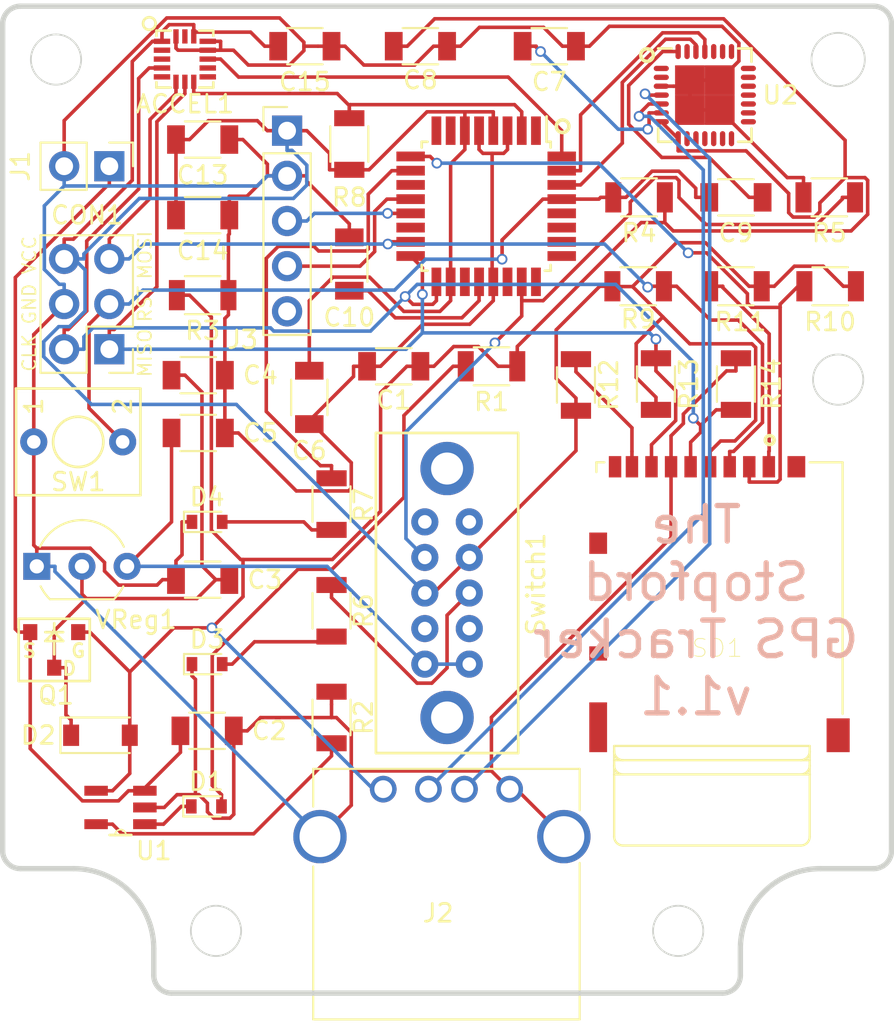
<source format=kicad_pcb>
(kicad_pcb (version 4) (host pcbnew 4.0.7)

  (general
    (links 118)
    (no_connects 0)
    (area 89.609524 60.54 157.85 130.200001)
    (thickness 1.6)
    (drawings 32)
    (tracks 609)
    (zones 0)
    (modules 44)
    (nets 33)
  )

  (page A4)
  (layers
    (0 F.Cu signal)
    (31 B.Cu signal)
    (32 B.Adhes user hide)
    (33 F.Adhes user hide)
    (34 B.Paste user)
    (35 F.Paste user)
    (36 B.SilkS user)
    (37 F.SilkS user)
    (38 B.Mask user)
    (39 F.Mask user)
    (40 Dwgs.User user)
    (41 Cmts.User user hide)
    (42 Eco1.User user hide)
    (43 Eco2.User user hide)
    (44 Edge.Cuts user)
    (45 Margin user hide)
    (46 B.CrtYd user hide)
    (47 F.CrtYd user hide)
    (48 B.Fab user hide)
    (49 F.Fab user hide)
  )

  (setup
    (last_trace_width 0.2)
    (trace_clearance 0.16)
    (zone_clearance 0.508)
    (zone_45_only no)
    (trace_min 0.2)
    (segment_width 0.2)
    (edge_width 0.3)
    (via_size 0.6)
    (via_drill 0.4)
    (via_min_size 0.4)
    (via_min_drill 0.3)
    (uvia_size 0.3)
    (uvia_drill 0.1)
    (uvias_allowed no)
    (uvia_min_size 0.2)
    (uvia_min_drill 0.1)
    (pcb_text_width 0.3)
    (pcb_text_size 1.5 1.5)
    (mod_edge_width 0.15)
    (mod_text_size 1 1)
    (mod_text_width 0.15)
    (pad_size 1.5 1.5)
    (pad_drill 0.6)
    (pad_to_mask_clearance 0)
    (solder_mask_min_width 0.1)
    (pad_to_paste_clearance_ratio -0.05)
    (aux_axis_origin 0 0)
    (grid_origin 119 120.5)
    (visible_elements FFFECF6F)
    (pcbplotparams
      (layerselection 0x010f0_80000001)
      (usegerberextensions true)
      (excludeedgelayer true)
      (linewidth 0.100000)
      (plotframeref false)
      (viasonmask false)
      (mode 1)
      (useauxorigin false)
      (hpglpennumber 1)
      (hpglpenspeed 20)
      (hpglpendiameter 15)
      (hpglpenoverlay 2)
      (psnegative false)
      (psa4output false)
      (plotreference true)
      (plotvalue true)
      (plotinvisibletext false)
      (padsonsilk false)
      (subtractmaskfromsilk false)
      (outputformat 1)
      (mirror false)
      (drillshape 0)
      (scaleselection 1)
      (outputdirectory Gerbers/))
  )

  (net 0 "")
  (net 1 GND)
  (net 2 "Net-(C2-Pad1)")
  (net 3 "Net-(C3-Pad1)")
  (net 4 +5V)
  (net 5 "Net-(D1-Pad1)")
  (net 6 "Net-(D1-Pad2)")
  (net 7 /RXD)
  (net 8 /TXD)
  (net 9 +3V3)
  (net 10 /RESET)
  (net 11 "Net-(J2-Pad3)")
  (net 12 "Net-(J2-Pad2)")
  (net 13 /GPS_TX)
  (net 14 /GPS_RX)
  (net 15 /CS_SD)
  (net 16 /MOSI)
  (net 17 /CLK)
  (net 18 /MISO)
  (net 19 /REC)
  (net 20 "Net-(D3-Pad2)")
  (net 21 "Net-(D4-Pad2)")
  (net 22 "Net-(R6-Pad2)")
  (net 23 VCC)
  (net 24 "Net-(C7-Pad1)")
  (net 25 "Net-(C9-Pad2)")
  (net 26 "Net-(C10-Pad1)")
  (net 27 "Net-(MicroController1-Pad10)")
  (net 28 "Net-(R2-Pad1)")
  (net 29 /INT_ACC)
  (net 30 /CS_ACC)
  (net 31 "Net-(R11-Pad1)")
  (net 32 "Net-(R12-Pad1)")

  (net_class Default "This is the default net class."
    (clearance 0.16)
    (trace_width 0.2)
    (via_dia 0.6)
    (via_drill 0.4)
    (uvia_dia 0.3)
    (uvia_drill 0.1)
    (add_net +3V3)
    (add_net +5V)
    (add_net /CLK)
    (add_net /CS_ACC)
    (add_net /CS_SD)
    (add_net /GPS_RX)
    (add_net /GPS_TX)
    (add_net /INT_ACC)
    (add_net /MISO)
    (add_net /MOSI)
    (add_net /REC)
    (add_net /RESET)
    (add_net /RXD)
    (add_net /TXD)
    (add_net GND)
    (add_net "Net-(C10-Pad1)")
    (add_net "Net-(C2-Pad1)")
    (add_net "Net-(C3-Pad1)")
    (add_net "Net-(C7-Pad1)")
    (add_net "Net-(C9-Pad2)")
    (add_net "Net-(D1-Pad1)")
    (add_net "Net-(D1-Pad2)")
    (add_net "Net-(D3-Pad2)")
    (add_net "Net-(D4-Pad2)")
    (add_net "Net-(J2-Pad2)")
    (add_net "Net-(J2-Pad3)")
    (add_net "Net-(MicroController1-Pad10)")
    (add_net "Net-(R11-Pad1)")
    (add_net "Net-(R12-Pad1)")
    (add_net "Net-(R2-Pad1)")
    (add_net "Net-(R6-Pad2)")
    (add_net VCC)
  )

  (module Diodes_SMD:D_SOD-123 (layer F.Cu) (tedit 5A2D525B) (tstamp 5A0F519B)
    (at 99.5 103.5)
    (descr SOD-123)
    (tags SOD-123)
    (path /5A0D1088)
    (attr smd)
    (fp_text reference D2 (at -3.5 0) (layer F.SilkS)
      (effects (font (size 1 1) (thickness 0.15)))
    )
    (fp_text value B130LAW (at 0 2.1) (layer Cmts.User)
      (effects (font (size 1 1) (thickness 0.15)))
    )
    (fp_text user %R (at 0 -2) (layer Cmts.User)
      (effects (font (size 1 1) (thickness 0.15)))
    )
    (fp_line (start -2.25 -1) (end -2.25 1) (layer F.SilkS) (width 0.12))
    (fp_line (start 0.25 0) (end 0.75 0) (layer F.Fab) (width 0.1))
    (fp_line (start 0.25 0.4) (end -0.35 0) (layer F.Fab) (width 0.1))
    (fp_line (start 0.25 -0.4) (end 0.25 0.4) (layer F.Fab) (width 0.1))
    (fp_line (start -0.35 0) (end 0.25 -0.4) (layer F.Fab) (width 0.1))
    (fp_line (start -0.35 0) (end -0.35 0.55) (layer F.Fab) (width 0.1))
    (fp_line (start -0.35 0) (end -0.35 -0.55) (layer F.Fab) (width 0.1))
    (fp_line (start -0.75 0) (end -0.35 0) (layer F.Fab) (width 0.1))
    (fp_line (start -1.4 0.9) (end -1.4 -0.9) (layer F.Fab) (width 0.1))
    (fp_line (start 1.4 0.9) (end -1.4 0.9) (layer F.Fab) (width 0.1))
    (fp_line (start 1.4 -0.9) (end 1.4 0.9) (layer F.Fab) (width 0.1))
    (fp_line (start -1.4 -0.9) (end 1.4 -0.9) (layer F.Fab) (width 0.1))
    (fp_line (start -2.35 -1.15) (end 2.35 -1.15) (layer F.CrtYd) (width 0.05))
    (fp_line (start 2.35 -1.15) (end 2.35 1.15) (layer F.CrtYd) (width 0.05))
    (fp_line (start 2.35 1.15) (end -2.35 1.15) (layer F.CrtYd) (width 0.05))
    (fp_line (start -2.35 -1.15) (end -2.35 1.15) (layer F.CrtYd) (width 0.05))
    (fp_line (start -2.25 1) (end 1.65 1) (layer F.SilkS) (width 0.12))
    (fp_line (start -2.25 -1) (end 1.65 -1) (layer F.SilkS) (width 0.12))
    (pad 1 smd rect (at -1.65 0) (size 0.9 1.2) (layers F.Cu F.Paste F.Mask)
      (net 3 "Net-(C3-Pad1)"))
    (pad 2 smd rect (at 1.65 0) (size 0.9 1.2) (layers F.Cu F.Paste F.Mask)
      (net 4 +5V))
    (model ${KISYS3DMOD}/Diodes_SMD.3dshapes/D_SOD-123.wrl
      (at (xyz 0 0 0))
      (scale (xyz 1 1 1))
      (rotate (xyz 0 0 0))
    )
  )

  (module Pin_Headers:Pin_Header_Straight_1x02_Pitch2.54mm (layer F.Cu) (tedit 5A2AECC5) (tstamp 5A0F51A1)
    (at 100 71.5 270)
    (descr "Through hole straight pin header, 1x02, 2.54mm pitch, single row")
    (tags "Through hole pin header THT 1x02 2.54mm single row")
    (path /59F7A247)
    (fp_text reference J1 (at 0 5 450) (layer F.SilkS)
      (effects (font (size 1 1) (thickness 0.15)))
    )
    (fp_text value Conn_Batt (at -3 1 360) (layer Cmts.User)
      (effects (font (size 1 1) (thickness 0.15)))
    )
    (fp_line (start -0.635 -1.27) (end 1.27 -1.27) (layer F.Fab) (width 0.1))
    (fp_line (start 1.27 -1.27) (end 1.27 3.81) (layer F.Fab) (width 0.1))
    (fp_line (start 1.27 3.81) (end -1.27 3.81) (layer F.Fab) (width 0.1))
    (fp_line (start -1.27 3.81) (end -1.27 -0.635) (layer F.Fab) (width 0.1))
    (fp_line (start -1.27 -0.635) (end -0.635 -1.27) (layer F.Fab) (width 0.1))
    (fp_line (start -1.33 3.87) (end 1.33 3.87) (layer F.SilkS) (width 0.12))
    (fp_line (start -1.33 1.27) (end -1.33 3.87) (layer F.SilkS) (width 0.12))
    (fp_line (start 1.33 1.27) (end 1.33 3.87) (layer F.SilkS) (width 0.12))
    (fp_line (start -1.33 1.27) (end 1.33 1.27) (layer F.SilkS) (width 0.12))
    (fp_line (start -1.33 0) (end -1.33 -1.33) (layer F.SilkS) (width 0.12))
    (fp_line (start -1.33 -1.33) (end 0 -1.33) (layer F.SilkS) (width 0.12))
    (fp_line (start -1.8 -1.8) (end -1.8 4.35) (layer F.CrtYd) (width 0.05))
    (fp_line (start -1.8 4.35) (end 1.8 4.35) (layer F.CrtYd) (width 0.05))
    (fp_line (start 1.8 4.35) (end 1.8 -1.8) (layer F.CrtYd) (width 0.05))
    (fp_line (start 1.8 -1.8) (end -1.8 -1.8) (layer F.CrtYd) (width 0.05))
    (fp_text user %R (at 0.432 1.27 360) (layer F.Fab)
      (effects (font (size 1 1) (thickness 0.15)))
    )
    (pad 1 thru_hole rect (at 0 0 270) (size 1.7 1.7) (drill 1) (layers *.Cu *.Mask)
      (net 2 "Net-(C2-Pad1)"))
    (pad 2 thru_hole oval (at 0 2.54 270) (size 1.7 1.7) (drill 1) (layers *.Cu *.Mask)
      (net 1 GND))
    (model ${KISYS3DMOD}/Pin_Headers.3dshapes/Pin_Header_Straight_1x02_Pitch2.54mm.wrl
      (at (xyz 0 0 0))
      (scale (xyz 1 1 1))
      (rotate (xyz 0 0 0))
    )
  )

  (module Connectors:USB_A (layer F.Cu) (tedit 5A2AED17) (tstamp 5A0F51AB)
    (at 115.41 106.53)
    (descr "USB A connector")
    (tags "USB USB_A")
    (path /5A0CBD2C)
    (fp_text reference J2 (at 3.09 6.97) (layer F.SilkS)
      (effects (font (size 1 1) (thickness 0.15)))
    )
    (fp_text value USB_A (at 3.84 7.44) (layer Cmts.User)
      (effects (font (size 1 1) (thickness 0.15)))
    )
    (fp_line (start -5.3 13.2) (end -5.3 -1.4) (layer F.CrtYd) (width 0.05))
    (fp_line (start 11.95 -1.4) (end 11.95 13.2) (layer F.CrtYd) (width 0.05))
    (fp_line (start -5.3 13.2) (end 11.95 13.2) (layer F.CrtYd) (width 0.05))
    (fp_line (start -5.3 -1.4) (end 11.95 -1.4) (layer F.CrtYd) (width 0.05))
    (fp_line (start 11.05 -1.14) (end 11.05 1.19) (layer F.SilkS) (width 0.12))
    (fp_line (start -3.94 -1.14) (end -3.94 0.98) (layer F.SilkS) (width 0.12))
    (fp_line (start 11.05 -1.14) (end -3.94 -1.14) (layer F.SilkS) (width 0.12))
    (fp_line (start 11.05 12.95) (end -3.94 12.95) (layer F.SilkS) (width 0.12))
    (fp_line (start 11.05 4.15) (end 11.05 12.95) (layer F.SilkS) (width 0.12))
    (fp_line (start -3.94 4.35) (end -3.94 12.95) (layer F.SilkS) (width 0.12))
    (pad 4 thru_hole circle (at 7.11 0 270) (size 1.5 1.5) (drill 1) (layers *.Cu *.Mask)
      (net 1 GND))
    (pad 3 thru_hole circle (at 4.57 0 270) (size 1.5 1.5) (drill 1) (layers *.Cu *.Mask)
      (net 11 "Net-(J2-Pad3)"))
    (pad 2 thru_hole circle (at 2.54 0 270) (size 1.5 1.5) (drill 1) (layers *.Cu *.Mask)
      (net 12 "Net-(J2-Pad2)"))
    (pad 1 thru_hole circle (at 0 0 270) (size 1.5 1.5) (drill 1) (layers *.Cu *.Mask)
      (net 4 +5V))
    (pad 5 thru_hole circle (at 10.16 2.67 270) (size 3 3) (drill 2.3) (layers *.Cu *.Mask)
      (net 1 GND))
    (pad 5 thru_hole circle (at -3.56 2.67 270) (size 3 3) (drill 2.3) (layers *.Cu *.Mask)
      (net 1 GND))
    (model ${KISYS3DMOD}/Connectors.3dshapes/USB_A.wrl
      (at (xyz 0.14 0 0))
      (scale (xyz 1 1 1))
      (rotate (xyz 0 0 90))
    )
  )

  (module Switches:SlideSwitch_MV9QS1 (layer F.Cu) (tedit 5A2AEC0E) (tstamp 5A0F5227)
    (at 119 102.5)
    (path /59B04F3D)
    (fp_text reference Switch1 (at 5 -7.5 90) (layer F.SilkS)
      (effects (font (size 1 1) (thickness 0.15)))
    )
    (fp_text value SlideSwitch_MV9QS1 (at 5 -7 90) (layer Cmts.User)
      (effects (font (size 1 1) (thickness 0.15)))
    )
    (fp_line (start -4 -16) (end -4 2) (layer F.SilkS) (width 0.15))
    (fp_line (start -4 -16) (end 4 -16) (layer F.SilkS) (width 0.15))
    (fp_line (start 4 -16) (end 4 2) (layer F.SilkS) (width 0.15))
    (fp_line (start -4 2) (end 4 2) (layer F.SilkS) (width 0.15))
    (pad 1 thru_hole circle (at -1.25 -3) (size 1.524 1.524) (drill 0.762) (layers *.Cu *.Mask)
      (net 9 +3V3))
    (pad 2 thru_hole circle (at -1.25 -5) (size 1.524 1.524) (drill 0.762) (layers *.Cu *.Mask))
    (pad 3 thru_hole circle (at -1.25 -7) (size 1.524 1.524) (drill 0.762) (layers *.Cu *.Mask)
      (net 23 VCC))
    (pad 4 thru_hole circle (at -1.25 -9) (size 1.524 1.524) (drill 0.762) (layers *.Cu *.Mask)
      (net 19 /REC))
    (pad 5 thru_hole circle (at -1.25 -11) (size 1.524 1.524) (drill 0.762) (layers *.Cu *.Mask))
    (pad 6 thru_hole circle (at 1.25 -3) (size 1.524 1.524) (drill 0.762) (layers *.Cu *.Mask)
      (net 9 +3V3))
    (pad 7 thru_hole circle (at 1.25 -5) (size 1.524 1.524) (drill 0.762) (layers *.Cu *.Mask))
    (pad 8 thru_hole circle (at 1.25 -7) (size 1.524 1.524) (drill 0.762) (layers *.Cu *.Mask)
      (net 22 "Net-(R6-Pad2)"))
    (pad 9 thru_hole circle (at 1.25 -9) (size 1.524 1.524) (drill 0.762) (layers *.Cu *.Mask)
      (net 23 VCC))
    (pad 10 thru_hole circle (at 1.25 -11) (size 1.524 1.524) (drill 0.762) (layers *.Cu *.Mask))
    (pad "" np_thru_hole circle (at 0 0) (size 3 3) (drill 1.8) (layers *.Cu *.Mask))
    (pad "" np_thru_hole circle (at 0 -14) (size 3 3) (drill 1.8) (layers *.Cu *.Mask))
  )

  (module Housings_DFN_QFN:QFN-28-1EP_5x5mm_Pitch0.5mm (layer F.Cu) (tedit 5A2AEBDE) (tstamp 5A285E94)
    (at 133.5 67.5)
    (descr "28-Lead Plastic Quad Flat, No Lead Package (MQ) - 5x5x0.9 mm Body [QFN or VQFN]; (see Microchip Packaging Specification 00000049BS.pdf)")
    (tags "QFN 0.5")
    (path /5A25B2BD)
    (attr smd)
    (fp_text reference U2 (at 4.25 0) (layer F.SilkS)
      (effects (font (size 1 1) (thickness 0.15)))
    )
    (fp_text value CP2102 (at 0 3.875) (layer Cmts.User)
      (effects (font (size 1 1) (thickness 0.15)))
    )
    (fp_line (start -1.5 -2.5) (end 2.5 -2.5) (layer F.Fab) (width 0.15))
    (fp_line (start 2.5 -2.5) (end 2.5 2.5) (layer F.Fab) (width 0.15))
    (fp_line (start 2.5 2.5) (end -2.5 2.5) (layer F.Fab) (width 0.15))
    (fp_line (start -2.5 2.5) (end -2.5 -1.5) (layer F.Fab) (width 0.15))
    (fp_line (start -2.5 -1.5) (end -1.5 -2.5) (layer F.Fab) (width 0.15))
    (fp_line (start -3.15 -3.15) (end -3.15 3.15) (layer F.CrtYd) (width 0.05))
    (fp_line (start 3.15 -3.15) (end 3.15 3.15) (layer F.CrtYd) (width 0.05))
    (fp_line (start -3.15 -3.15) (end 3.15 -3.15) (layer F.CrtYd) (width 0.05))
    (fp_line (start -3.15 3.15) (end 3.15 3.15) (layer F.CrtYd) (width 0.05))
    (fp_line (start 2.625 -2.625) (end 2.625 -1.875) (layer F.SilkS) (width 0.15))
    (fp_line (start -2.625 2.625) (end -2.625 1.875) (layer F.SilkS) (width 0.15))
    (fp_line (start 2.625 2.625) (end 2.625 1.875) (layer F.SilkS) (width 0.15))
    (fp_line (start -2.625 -2.625) (end -1.875 -2.625) (layer F.SilkS) (width 0.15))
    (fp_line (start -2.625 2.625) (end -1.875 2.625) (layer F.SilkS) (width 0.15))
    (fp_line (start 2.625 2.625) (end 1.875 2.625) (layer F.SilkS) (width 0.15))
    (fp_line (start 2.625 -2.625) (end 1.875 -2.625) (layer F.SilkS) (width 0.15))
    (pad 1 smd oval (at -2.45 -1.5) (size 0.85 0.3) (layers F.Cu F.Paste F.Mask))
    (pad 2 smd oval (at -2.45 -1) (size 0.85 0.3) (layers F.Cu F.Paste F.Mask))
    (pad 3 smd oval (at -2.45 -0.5) (size 0.85 0.3) (layers F.Cu F.Paste F.Mask)
      (net 1 GND))
    (pad 4 smd oval (at -2.45 0) (size 0.85 0.3) (layers F.Cu F.Paste F.Mask)
      (net 11 "Net-(J2-Pad3)"))
    (pad 5 smd oval (at -2.45 0.5) (size 0.85 0.3) (layers F.Cu F.Paste F.Mask)
      (net 12 "Net-(J2-Pad2)"))
    (pad 6 smd oval (at -2.45 1) (size 0.85 0.3) (layers F.Cu F.Paste F.Mask)
      (net 24 "Net-(C7-Pad1)"))
    (pad 7 smd oval (at -2.45 1.5) (size 0.85 0.3) (layers F.Cu F.Paste F.Mask)
      (net 4 +5V))
    (pad 8 smd oval (at -1.5 2.45 90) (size 0.85 0.3) (layers F.Cu F.Paste F.Mask)
      (net 4 +5V))
    (pad 9 smd oval (at -1 2.45 90) (size 0.85 0.3) (layers F.Cu F.Paste F.Mask))
    (pad 10 smd oval (at -0.5 2.45 90) (size 0.85 0.3) (layers F.Cu F.Paste F.Mask))
    (pad 11 smd oval (at 0 2.45 90) (size 0.85 0.3) (layers F.Cu F.Paste F.Mask))
    (pad 12 smd oval (at 0.5 2.45 90) (size 0.85 0.3) (layers F.Cu F.Paste F.Mask))
    (pad 13 smd oval (at 1 2.45 90) (size 0.85 0.3) (layers F.Cu F.Paste F.Mask))
    (pad 14 smd oval (at 1.5 2.45 90) (size 0.85 0.3) (layers F.Cu F.Paste F.Mask))
    (pad 15 smd oval (at 2.45 1.5) (size 0.85 0.3) (layers F.Cu F.Paste F.Mask))
    (pad 16 smd oval (at 2.45 1) (size 0.85 0.3) (layers F.Cu F.Paste F.Mask))
    (pad 17 smd oval (at 2.45 0.5) (size 0.85 0.3) (layers F.Cu F.Paste F.Mask))
    (pad 18 smd oval (at 2.45 0) (size 0.85 0.3) (layers F.Cu F.Paste F.Mask))
    (pad 19 smd oval (at 2.45 -0.5) (size 0.85 0.3) (layers F.Cu F.Paste F.Mask))
    (pad 20 smd oval (at 2.45 -1) (size 0.85 0.3) (layers F.Cu F.Paste F.Mask))
    (pad 21 smd oval (at 2.45 -1.5) (size 0.85 0.3) (layers F.Cu F.Paste F.Mask))
    (pad 22 smd oval (at 1.5 -2.45 90) (size 0.85 0.3) (layers F.Cu F.Paste F.Mask))
    (pad 23 smd oval (at 1 -2.45 90) (size 0.85 0.3) (layers F.Cu F.Paste F.Mask))
    (pad 24 smd oval (at 0.5 -2.45 90) (size 0.85 0.3) (layers F.Cu F.Paste F.Mask))
    (pad 25 smd oval (at 0 -2.45 90) (size 0.85 0.3) (layers F.Cu F.Paste F.Mask)
      (net 8 /TXD))
    (pad 26 smd oval (at -0.5 -2.45 90) (size 0.85 0.3) (layers F.Cu F.Paste F.Mask)
      (net 7 /RXD))
    (pad 27 smd oval (at -1 -2.45 90) (size 0.85 0.3) (layers F.Cu F.Paste F.Mask))
    (pad 28 smd oval (at -1.5 -2.45 90) (size 0.85 0.3) (layers F.Cu F.Paste F.Mask)
      (net 25 "Net-(C9-Pad2)"))
    (pad 29 smd rect (at 0.8375 0.8375) (size 1.675 1.675) (layers F.Cu F.Paste F.Mask)
      (net 1 GND) (solder_paste_margin_ratio -0.2))
    (pad 29 smd rect (at 0.8375 -0.8375) (size 1.675 1.675) (layers F.Cu F.Paste F.Mask)
      (net 1 GND) (solder_paste_margin_ratio -0.2))
    (pad 29 smd rect (at -0.8375 0.8375) (size 1.675 1.675) (layers F.Cu F.Paste F.Mask)
      (net 1 GND) (solder_paste_margin_ratio -0.2))
    (pad 29 smd rect (at -0.8375 -0.8375) (size 1.675 1.675) (layers F.Cu F.Paste F.Mask)
      (net 1 GND) (solder_paste_margin_ratio -0.2))
    (model ${KISYS3DMOD}/Housings_DFN_QFN.3dshapes/QFN-28-1EP_5x5mm_Pitch0.5mm.wrl
      (at (xyz 0 0 0))
      (scale (xyz 1 1 1))
      (rotate (xyz 0 0 0))
    )
  )

  (module Pin_Headers:Pin_Header_Straight_2x03_Pitch2.54mm (layer F.Cu) (tedit 5A2AECFE) (tstamp 5A2AA18E)
    (at 100 81.79 180)
    (descr "Through hole straight pin header, 2x03, 2.54mm pitch, double rows")
    (tags "Through hole pin header THT 2x03 2.54mm double row")
    (path /5A2AA0A8)
    (fp_text reference CON1 (at 1.25 7.54 360) (layer F.SilkS)
      (effects (font (size 1 1) (thickness 0.15)))
    )
    (fp_text value Conn_ICSP (at 1.27 7.41 180) (layer Cmts.User)
      (effects (font (size 1 1) (thickness 0.15)))
    )
    (fp_line (start 0 -1.27) (end 3.81 -1.27) (layer F.Fab) (width 0.1))
    (fp_line (start 3.81 -1.27) (end 3.81 6.35) (layer F.Fab) (width 0.1))
    (fp_line (start 3.81 6.35) (end -1.27 6.35) (layer F.Fab) (width 0.1))
    (fp_line (start -1.27 6.35) (end -1.27 0) (layer F.Fab) (width 0.1))
    (fp_line (start -1.27 0) (end 0 -1.27) (layer F.Fab) (width 0.1))
    (fp_line (start -1.33 6.41) (end 3.87 6.41) (layer F.SilkS) (width 0.12))
    (fp_line (start -1.33 1.27) (end -1.33 6.41) (layer F.SilkS) (width 0.12))
    (fp_line (start 3.87 -1.33) (end 3.87 6.41) (layer F.SilkS) (width 0.12))
    (fp_line (start -1.33 1.27) (end 1.27 1.27) (layer F.SilkS) (width 0.12))
    (fp_line (start 1.27 1.27) (end 1.27 -1.33) (layer F.SilkS) (width 0.12))
    (fp_line (start 1.27 -1.33) (end 3.87 -1.33) (layer F.SilkS) (width 0.12))
    (fp_line (start -1.33 0) (end -1.33 -1.33) (layer F.SilkS) (width 0.12))
    (fp_line (start -1.33 -1.33) (end 0 -1.33) (layer F.SilkS) (width 0.12))
    (fp_line (start -1.8 -1.8) (end -1.8 6.85) (layer F.CrtYd) (width 0.05))
    (fp_line (start -1.8 6.85) (end 4.35 6.85) (layer F.CrtYd) (width 0.05))
    (fp_line (start 4.35 6.85) (end 4.35 -1.8) (layer F.CrtYd) (width 0.05))
    (fp_line (start 4.35 -1.8) (end -1.8 -1.8) (layer F.CrtYd) (width 0.05))
    (fp_text user %R (at 1.27 2.54 270) (layer Cmts.User)
      (effects (font (size 1 1) (thickness 0.15)))
    )
    (pad 1 thru_hole rect (at 0 0 180) (size 1.7 1.7) (drill 1) (layers *.Cu *.Mask)
      (net 18 /MISO))
    (pad 2 thru_hole oval (at 2.54 0 180) (size 1.7 1.7) (drill 1) (layers *.Cu *.Mask)
      (net 17 /CLK))
    (pad 3 thru_hole oval (at 0 2.54 180) (size 1.7 1.7) (drill 1) (layers *.Cu *.Mask)
      (net 10 /RESET))
    (pad 4 thru_hole oval (at 2.54 2.54 180) (size 1.7 1.7) (drill 1) (layers *.Cu *.Mask)
      (net 1 GND))
    (pad 5 thru_hole oval (at 0 5.08 180) (size 1.7 1.7) (drill 1) (layers *.Cu *.Mask)
      (net 16 /MOSI))
    (pad 6 thru_hole oval (at 2.54 5.08 180) (size 1.7 1.7) (drill 1) (layers *.Cu *.Mask)
      (net 23 VCC))
    (model ${KISYS3DMOD}/Pin_Headers.3dshapes/Pin_Header_Straight_2x03_Pitch2.54mm.wrl
      (at (xyz 0 0 0))
      (scale (xyz 1 1 1))
      (rotate (xyz 0 0 0))
    )
  )

  (module Resistors_SMD:R_1206 (layer F.Cu) (tedit 5A2AEF60) (tstamp 5A2AA1A0)
    (at 112.5 96.5 90)
    (descr "Resistor SMD 1206, reflow soldering, Vishay (see dcrcw.pdf)")
    (tags "resistor 1206")
    (path /5A2A74A7)
    (attr smd)
    (fp_text reference R6 (at 0 1.8 90) (layer F.SilkS)
      (effects (font (size 1 1) (thickness 0.15)))
    )
    (fp_text value 220 (at 0 1.95 90) (layer Cmts.User)
      (effects (font (size 1 1) (thickness 0.15)))
    )
    (fp_text user %R (at 0 0 90) (layer Cmts.User)
      (effects (font (size 0.7 0.7) (thickness 0.105)))
    )
    (fp_line (start -1.6 0.8) (end -1.6 -0.8) (layer F.Fab) (width 0.1))
    (fp_line (start 1.6 0.8) (end -1.6 0.8) (layer F.Fab) (width 0.1))
    (fp_line (start 1.6 -0.8) (end 1.6 0.8) (layer F.Fab) (width 0.1))
    (fp_line (start -1.6 -0.8) (end 1.6 -0.8) (layer F.Fab) (width 0.1))
    (fp_line (start 1 1.07) (end -1 1.07) (layer F.SilkS) (width 0.12))
    (fp_line (start -1 -1.07) (end 1 -1.07) (layer F.SilkS) (width 0.12))
    (fp_line (start -2.15 -1.11) (end 2.15 -1.11) (layer F.CrtYd) (width 0.05))
    (fp_line (start -2.15 -1.11) (end -2.15 1.1) (layer F.CrtYd) (width 0.05))
    (fp_line (start 2.15 1.1) (end 2.15 -1.11) (layer F.CrtYd) (width 0.05))
    (fp_line (start 2.15 1.1) (end -2.15 1.1) (layer F.CrtYd) (width 0.05))
    (pad 1 smd rect (at -1.45 0 90) (size 0.9 1.7) (layers F.Cu F.Paste F.Mask)
      (net 20 "Net-(D3-Pad2)"))
    (pad 2 smd rect (at 1.45 0 90) (size 0.9 1.7) (layers F.Cu F.Paste F.Mask)
      (net 22 "Net-(R6-Pad2)"))
    (model ${KISYS3DMOD}/Resistors_SMD.3dshapes/R_1206.wrl
      (at (xyz 0 0 0))
      (scale (xyz 1 1 1))
      (rotate (xyz 0 0 0))
    )
  )

  (module Resistors_SMD:R_1206 (layer F.Cu) (tedit 5A2AEEA2) (tstamp 5A2AA1A6)
    (at 112.5 90.5 90)
    (descr "Resistor SMD 1206, reflow soldering, Vishay (see dcrcw.pdf)")
    (tags "resistor 1206")
    (path /5A2A045A)
    (attr smd)
    (fp_text reference R7 (at -0.05 1.8 90) (layer F.SilkS)
      (effects (font (size 1 1) (thickness 0.15)))
    )
    (fp_text value 220 (at 0 1.95 90) (layer Cmts.User)
      (effects (font (size 1 1) (thickness 0.15)))
    )
    (fp_text user %R (at 0 0 90) (layer Cmts.User)
      (effects (font (size 0.7 0.7) (thickness 0.105)))
    )
    (fp_line (start -1.6 0.8) (end -1.6 -0.8) (layer F.Fab) (width 0.1))
    (fp_line (start 1.6 0.8) (end -1.6 0.8) (layer F.Fab) (width 0.1))
    (fp_line (start 1.6 -0.8) (end 1.6 0.8) (layer F.Fab) (width 0.1))
    (fp_line (start -1.6 -0.8) (end 1.6 -0.8) (layer F.Fab) (width 0.1))
    (fp_line (start 1 1.07) (end -1 1.07) (layer F.SilkS) (width 0.12))
    (fp_line (start -1 -1.07) (end 1 -1.07) (layer F.SilkS) (width 0.12))
    (fp_line (start -2.15 -1.11) (end 2.15 -1.11) (layer F.CrtYd) (width 0.05))
    (fp_line (start -2.15 -1.11) (end -2.15 1.1) (layer F.CrtYd) (width 0.05))
    (fp_line (start 2.15 1.1) (end 2.15 -1.11) (layer F.CrtYd) (width 0.05))
    (fp_line (start 2.15 1.1) (end -2.15 1.1) (layer F.CrtYd) (width 0.05))
    (pad 1 smd rect (at -1.45 0 90) (size 0.9 1.7) (layers F.Cu F.Paste F.Mask)
      (net 21 "Net-(D4-Pad2)"))
    (pad 2 smd rect (at 1.45 0 90) (size 0.9 1.7) (layers F.Cu F.Paste F.Mask)
      (net 27 "Net-(MicroController1-Pad10)"))
    (model ${KISYS3DMOD}/Resistors_SMD.3dshapes/R_1206.wrl
      (at (xyz 0 0 0))
      (scale (xyz 1 1 1))
      (rotate (xyz 0 0 0))
    )
  )

  (module DM3AT-SF-PEJM5:HRS_DM3AT-SF-PEJM5 (layer F.Cu) (tedit 5A2D653A) (tstamp 5A2AA1B8)
    (at 133.9 88.4)
    (descr "Micro SD card holder with push-to-eject feature.")
    (path /5A2858B1)
    (attr smd)
    (fp_text reference SD1 (at 0.3 10.2 180) (layer F.SilkS)
      (effects (font (size 1.00252 1.00252) (thickness 0.05)))
    )
    (fp_text value DM3AT-SF-PEJM5 (at 8.88716 2.3308 90) (layer Cmts.User)
      (effects (font (size 1 1) (thickness 0.15)))
    )
    (fp_poly (pts (xy -6.82466 0.45) (xy -6.05 0.45) (xy -6.05 3.71342) (xy -6.82466 3.71342)) (layer Dwgs.User) (width 0.381))
    (fp_poly (pts (xy -6.81114 4.9) (xy -6.05 4.9) (xy -6.05 8.51392) (xy -6.81114 8.51392)) (layer Dwgs.User) (width 0.381))
    (fp_poly (pts (xy -5.71288 6.3) (xy -5 6.3) (xy -5 13.9315) (xy -5.71288 13.9315)) (layer Dwgs.User) (width 0.381))
    (fp_poly (pts (xy -5.01196 5) (xy 3.7 5) (xy 3.7 6.61578) (xy -5.01196 6.61578)) (layer Dwgs.User) (width 0.381))
    (fp_poly (pts (xy 3.35792 14.7) (xy 5.9 14.7) (xy 5.9 16.0879) (xy 3.35792 16.0879)) (layer Dwgs.User) (width 0.381))
    (fp_line (start -6.5 -0.25) (end 7.35 -0.25) (layer Dwgs.User) (width 0.127))
    (fp_line (start 7.35 -0.25) (end 7.35 15.7) (layer Dwgs.User) (width 0.127))
    (fp_line (start 7.35 15.7) (end -6.5 15.7) (layer Dwgs.User) (width 0.127))
    (fp_line (start -6.5 15.7) (end -6.5 -0.25) (layer Dwgs.User) (width 0.127))
    (fp_line (start 5.5 16) (end 5.5 16.5) (layer F.SilkS) (width 0.127))
    (fp_line (start 5.5 16.5) (end 5 16.5) (layer F.SilkS) (width 0.127))
    (fp_line (start 5 16.5) (end -5 16.5) (layer F.SilkS) (width 0.127))
    (fp_line (start -5 16.5) (end -5.5 16.5) (layer F.SilkS) (width 0.127))
    (fp_line (start -5.5 16.5) (end -5.5 16) (layer F.SilkS) (width 0.127))
    (fp_line (start 5.5 16.8) (end 5.5 17.3) (layer F.SilkS) (width 0.127))
    (fp_line (start 5.5 17.3) (end 5 17.3) (layer F.SilkS) (width 0.127))
    (fp_line (start 5 17.3) (end -5 17.3) (layer F.SilkS) (width 0.127))
    (fp_line (start -5 17.3) (end -5.5 17.3) (layer F.SilkS) (width 0.127))
    (fp_line (start -5.5 17.3) (end -5.5 16.8) (layer F.SilkS) (width 0.127))
    (fp_line (start -5.5 15.7) (end 5.5 15.7) (layer F.SilkS) (width 0.127))
    (fp_line (start 5 21.3) (end -5 21.3) (layer F.SilkS) (width 0.127))
    (fp_line (start 5.5 15.7) (end 5.5 16) (layer F.SilkS) (width 0.127))
    (fp_arc (start 5 16) (end 5 16.5) (angle -90) (layer F.SilkS) (width 0.127))
    (fp_line (start 5.5 16.5) (end 5.5 16.8) (layer F.SilkS) (width 0.127))
    (fp_arc (start 5 16.8) (end 5 17.3) (angle -90) (layer F.SilkS) (width 0.127))
    (fp_line (start 5.5 17.3) (end 5.5 20.8) (layer F.SilkS) (width 0.127))
    (fp_arc (start 5 20.8) (end 5 21.3) (angle -90) (layer F.SilkS) (width 0.127))
    (fp_line (start -5.5 15.7) (end -5.5 16) (layer F.SilkS) (width 0.127))
    (fp_arc (start -5 16) (end -5 16.5) (angle 90) (layer F.SilkS) (width 0.127))
    (fp_line (start -5.5 16.5) (end -5.5 16.8) (layer F.SilkS) (width 0.127))
    (fp_arc (start -5 16.8) (end -5 17.3) (angle 90) (layer F.SilkS) (width 0.127))
    (fp_line (start -5.5 17.3) (end -5.5 20.8) (layer F.SilkS) (width 0.127))
    (fp_arc (start -5 20.8) (end -5 21.3) (angle 90) (layer F.SilkS) (width 0.127))
    (fp_line (start -6.05 -0.25) (end -6.5 -0.25) (layer F.SilkS) (width 0.127))
    (fp_line (start -6.5 -0.25) (end -6.5 0.3) (layer F.SilkS) (width 0.127))
    (fp_line (start 5.5 -0.25) (end 7.35 -0.25) (layer F.SilkS) (width 0.127))
    (fp_line (start 7.35 -0.25) (end 7.35 13.9) (layer F.SilkS) (width 0.127))
    (fp_line (start -7.25 -1) (end 8.125 -1) (layer Dwgs.User) (width 0.05))
    (fp_line (start 8.125 -1) (end 8.125 16.3) (layer Dwgs.User) (width 0.05))
    (fp_line (start 8.125 16.3) (end 5.75 16.3) (layer Dwgs.User) (width 0.05))
    (fp_line (start 5.75 16.3) (end 5.75 21.5) (layer Dwgs.User) (width 0.05))
    (fp_line (start 5.75 21.5) (end -5.75 21.5) (layer Dwgs.User) (width 0.05))
    (fp_line (start -5.75 21.5) (end -5.75 16.3) (layer Dwgs.User) (width 0.05))
    (fp_line (start -5.75 16.3) (end -7.25 16.3) (layer Dwgs.User) (width 0.05))
    (fp_line (start -7.25 16.3) (end -7.25 -1) (layer Dwgs.User) (width 0.05))
    (fp_circle (center 3.25 -1.5) (end 3.5 -1.5) (layer F.SilkS) (width 0.2))
    (pad 1 smd rect (at 3.2 0) (size 0.7 1.2) (layers F.Cu F.Paste F.Mask)
      (net 31 "Net-(R11-Pad1)"))
    (pad 2 smd rect (at 2.1 0) (size 0.7 1.2) (layers F.Cu F.Paste F.Mask)
      (net 15 /CS_SD))
    (pad 3 smd rect (at 1 0) (size 0.7 1.2) (layers F.Cu F.Paste F.Mask)
      (net 16 /MOSI))
    (pad 4 smd rect (at -0.1 0) (size 0.7 1.2) (layers F.Cu F.Paste F.Mask)
      (net 23 VCC))
    (pad 5 smd rect (at -1.2 0) (size 0.7 1.2) (layers F.Cu F.Paste F.Mask)
      (net 17 /CLK))
    (pad 6 smd rect (at -2.3 0) (size 0.7 1.2) (layers F.Cu F.Paste F.Mask)
      (net 1 GND))
    (pad 7 smd rect (at -3.4 0) (size 0.7 1.2) (layers F.Cu F.Paste F.Mask)
      (net 18 /MISO))
    (pad 8 smd rect (at -4.5 0) (size 0.7 1.2) (layers F.Cu F.Paste F.Mask)
      (net 32 "Net-(R12-Pad1)"))
    (pad SWB smd rect (at -5.45 0) (size 0.7 1.2) (layers F.Cu F.Paste F.Mask))
    (pad P4 smd rect (at 4.75 0) (size 1 1.2) (layers F.Cu F.Paste F.Mask))
    (pad P1 smd rect (at -6.4 4.3) (size 1 1.2) (layers F.Cu F.Paste F.Mask))
    (pad SWA smd rect (at -6.4 10.5) (size 1 0.8) (layers F.Cu F.Paste F.Mask))
    (pad P2 smd rect (at -6.4 14.65) (size 1 2.8) (layers F.Cu F.Paste F.Mask))
    (pad P3 smd rect (at 7.1 15.1) (size 1.3 1.9) (layers F.Cu F.Paste F.Mask))
  )

  (module Resistors_SMD:R_1206 (layer F.Cu) (tedit 5A2AEF51) (tstamp 5A2AA259)
    (at 121.5 82.75 180)
    (descr "Resistor SMD 1206, reflow soldering, Vishay (see dcrcw.pdf)")
    (tags "resistor 1206")
    (path /5A0E2A15)
    (attr smd)
    (fp_text reference R1 (at 0 -2 180) (layer F.SilkS)
      (effects (font (size 1 1) (thickness 0.15)))
    )
    (fp_text value 470 (at 0 1.95 180) (layer Cmts.User)
      (effects (font (size 1 1) (thickness 0.15)))
    )
    (fp_text user %R (at 0 0 180) (layer Cmts.User)
      (effects (font (size 0.7 0.7) (thickness 0.105)))
    )
    (fp_line (start -1.6 0.8) (end -1.6 -0.8) (layer F.Fab) (width 0.1))
    (fp_line (start 1.6 0.8) (end -1.6 0.8) (layer F.Fab) (width 0.1))
    (fp_line (start 1.6 -0.8) (end 1.6 0.8) (layer F.Fab) (width 0.1))
    (fp_line (start -1.6 -0.8) (end 1.6 -0.8) (layer F.Fab) (width 0.1))
    (fp_line (start 1 1.07) (end -1 1.07) (layer F.SilkS) (width 0.12))
    (fp_line (start -1 -1.07) (end 1 -1.07) (layer F.SilkS) (width 0.12))
    (fp_line (start -2.15 -1.11) (end 2.15 -1.11) (layer F.CrtYd) (width 0.05))
    (fp_line (start -2.15 -1.11) (end -2.15 1.1) (layer F.CrtYd) (width 0.05))
    (fp_line (start 2.15 1.1) (end 2.15 -1.11) (layer F.CrtYd) (width 0.05))
    (fp_line (start 2.15 1.1) (end -2.15 1.1) (layer F.CrtYd) (width 0.05))
    (pad 1 smd rect (at -1.45 0 180) (size 0.9 1.7) (layers F.Cu F.Paste F.Mask)
      (net 4 +5V))
    (pad 2 smd rect (at 1.45 0 180) (size 0.9 1.7) (layers F.Cu F.Paste F.Mask)
      (net 6 "Net-(D1-Pad2)"))
    (model ${KISYS3DMOD}/Resistors_SMD.3dshapes/R_1206.wrl
      (at (xyz 0 0 0))
      (scale (xyz 1 1 1))
      (rotate (xyz 0 0 0))
    )
  )

  (module Resistors_SMD:R_1206 (layer F.Cu) (tedit 5A2AEF4B) (tstamp 5A2AA25E)
    (at 112.5 102.5 90)
    (descr "Resistor SMD 1206, reflow soldering, Vishay (see dcrcw.pdf)")
    (tags "resistor 1206")
    (path /5A0CE28D)
    (attr smd)
    (fp_text reference R2 (at 0 1.8 90) (layer F.SilkS)
      (effects (font (size 1 1) (thickness 0.15)))
    )
    (fp_text value 10K (at 0 1.95 90) (layer Cmts.User)
      (effects (font (size 1 1) (thickness 0.15)))
    )
    (fp_text user %R (at 0 0 90) (layer Cmts.User)
      (effects (font (size 0.7 0.7) (thickness 0.105)))
    )
    (fp_line (start -1.6 0.8) (end -1.6 -0.8) (layer F.Fab) (width 0.1))
    (fp_line (start 1.6 0.8) (end -1.6 0.8) (layer F.Fab) (width 0.1))
    (fp_line (start 1.6 -0.8) (end 1.6 0.8) (layer F.Fab) (width 0.1))
    (fp_line (start -1.6 -0.8) (end 1.6 -0.8) (layer F.Fab) (width 0.1))
    (fp_line (start 1 1.07) (end -1 1.07) (layer F.SilkS) (width 0.12))
    (fp_line (start -1 -1.07) (end 1 -1.07) (layer F.SilkS) (width 0.12))
    (fp_line (start -2.15 -1.11) (end 2.15 -1.11) (layer F.CrtYd) (width 0.05))
    (fp_line (start -2.15 -1.11) (end -2.15 1.1) (layer F.CrtYd) (width 0.05))
    (fp_line (start 2.15 1.1) (end 2.15 -1.11) (layer F.CrtYd) (width 0.05))
    (fp_line (start 2.15 1.1) (end -2.15 1.1) (layer F.CrtYd) (width 0.05))
    (pad 1 smd rect (at -1.45 0 90) (size 0.9 1.7) (layers F.Cu F.Paste F.Mask)
      (net 28 "Net-(R2-Pad1)"))
    (pad 2 smd rect (at 1.45 0 90) (size 0.9 1.7) (layers F.Cu F.Paste F.Mask)
      (net 1 GND))
    (model ${KISYS3DMOD}/Resistors_SMD.3dshapes/R_1206.wrl
      (at (xyz 0 0 0))
      (scale (xyz 1 1 1))
      (rotate (xyz 0 0 0))
    )
  )

  (module Resistors_SMD:R_1206 (layer F.Cu) (tedit 5A2AEF19) (tstamp 5A2AA263)
    (at 105.25 78.75)
    (descr "Resistor SMD 1206, reflow soldering, Vishay (see dcrcw.pdf)")
    (tags "resistor 1206")
    (path /5A0D2ADC)
    (attr smd)
    (fp_text reference R3 (at 0 2) (layer F.SilkS)
      (effects (font (size 1 1) (thickness 0.15)))
    )
    (fp_text value 100K (at 0 1.95) (layer Cmts.User)
      (effects (font (size 1 1) (thickness 0.15)))
    )
    (fp_text user %R (at 0 0) (layer Cmts.User)
      (effects (font (size 0.7 0.7) (thickness 0.105)))
    )
    (fp_line (start -1.6 0.8) (end -1.6 -0.8) (layer F.Fab) (width 0.1))
    (fp_line (start 1.6 0.8) (end -1.6 0.8) (layer F.Fab) (width 0.1))
    (fp_line (start 1.6 -0.8) (end 1.6 0.8) (layer F.Fab) (width 0.1))
    (fp_line (start -1.6 -0.8) (end 1.6 -0.8) (layer F.Fab) (width 0.1))
    (fp_line (start 1 1.07) (end -1 1.07) (layer F.SilkS) (width 0.12))
    (fp_line (start -1 -1.07) (end 1 -1.07) (layer F.SilkS) (width 0.12))
    (fp_line (start -2.15 -1.11) (end 2.15 -1.11) (layer F.CrtYd) (width 0.05))
    (fp_line (start -2.15 -1.11) (end -2.15 1.1) (layer F.CrtYd) (width 0.05))
    (fp_line (start 2.15 1.1) (end 2.15 -1.11) (layer F.CrtYd) (width 0.05))
    (fp_line (start 2.15 1.1) (end -2.15 1.1) (layer F.CrtYd) (width 0.05))
    (pad 1 smd rect (at -1.45 0) (size 0.9 1.7) (layers F.Cu F.Paste F.Mask)
      (net 4 +5V))
    (pad 2 smd rect (at 1.45 0) (size 0.9 1.7) (layers F.Cu F.Paste F.Mask)
      (net 1 GND))
    (model ${KISYS3DMOD}/Resistors_SMD.3dshapes/R_1206.wrl
      (at (xyz 0 0 0))
      (scale (xyz 1 1 1))
      (rotate (xyz 0 0 0))
    )
  )

  (module Resistors_SMD:R_1206 (layer F.Cu) (tedit 5A2AEF14) (tstamp 5A2AA268)
    (at 129.8 73.25)
    (descr "Resistor SMD 1206, reflow soldering, Vishay (see dcrcw.pdf)")
    (tags "resistor 1206")
    (path /5A273EC0)
    (attr smd)
    (fp_text reference R4 (at 0 2) (layer F.SilkS)
      (effects (font (size 1 1) (thickness 0.15)))
    )
    (fp_text value 10K (at 0 1.95) (layer Cmts.User)
      (effects (font (size 1 1) (thickness 0.15)))
    )
    (fp_text user %R (at 0 0) (layer Cmts.User)
      (effects (font (size 0.7 0.7) (thickness 0.105)))
    )
    (fp_line (start -1.6 0.8) (end -1.6 -0.8) (layer F.Fab) (width 0.1))
    (fp_line (start 1.6 0.8) (end -1.6 0.8) (layer F.Fab) (width 0.1))
    (fp_line (start 1.6 -0.8) (end 1.6 0.8) (layer F.Fab) (width 0.1))
    (fp_line (start -1.6 -0.8) (end 1.6 -0.8) (layer F.Fab) (width 0.1))
    (fp_line (start 1 1.07) (end -1 1.07) (layer F.SilkS) (width 0.12))
    (fp_line (start -1 -1.07) (end 1 -1.07) (layer F.SilkS) (width 0.12))
    (fp_line (start -2.15 -1.11) (end 2.15 -1.11) (layer F.CrtYd) (width 0.05))
    (fp_line (start -2.15 -1.11) (end -2.15 1.1) (layer F.CrtYd) (width 0.05))
    (fp_line (start 2.15 1.1) (end 2.15 -1.11) (layer F.CrtYd) (width 0.05))
    (fp_line (start 2.15 1.1) (end -2.15 1.1) (layer F.CrtYd) (width 0.05))
    (pad 1 smd rect (at -1.45 0) (size 0.9 1.7) (layers F.Cu F.Paste F.Mask)
      (net 10 /RESET))
    (pad 2 smd rect (at 1.45 0) (size 0.9 1.7) (layers F.Cu F.Paste F.Mask)
      (net 4 +5V))
    (model ${KISYS3DMOD}/Resistors_SMD.3dshapes/R_1206.wrl
      (at (xyz 0 0 0))
      (scale (xyz 1 1 1))
      (rotate (xyz 0 0 0))
    )
  )

  (module Resistors_SMD:R_1206 (layer F.Cu) (tedit 5A2AEF1F) (tstamp 5A2AA26D)
    (at 140.5 73.25 180)
    (descr "Resistor SMD 1206, reflow soldering, Vishay (see dcrcw.pdf)")
    (tags "resistor 1206")
    (path /59B30B63)
    (attr smd)
    (fp_text reference R5 (at 0 -2 180) (layer F.SilkS)
      (effects (font (size 1 1) (thickness 0.15)))
    )
    (fp_text value 10K (at 0 1.95 180) (layer Cmts.User)
      (effects (font (size 1 1) (thickness 0.15)))
    )
    (fp_text user %R (at 0 0 180) (layer Cmts.User)
      (effects (font (size 0.7 0.7) (thickness 0.105)))
    )
    (fp_line (start -1.6 0.8) (end -1.6 -0.8) (layer F.Fab) (width 0.1))
    (fp_line (start 1.6 0.8) (end -1.6 0.8) (layer F.Fab) (width 0.1))
    (fp_line (start 1.6 -0.8) (end 1.6 0.8) (layer F.Fab) (width 0.1))
    (fp_line (start -1.6 -0.8) (end 1.6 -0.8) (layer F.Fab) (width 0.1))
    (fp_line (start 1 1.07) (end -1 1.07) (layer F.SilkS) (width 0.12))
    (fp_line (start -1 -1.07) (end 1 -1.07) (layer F.SilkS) (width 0.12))
    (fp_line (start -2.15 -1.11) (end 2.15 -1.11) (layer F.CrtYd) (width 0.05))
    (fp_line (start -2.15 -1.11) (end -2.15 1.1) (layer F.CrtYd) (width 0.05))
    (fp_line (start 2.15 1.1) (end 2.15 -1.11) (layer F.CrtYd) (width 0.05))
    (fp_line (start 2.15 1.1) (end -2.15 1.1) (layer F.CrtYd) (width 0.05))
    (pad 1 smd rect (at -1.45 0 180) (size 0.9 1.7) (layers F.Cu F.Paste F.Mask)
      (net 19 /REC))
    (pad 2 smd rect (at 1.45 0 180) (size 0.9 1.7) (layers F.Cu F.Paste F.Mask)
      (net 1 GND))
    (model ${KISYS3DMOD}/Resistors_SMD.3dshapes/R_1206.wrl
      (at (xyz 0 0 0))
      (scale (xyz 1 1 1))
      (rotate (xyz 0 0 0))
    )
  )

  (module MCP73831T-2ATI_OT:SOT95P300X145-5N (layer F.Cu) (tedit 5A9DA01D) (tstamp 5A2AA8B4)
    (at 100.628 107.56 180)
    (path /5A0CAB0A)
    (attr smd)
    (fp_text reference U1 (at -1.872 -2.44 180) (layer F.SilkS)
      (effects (font (size 1 1) (thickness 0.15)))
    )
    (fp_text value MCP73831 (at -0.45849 2.92916 180) (layer Cmts.User)
      (effects (font (size 1 1) (thickness 0.15)))
    )
    (fp_line (start 0.6096 -1.5494) (end 0.3048 -1.5494) (layer F.SilkS) (width 0.1524))
    (fp_line (start 0.3048 -1.5494) (end -0.3048 -1.5494) (layer F.SilkS) (width 0.1524))
    (fp_line (start -0.3048 -1.5494) (end -0.6096 -1.5494) (layer F.SilkS) (width 0.1524))
    (fp_arc (start 0 -1.5494) (end -0.3048 -1.5494) (angle -180) (layer F.SilkS) (width 0))
    (fp_line (start -0.889 1.5494) (end 0.889 1.5494) (layer Dwgs.User) (width 0.1524))
    (fp_line (start 0.889 1.5494) (end 0.889 1.1938) (layer Dwgs.User) (width 0.1524))
    (fp_line (start 0.889 1.1938) (end 0.889 0.6858) (layer Dwgs.User) (width 0.1524))
    (fp_line (start 0.889 0.6858) (end 0.889 -0.6858) (layer Dwgs.User) (width 0.1524))
    (fp_line (start 0.889 -1.5494) (end 0.3048 -1.5494) (layer Dwgs.User) (width 0.1524))
    (fp_line (start 0.3048 -1.5494) (end -0.3048 -1.5494) (layer Dwgs.User) (width 0.1524))
    (fp_line (start -0.3048 -1.5494) (end -0.889 -1.5494) (layer Dwgs.User) (width 0.1524))
    (fp_line (start -0.889 -1.5494) (end -0.889 -1.1938) (layer Dwgs.User) (width 0.1524))
    (fp_line (start -0.889 -1.1938) (end -0.889 -0.6858) (layer Dwgs.User) (width 0.1524))
    (fp_line (start -0.889 -0.6858) (end -0.889 -0.254) (layer Dwgs.User) (width 0.1524))
    (fp_line (start -0.889 -0.254) (end -0.889 0.254) (layer Dwgs.User) (width 0.1524))
    (fp_line (start -0.889 0.254) (end -0.889 0.6858) (layer Dwgs.User) (width 0.1524))
    (fp_line (start -0.889 -1.1938) (end -1.6002 -1.1938) (layer Dwgs.User) (width 0.1524))
    (fp_line (start -1.6002 -1.1938) (end -1.6002 -0.6858) (layer Dwgs.User) (width 0.1524))
    (fp_line (start -1.6002 -0.6858) (end -0.889 -0.6858) (layer Dwgs.User) (width 0.1524))
    (fp_line (start -0.889 -0.254) (end -1.6002 -0.254) (layer Dwgs.User) (width 0.1524))
    (fp_line (start -1.6002 -0.254) (end -1.6002 0.254) (layer Dwgs.User) (width 0.1524))
    (fp_line (start -1.6002 0.254) (end -0.889 0.254) (layer Dwgs.User) (width 0.1524))
    (fp_line (start -0.889 1.5494) (end -0.889 1.1938) (layer Dwgs.User) (width 0.1524))
    (fp_line (start -0.889 1.1938) (end -0.889 0.6858) (layer Dwgs.User) (width 0.1524))
    (fp_line (start -0.889 0.6858) (end -1.6002 0.6858) (layer Dwgs.User) (width 0.1524))
    (fp_line (start -1.6002 0.6858) (end -1.6002 1.1938) (layer Dwgs.User) (width 0.1524))
    (fp_line (start -1.6002 1.1938) (end -0.889 1.1938) (layer Dwgs.User) (width 0.1524))
    (fp_line (start 0.889 1.1938) (end 1.6002 1.1938) (layer Dwgs.User) (width 0.1524))
    (fp_line (start 1.6002 1.1938) (end 1.6002 0.6858) (layer Dwgs.User) (width 0.1524))
    (fp_line (start 1.6002 0.6858) (end 0.889 0.6858) (layer Dwgs.User) (width 0.1524))
    (fp_line (start 0.889 -1.5494) (end 0.889 -1.1938) (layer Dwgs.User) (width 0.1524))
    (fp_line (start 0.889 -1.1938) (end 0.889 -0.6858) (layer Dwgs.User) (width 0.1524))
    (fp_line (start 0.889 -0.6858) (end 1.6002 -0.6858) (layer Dwgs.User) (width 0.1524))
    (fp_line (start 1.6002 -0.6858) (end 1.6002 -1.1938) (layer Dwgs.User) (width 0.1524))
    (fp_line (start 1.6002 -1.1938) (end 0.889 -1.1938) (layer Dwgs.User) (width 0.1524))
    (fp_arc (start 0 -1.5494) (end -0.3048 -1.5494) (angle -180) (layer Dwgs.User) (width 0))
    (pad 1 smd rect (at -1.3716 -0.9398 180) (size 1.3208 0.5588) (layers F.Cu F.Paste F.Mask)
      (net 5 "Net-(D1-Pad1)"))
    (pad 2 smd rect (at -1.3716 0 180) (size 1.3208 0.5588) (layers F.Cu F.Paste F.Mask)
      (net 1 GND))
    (pad 3 smd rect (at -1.3716 0.9398 180) (size 1.3208 0.5588) (layers F.Cu F.Paste F.Mask)
      (net 2 "Net-(C2-Pad1)"))
    (pad 4 smd rect (at 1.3716 0.9398 180) (size 1.3208 0.5588) (layers F.Cu F.Paste F.Mask)
      (net 4 +5V))
    (pad 5 smd rect (at 1.3716 -0.9398 180) (size 1.3208 0.5588) (layers F.Cu F.Paste F.Mask)
      (net 28 "Net-(R2-Pad1)"))
  )

  (module Pin_Headers:Pin_Header_Straight_1x05_Pitch2.54mm (layer F.Cu) (tedit 5A2AED4C) (tstamp 5A2AAC55)
    (at 110 69.5)
    (descr "Through hole straight pin header, 1x05, 2.54mm pitch, single row")
    (tags "Through hole pin header THT 1x05 2.54mm single row")
    (path /5A289656)
    (fp_text reference J3 (at -2.5 11.75) (layer F.SilkS)
      (effects (font (size 1 1) (thickness 0.15)))
    )
    (fp_text value Conn_GPS (at 0 12.49) (layer Cmts.User)
      (effects (font (size 1 1) (thickness 0.15)))
    )
    (fp_line (start -0.635 -1.27) (end 1.27 -1.27) (layer F.Fab) (width 0.1))
    (fp_line (start 1.27 -1.27) (end 1.27 11.43) (layer F.Fab) (width 0.1))
    (fp_line (start 1.27 11.43) (end -1.27 11.43) (layer F.Fab) (width 0.1))
    (fp_line (start -1.27 11.43) (end -1.27 -0.635) (layer F.Fab) (width 0.1))
    (fp_line (start -1.27 -0.635) (end -0.635 -1.27) (layer F.Fab) (width 0.1))
    (fp_line (start -1.33 11.49) (end 1.33 11.49) (layer F.SilkS) (width 0.12))
    (fp_line (start -1.33 1.27) (end -1.33 11.49) (layer F.SilkS) (width 0.12))
    (fp_line (start 1.33 1.27) (end 1.33 11.49) (layer F.SilkS) (width 0.12))
    (fp_line (start -1.33 1.27) (end 1.33 1.27) (layer F.SilkS) (width 0.12))
    (fp_line (start -1.33 0) (end -1.33 -1.33) (layer F.SilkS) (width 0.12))
    (fp_line (start -1.33 -1.33) (end 0 -1.33) (layer F.SilkS) (width 0.12))
    (fp_line (start -1.8 -1.8) (end -1.8 11.95) (layer F.CrtYd) (width 0.05))
    (fp_line (start -1.8 11.95) (end 1.8 11.95) (layer F.CrtYd) (width 0.05))
    (fp_line (start 1.8 11.95) (end 1.8 -1.8) (layer F.CrtYd) (width 0.05))
    (fp_line (start 1.8 -1.8) (end -1.8 -1.8) (layer F.CrtYd) (width 0.05))
    (fp_text user %R (at 0 5.08 90) (layer F.Fab)
      (effects (font (size 1 1) (thickness 0.15)))
    )
    (pad 1 thru_hole rect (at 0 0) (size 1.7 1.7) (drill 1) (layers *.Cu *.Mask)
      (net 23 VCC))
    (pad 2 thru_hole oval (at 0 2.54) (size 1.7 1.7) (drill 1) (layers *.Cu *.Mask)
      (net 1 GND))
    (pad 3 thru_hole oval (at 0 5.08) (size 1.7 1.7) (drill 1) (layers *.Cu *.Mask)
      (net 13 /GPS_TX))
    (pad 4 thru_hole oval (at 0 7.62) (size 1.7 1.7) (drill 1) (layers *.Cu *.Mask)
      (net 14 /GPS_RX))
    (pad 5 thru_hole oval (at 0 10.16) (size 1.7 1.7) (drill 1) (layers *.Cu *.Mask))
    (model ${KISYS3DMOD}/Pin_Headers.3dshapes/Pin_Header_Straight_1x05_Pitch2.54mm.wrl
      (at (xyz 0 0 0))
      (scale (xyz 1 1 1))
      (rotate (xyz 0 0 0))
    )
  )

  (module Capacitors_SMD:C_1206 (layer F.Cu) (tedit 5A2AEFC2) (tstamp 5A2AC6AA)
    (at 116 82.75 180)
    (descr "Capacitor SMD 1206, reflow soldering, AVX (see smccp.pdf)")
    (tags "capacitor 1206")
    (path /5A0CAC7B)
    (attr smd)
    (fp_text reference C1 (at 0 -1.9 180) (layer F.SilkS)
      (effects (font (size 1 1) (thickness 0.15)))
    )
    (fp_text value 4.7uF (at 0 2 180) (layer Cmts.User)
      (effects (font (size 1 1) (thickness 0.15)))
    )
    (fp_text user %R (at 0 -1.75 180) (layer Cmts.User)
      (effects (font (size 1 1) (thickness 0.15)))
    )
    (fp_line (start -1.6 0.8) (end -1.6 -0.8) (layer F.Fab) (width 0.1))
    (fp_line (start 1.6 0.8) (end -1.6 0.8) (layer F.Fab) (width 0.1))
    (fp_line (start 1.6 -0.8) (end 1.6 0.8) (layer F.Fab) (width 0.1))
    (fp_line (start -1.6 -0.8) (end 1.6 -0.8) (layer F.Fab) (width 0.1))
    (fp_line (start 1 -1.02) (end -1 -1.02) (layer F.SilkS) (width 0.12))
    (fp_line (start -1 1.02) (end 1 1.02) (layer F.SilkS) (width 0.12))
    (fp_line (start -2.25 -1.05) (end 2.25 -1.05) (layer F.CrtYd) (width 0.05))
    (fp_line (start -2.25 -1.05) (end -2.25 1.05) (layer F.CrtYd) (width 0.05))
    (fp_line (start 2.25 1.05) (end 2.25 -1.05) (layer F.CrtYd) (width 0.05))
    (fp_line (start 2.25 1.05) (end -2.25 1.05) (layer F.CrtYd) (width 0.05))
    (pad 1 smd rect (at -1.5 0 180) (size 1 1.6) (layers F.Cu F.Paste F.Mask)
      (net 4 +5V))
    (pad 2 smd rect (at 1.5 0 180) (size 1 1.6) (layers F.Cu F.Paste F.Mask)
      (net 1 GND))
    (model Capacitors_SMD.3dshapes/C_1206.wrl
      (at (xyz 0 0 0))
      (scale (xyz 1 1 1))
      (rotate (xyz 0 0 0))
    )
  )

  (module Capacitors_SMD:C_1206 (layer F.Cu) (tedit 5A9DA000) (tstamp 5A2AC6AF)
    (at 105.5 103.25)
    (descr "Capacitor SMD 1206, reflow soldering, AVX (see smccp.pdf)")
    (tags "capacitor 1206")
    (path /5A0CE764)
    (attr smd)
    (fp_text reference C2 (at 3.5 0 180) (layer F.SilkS)
      (effects (font (size 1 1) (thickness 0.15)))
    )
    (fp_text value 4.7uF (at 0 2) (layer Cmts.User)
      (effects (font (size 1 1) (thickness 0.15)))
    )
    (fp_text user %R (at 0 -1.75) (layer Cmts.User)
      (effects (font (size 1 1) (thickness 0.15)))
    )
    (fp_line (start -1.6 0.8) (end -1.6 -0.8) (layer F.Fab) (width 0.1))
    (fp_line (start 1.6 0.8) (end -1.6 0.8) (layer F.Fab) (width 0.1))
    (fp_line (start 1.6 -0.8) (end 1.6 0.8) (layer F.Fab) (width 0.1))
    (fp_line (start -1.6 -0.8) (end 1.6 -0.8) (layer F.Fab) (width 0.1))
    (fp_line (start 1 -1.02) (end -1 -1.02) (layer F.SilkS) (width 0.12))
    (fp_line (start -1 1.02) (end 1 1.02) (layer F.SilkS) (width 0.12))
    (fp_line (start -2.25 -1.05) (end 2.25 -1.05) (layer F.CrtYd) (width 0.05))
    (fp_line (start -2.25 -1.05) (end -2.25 1.05) (layer F.CrtYd) (width 0.05))
    (fp_line (start 2.25 1.05) (end 2.25 -1.05) (layer F.CrtYd) (width 0.05))
    (fp_line (start 2.25 1.05) (end -2.25 1.05) (layer F.CrtYd) (width 0.05))
    (pad 1 smd rect (at -1.5 0) (size 1 1.6) (layers F.Cu F.Paste F.Mask)
      (net 2 "Net-(C2-Pad1)"))
    (pad 2 smd rect (at 1.5 0) (size 1 1.6) (layers F.Cu F.Paste F.Mask)
      (net 1 GND))
    (model Capacitors_SMD.3dshapes/C_1206.wrl
      (at (xyz 0 0 0))
      (scale (xyz 1 1 1))
      (rotate (xyz 0 0 0))
    )
  )

  (module Capacitors_SMD:C_1206 (layer F.Cu) (tedit 5A2AFAB9) (tstamp 5A2AC6B4)
    (at 105.25 94.75 180)
    (descr "Capacitor SMD 1206, reflow soldering, AVX (see smccp.pdf)")
    (tags "capacitor 1206")
    (path /5A0D13CE)
    (attr smd)
    (fp_text reference C3 (at -3.5 0 360) (layer F.SilkS)
      (effects (font (size 1 1) (thickness 0.15)))
    )
    (fp_text value 1uF (at 0 2 180) (layer Cmts.User)
      (effects (font (size 1 1) (thickness 0.15)))
    )
    (fp_text user %R (at 0 -1.75 180) (layer Cmts.User)
      (effects (font (size 1 1) (thickness 0.15)))
    )
    (fp_line (start -1.6 0.8) (end -1.6 -0.8) (layer F.Fab) (width 0.1))
    (fp_line (start 1.6 0.8) (end -1.6 0.8) (layer F.Fab) (width 0.1))
    (fp_line (start 1.6 -0.8) (end 1.6 0.8) (layer F.Fab) (width 0.1))
    (fp_line (start -1.6 -0.8) (end 1.6 -0.8) (layer F.Fab) (width 0.1))
    (fp_line (start 1 -1.02) (end -1 -1.02) (layer F.SilkS) (width 0.12))
    (fp_line (start -1 1.02) (end 1 1.02) (layer F.SilkS) (width 0.12))
    (fp_line (start -2.25 -1.05) (end 2.25 -1.05) (layer F.CrtYd) (width 0.05))
    (fp_line (start -2.25 -1.05) (end -2.25 1.05) (layer F.CrtYd) (width 0.05))
    (fp_line (start 2.25 1.05) (end 2.25 -1.05) (layer F.CrtYd) (width 0.05))
    (fp_line (start 2.25 1.05) (end -2.25 1.05) (layer F.CrtYd) (width 0.05))
    (pad 1 smd rect (at -1.5 0 180) (size 1 1.6) (layers F.Cu F.Paste F.Mask)
      (net 3 "Net-(C3-Pad1)"))
    (pad 2 smd rect (at 1.5 0 180) (size 1 1.6) (layers F.Cu F.Paste F.Mask)
      (net 1 GND))
    (model Capacitors_SMD.3dshapes/C_1206.wrl
      (at (xyz 0 0 0))
      (scale (xyz 1 1 1))
      (rotate (xyz 0 0 0))
    )
  )

  (module Capacitors_SMD:C_1206 (layer F.Cu) (tedit 5A2AF105) (tstamp 5A2AC6B9)
    (at 105 83.25)
    (descr "Capacitor SMD 1206, reflow soldering, AVX (see smccp.pdf)")
    (tags "capacitor 1206")
    (path /59C95C9D)
    (attr smd)
    (fp_text reference C4 (at 3.5 0) (layer F.SilkS)
      (effects (font (size 1 1) (thickness 0.15)))
    )
    (fp_text value 1uF (at 0 2) (layer Cmts.User)
      (effects (font (size 1 1) (thickness 0.15)))
    )
    (fp_text user %R (at 0 -1.75) (layer Cmts.User)
      (effects (font (size 1 1) (thickness 0.15)))
    )
    (fp_line (start -1.6 0.8) (end -1.6 -0.8) (layer F.Fab) (width 0.1))
    (fp_line (start 1.6 0.8) (end -1.6 0.8) (layer F.Fab) (width 0.1))
    (fp_line (start 1.6 -0.8) (end 1.6 0.8) (layer F.Fab) (width 0.1))
    (fp_line (start -1.6 -0.8) (end 1.6 -0.8) (layer F.Fab) (width 0.1))
    (fp_line (start 1 -1.02) (end -1 -1.02) (layer F.SilkS) (width 0.12))
    (fp_line (start -1 1.02) (end 1 1.02) (layer F.SilkS) (width 0.12))
    (fp_line (start -2.25 -1.05) (end 2.25 -1.05) (layer F.CrtYd) (width 0.05))
    (fp_line (start -2.25 -1.05) (end -2.25 1.05) (layer F.CrtYd) (width 0.05))
    (fp_line (start 2.25 1.05) (end 2.25 -1.05) (layer F.CrtYd) (width 0.05))
    (fp_line (start 2.25 1.05) (end -2.25 1.05) (layer F.CrtYd) (width 0.05))
    (pad 1 smd rect (at -1.5 0) (size 1 1.6) (layers F.Cu F.Paste F.Mask)
      (net 3 "Net-(C3-Pad1)"))
    (pad 2 smd rect (at 1.5 0) (size 1 1.6) (layers F.Cu F.Paste F.Mask)
      (net 1 GND))
    (model Capacitors_SMD.3dshapes/C_1206.wrl
      (at (xyz 0 0 0))
      (scale (xyz 1 1 1))
      (rotate (xyz 0 0 0))
    )
  )

  (module Capacitors_SMD:C_1206 (layer F.Cu) (tedit 5A2D50AD) (tstamp 5A2AC6BE)
    (at 105 86.5)
    (descr "Capacitor SMD 1206, reflow soldering, AVX (see smccp.pdf)")
    (tags "capacitor 1206")
    (path /59C95BF0)
    (attr smd)
    (fp_text reference C5 (at 3.5 0) (layer F.SilkS)
      (effects (font (size 1 1) (thickness 0.15)))
    )
    (fp_text value 1uF (at 0 2) (layer Cmts.User)
      (effects (font (size 1 1) (thickness 0.15)))
    )
    (fp_text user %R (at 0 -1.75) (layer Cmts.User)
      (effects (font (size 1 1) (thickness 0.15)))
    )
    (fp_line (start -1.6 0.8) (end -1.6 -0.8) (layer F.Fab) (width 0.1))
    (fp_line (start 1.6 0.8) (end -1.6 0.8) (layer F.Fab) (width 0.1))
    (fp_line (start 1.6 -0.8) (end 1.6 0.8) (layer F.Fab) (width 0.1))
    (fp_line (start -1.6 -0.8) (end 1.6 -0.8) (layer F.Fab) (width 0.1))
    (fp_line (start 1 -1.02) (end -1 -1.02) (layer F.SilkS) (width 0.12))
    (fp_line (start -1 1.02) (end 1 1.02) (layer F.SilkS) (width 0.12))
    (fp_line (start -2.25 -1.05) (end 2.25 -1.05) (layer F.CrtYd) (width 0.05))
    (fp_line (start -2.25 -1.05) (end -2.25 1.05) (layer F.CrtYd) (width 0.05))
    (fp_line (start 2.25 1.05) (end 2.25 -1.05) (layer F.CrtYd) (width 0.05))
    (fp_line (start 2.25 1.05) (end -2.25 1.05) (layer F.CrtYd) (width 0.05))
    (pad 1 smd rect (at -1.5 0) (size 1 1.6) (layers F.Cu F.Paste F.Mask)
      (net 9 +3V3))
    (pad 2 smd rect (at 1.5 0) (size 1 1.6) (layers F.Cu F.Paste F.Mask)
      (net 1 GND))
    (model Capacitors_SMD.3dshapes/C_1206.wrl
      (at (xyz 0 0 0))
      (scale (xyz 1 1 1))
      (rotate (xyz 0 0 0))
    )
  )

  (module Capacitors_SMD:C_1206 (layer F.Cu) (tedit 5A2AEF5A) (tstamp 5A2AC6C3)
    (at 111.25 84.5 270)
    (descr "Capacitor SMD 1206, reflow soldering, AVX (see smccp.pdf)")
    (tags "capacitor 1206")
    (path /5A668D20)
    (attr smd)
    (fp_text reference C6 (at 3 0 360) (layer F.SilkS)
      (effects (font (size 1 1) (thickness 0.15)))
    )
    (fp_text value 0.1uF (at 0 2 270) (layer Cmts.User)
      (effects (font (size 1 1) (thickness 0.15)))
    )
    (fp_text user %R (at 0 -1.75 270) (layer Cmts.User)
      (effects (font (size 1 1) (thickness 0.15)))
    )
    (fp_line (start -1.6 0.8) (end -1.6 -0.8) (layer F.Fab) (width 0.1))
    (fp_line (start 1.6 0.8) (end -1.6 0.8) (layer F.Fab) (width 0.1))
    (fp_line (start 1.6 -0.8) (end 1.6 0.8) (layer F.Fab) (width 0.1))
    (fp_line (start -1.6 -0.8) (end 1.6 -0.8) (layer F.Fab) (width 0.1))
    (fp_line (start 1 -1.02) (end -1 -1.02) (layer F.SilkS) (width 0.12))
    (fp_line (start -1 1.02) (end 1 1.02) (layer F.SilkS) (width 0.12))
    (fp_line (start -2.25 -1.05) (end 2.25 -1.05) (layer F.CrtYd) (width 0.05))
    (fp_line (start -2.25 -1.05) (end -2.25 1.05) (layer F.CrtYd) (width 0.05))
    (fp_line (start 2.25 1.05) (end 2.25 -1.05) (layer F.CrtYd) (width 0.05))
    (fp_line (start 2.25 1.05) (end -2.25 1.05) (layer F.CrtYd) (width 0.05))
    (pad 1 smd rect (at -1.5 0 270) (size 1 1.6) (layers F.Cu F.Paste F.Mask)
      (net 23 VCC))
    (pad 2 smd rect (at 1.5 0 270) (size 1 1.6) (layers F.Cu F.Paste F.Mask)
      (net 1 GND))
    (model Capacitors_SMD.3dshapes/C_1206.wrl
      (at (xyz 0 0 0))
      (scale (xyz 1 1 1))
      (rotate (xyz 0 0 0))
    )
  )

  (module Capacitors_SMD:C_1206 (layer F.Cu) (tedit 5A6752A0) (tstamp 5A2AC6C8)
    (at 124.75 64.75)
    (descr "Capacitor SMD 1206, reflow soldering, AVX (see smccp.pdf)")
    (tags "capacitor 1206")
    (path /5A277177)
    (attr smd)
    (fp_text reference C7 (at 0 2) (layer F.SilkS)
      (effects (font (size 1 1) (thickness 0.15)))
    )
    (fp_text value 100nF (at 0 2) (layer Cmts.User)
      (effects (font (size 1 1) (thickness 0.15)))
    )
    (fp_text user %R (at -3 -1.75) (layer F.Fab) hide
      (effects (font (size 1 1) (thickness 0.15)))
    )
    (fp_line (start -1.6 0.8) (end -1.6 -0.8) (layer F.Fab) (width 0.1))
    (fp_line (start 1.6 0.8) (end -1.6 0.8) (layer F.Fab) (width 0.1))
    (fp_line (start 1.6 -0.8) (end 1.6 0.8) (layer F.Fab) (width 0.1))
    (fp_line (start -1.6 -0.8) (end 1.6 -0.8) (layer F.Fab) (width 0.1))
    (fp_line (start 1 -1.02) (end -1 -1.02) (layer F.SilkS) (width 0.12))
    (fp_line (start -1 1.02) (end 1 1.02) (layer F.SilkS) (width 0.12))
    (fp_line (start -2.25 -1.05) (end 2.25 -1.05) (layer F.CrtYd) (width 0.05))
    (fp_line (start -2.25 -1.05) (end -2.25 1.05) (layer F.CrtYd) (width 0.05))
    (fp_line (start 2.25 1.05) (end 2.25 -1.05) (layer F.CrtYd) (width 0.05))
    (fp_line (start 2.25 1.05) (end -2.25 1.05) (layer F.CrtYd) (width 0.05))
    (pad 1 smd rect (at -1.5 0) (size 1 1.6) (layers F.Cu F.Paste F.Mask)
      (net 24 "Net-(C7-Pad1)"))
    (pad 2 smd rect (at 1.5 0) (size 1 1.6) (layers F.Cu F.Paste F.Mask)
      (net 1 GND))
    (model Capacitors_SMD.3dshapes/C_1206.wrl
      (at (xyz 0 0 0))
      (scale (xyz 1 1 1))
      (rotate (xyz 0 0 0))
    )
  )

  (module Capacitors_SMD:C_1206 (layer F.Cu) (tedit 5A2D51D6) (tstamp 5A2AC6CD)
    (at 117.5 64.75)
    (descr "Capacitor SMD 1206, reflow soldering, AVX (see smccp.pdf)")
    (tags "capacitor 1206")
    (path /5A27C35A)
    (attr smd)
    (fp_text reference C8 (at 0 1.9) (layer F.SilkS)
      (effects (font (size 1 1) (thickness 0.15)))
    )
    (fp_text value 100nF (at 0 2) (layer Cmts.User)
      (effects (font (size 1 1) (thickness 0.15)))
    )
    (fp_text user %R (at 0 -1.75) (layer Cmts.User)
      (effects (font (size 1 1) (thickness 0.15)))
    )
    (fp_line (start -1.6 0.8) (end -1.6 -0.8) (layer F.Fab) (width 0.1))
    (fp_line (start 1.6 0.8) (end -1.6 0.8) (layer F.Fab) (width 0.1))
    (fp_line (start 1.6 -0.8) (end 1.6 0.8) (layer F.Fab) (width 0.1))
    (fp_line (start -1.6 -0.8) (end 1.6 -0.8) (layer F.Fab) (width 0.1))
    (fp_line (start 1 -1.02) (end -1 -1.02) (layer F.SilkS) (width 0.12))
    (fp_line (start -1 1.02) (end 1 1.02) (layer F.SilkS) (width 0.12))
    (fp_line (start -2.25 -1.05) (end 2.25 -1.05) (layer F.CrtYd) (width 0.05))
    (fp_line (start -2.25 -1.05) (end -2.25 1.05) (layer F.CrtYd) (width 0.05))
    (fp_line (start 2.25 1.05) (end 2.25 -1.05) (layer F.CrtYd) (width 0.05))
    (fp_line (start 2.25 1.05) (end -2.25 1.05) (layer F.CrtYd) (width 0.05))
    (pad 1 smd rect (at -1.5 0) (size 1 1.6) (layers F.Cu F.Paste F.Mask)
      (net 4 +5V))
    (pad 2 smd rect (at 1.5 0) (size 1 1.6) (layers F.Cu F.Paste F.Mask)
      (net 1 GND))
    (model Capacitors_SMD.3dshapes/C_1206.wrl
      (at (xyz 0 0 0))
      (scale (xyz 1 1 1))
      (rotate (xyz 0 0 0))
    )
  )

  (module Capacitors_SMD:C_1206 (layer F.Cu) (tedit 5A2AEFCC) (tstamp 5A2AC6D2)
    (at 135.25 73.25)
    (descr "Capacitor SMD 1206, reflow soldering, AVX (see smccp.pdf)")
    (tags "capacitor 1206")
    (path /5A271952)
    (attr smd)
    (fp_text reference C9 (at 0 2) (layer F.SilkS)
      (effects (font (size 1 1) (thickness 0.15)))
    )
    (fp_text value 100nF (at 0 2) (layer Cmts.User)
      (effects (font (size 1 1) (thickness 0.15)))
    )
    (fp_text user %R (at 0 -1.75) (layer Cmts.User)
      (effects (font (size 1 1) (thickness 0.15)))
    )
    (fp_line (start -1.6 0.8) (end -1.6 -0.8) (layer F.Fab) (width 0.1))
    (fp_line (start 1.6 0.8) (end -1.6 0.8) (layer F.Fab) (width 0.1))
    (fp_line (start 1.6 -0.8) (end 1.6 0.8) (layer F.Fab) (width 0.1))
    (fp_line (start -1.6 -0.8) (end 1.6 -0.8) (layer F.Fab) (width 0.1))
    (fp_line (start 1 -1.02) (end -1 -1.02) (layer F.SilkS) (width 0.12))
    (fp_line (start -1 1.02) (end 1 1.02) (layer F.SilkS) (width 0.12))
    (fp_line (start -2.25 -1.05) (end 2.25 -1.05) (layer F.CrtYd) (width 0.05))
    (fp_line (start -2.25 -1.05) (end -2.25 1.05) (layer F.CrtYd) (width 0.05))
    (fp_line (start 2.25 1.05) (end 2.25 -1.05) (layer F.CrtYd) (width 0.05))
    (fp_line (start 2.25 1.05) (end -2.25 1.05) (layer F.CrtYd) (width 0.05))
    (pad 1 smd rect (at -1.5 0) (size 1 1.6) (layers F.Cu F.Paste F.Mask)
      (net 10 /RESET))
    (pad 2 smd rect (at 1.5 0) (size 1 1.6) (layers F.Cu F.Paste F.Mask)
      (net 25 "Net-(C9-Pad2)"))
    (model Capacitors_SMD.3dshapes/C_1206.wrl
      (at (xyz 0 0 0))
      (scale (xyz 1 1 1))
      (rotate (xyz 0 0 0))
    )
  )

  (module Capacitors_SMD:C_1206 (layer F.Cu) (tedit 5A2AEFA9) (tstamp 5A2AC6D7)
    (at 113.5 77 90)
    (descr "Capacitor SMD 1206, reflow soldering, AVX (see smccp.pdf)")
    (tags "capacitor 1206")
    (path /5A665BDF)
    (attr smd)
    (fp_text reference C10 (at -3 0 360) (layer F.SilkS)
      (effects (font (size 1 1) (thickness 0.15)))
    )
    (fp_text value 0.1uF (at 0 2 90) (layer Cmts.User)
      (effects (font (size 1 1) (thickness 0.15)))
    )
    (fp_text user %R (at 0 -1.75 90) (layer Cmts.User)
      (effects (font (size 1 1) (thickness 0.15)))
    )
    (fp_line (start -1.6 0.8) (end -1.6 -0.8) (layer F.Fab) (width 0.1))
    (fp_line (start 1.6 0.8) (end -1.6 0.8) (layer F.Fab) (width 0.1))
    (fp_line (start 1.6 -0.8) (end 1.6 0.8) (layer F.Fab) (width 0.1))
    (fp_line (start -1.6 -0.8) (end 1.6 -0.8) (layer F.Fab) (width 0.1))
    (fp_line (start 1 -1.02) (end -1 -1.02) (layer F.SilkS) (width 0.12))
    (fp_line (start -1 1.02) (end 1 1.02) (layer F.SilkS) (width 0.12))
    (fp_line (start -2.25 -1.05) (end 2.25 -1.05) (layer F.CrtYd) (width 0.05))
    (fp_line (start -2.25 -1.05) (end -2.25 1.05) (layer F.CrtYd) (width 0.05))
    (fp_line (start 2.25 1.05) (end 2.25 -1.05) (layer F.CrtYd) (width 0.05))
    (fp_line (start 2.25 1.05) (end -2.25 1.05) (layer F.CrtYd) (width 0.05))
    (pad 1 smd rect (at -1.5 0 90) (size 1 1.6) (layers F.Cu F.Paste F.Mask)
      (net 26 "Net-(C10-Pad1)"))
    (pad 2 smd rect (at 1.5 0 90) (size 1 1.6) (layers F.Cu F.Paste F.Mask)
      (net 1 GND))
    (model Capacitors_SMD.3dshapes/C_1206.wrl
      (at (xyz 0 0 0))
      (scale (xyz 1 1 1))
      (rotate (xyz 0 0 0))
    )
  )

  (module Housings_QFP:TQFP-32_7x7mm_Pitch0.8mm (layer F.Cu) (tedit 5A675A2F) (tstamp 5A674A97)
    (at 121.2 73.75 270)
    (descr "32-Lead Plastic Thin Quad Flatpack (PT) - 7x7x1.0 mm Body, 2.00 mm [TQFP] (see Microchip Packaging Specification 00000049BS.pdf)")
    (tags "QFP 0.8")
    (path /5A246843)
    (attr smd)
    (fp_text reference MicroController1 (at 1.75 -27.8 360) (layer F.SilkS) hide
      (effects (font (size 1 1) (thickness 0.15)))
    )
    (fp_text value ATMEGA328P-AU (at 0 6.05 270) (layer F.Fab) hide
      (effects (font (size 1 1) (thickness 0.15)))
    )
    (fp_text user %R (at 0 0 270) (layer F.Fab) hide
      (effects (font (size 1 1) (thickness 0.15)))
    )
    (fp_line (start -2.5 -3.5) (end 3.5 -3.5) (layer F.Fab) (width 0.15))
    (fp_line (start 3.5 -3.5) (end 3.5 3.5) (layer F.Fab) (width 0.15))
    (fp_line (start 3.5 3.5) (end -3.5 3.5) (layer F.Fab) (width 0.15))
    (fp_line (start -3.5 3.5) (end -3.5 -2.5) (layer F.Fab) (width 0.15))
    (fp_line (start -3.5 -2.5) (end -2.5 -3.5) (layer F.Fab) (width 0.15))
    (fp_line (start -5.3 -5.3) (end -5.3 5.3) (layer F.CrtYd) (width 0.05))
    (fp_line (start 5.3 -5.3) (end 5.3 5.3) (layer F.CrtYd) (width 0.05))
    (fp_line (start -5.3 -5.3) (end 5.3 -5.3) (layer F.CrtYd) (width 0.05))
    (fp_line (start -5.3 5.3) (end 5.3 5.3) (layer F.CrtYd) (width 0.05))
    (fp_line (start -3.625 -3.625) (end -3.625 -3.4) (layer F.SilkS) (width 0.15))
    (fp_line (start 3.625 -3.625) (end 3.625 -3.3) (layer F.SilkS) (width 0.15))
    (fp_line (start 3.625 3.625) (end 3.625 3.3) (layer F.SilkS) (width 0.15))
    (fp_line (start -3.625 3.625) (end -3.625 3.3) (layer F.SilkS) (width 0.15))
    (fp_line (start -3.625 -3.625) (end -3.3 -3.625) (layer F.SilkS) (width 0.15))
    (fp_line (start -3.625 3.625) (end -3.3 3.625) (layer F.SilkS) (width 0.15))
    (fp_line (start 3.625 3.625) (end 3.3 3.625) (layer F.SilkS) (width 0.15))
    (fp_line (start 3.625 -3.625) (end 3.3 -3.625) (layer F.SilkS) (width 0.15))
    (fp_line (start -3.625 -3.4) (end -5.05 -3.4) (layer F.SilkS) (width 0.15))
    (pad 1 smd rect (at -4.25 -2.8 270) (size 1.6 0.55) (layers F.Cu F.Paste F.Mask))
    (pad 2 smd rect (at -4.25 -2 270) (size 1.6 0.55) (layers F.Cu F.Paste F.Mask)
      (net 30 /CS_ACC))
    (pad 3 smd rect (at -4.25 -1.2 270) (size 1.6 0.55) (layers F.Cu F.Paste F.Mask)
      (net 1 GND))
    (pad 4 smd rect (at -4.25 -0.4 270) (size 1.6 0.55) (layers F.Cu F.Paste F.Mask)
      (net 23 VCC))
    (pad 5 smd rect (at -4.25 0.4 270) (size 1.6 0.55) (layers F.Cu F.Paste F.Mask)
      (net 1 GND))
    (pad 6 smd rect (at -4.25 1.2 270) (size 1.6 0.55) (layers F.Cu F.Paste F.Mask)
      (net 23 VCC))
    (pad 7 smd rect (at -4.25 2 270) (size 1.6 0.55) (layers F.Cu F.Paste F.Mask))
    (pad 8 smd rect (at -4.25 2.8 270) (size 1.6 0.55) (layers F.Cu F.Paste F.Mask))
    (pad 9 smd rect (at -2.8 4.25) (size 1.6 0.55) (layers F.Cu F.Paste F.Mask)
      (net 15 /CS_SD))
    (pad 10 smd rect (at -2 4.25) (size 1.6 0.55) (layers F.Cu F.Paste F.Mask)
      (net 27 "Net-(MicroController1-Pad10)"))
    (pad 11 smd rect (at -1.2 4.25) (size 1.6 0.55) (layers F.Cu F.Paste F.Mask))
    (pad 12 smd rect (at -0.4 4.25) (size 1.6 0.55) (layers F.Cu F.Paste F.Mask)
      (net 14 /GPS_RX))
    (pad 13 smd rect (at 0.4 4.25) (size 1.6 0.55) (layers F.Cu F.Paste F.Mask)
      (net 13 /GPS_TX))
    (pad 14 smd rect (at 1.2 4.25) (size 1.6 0.55) (layers F.Cu F.Paste F.Mask))
    (pad 15 smd rect (at 2 4.25) (size 1.6 0.55) (layers F.Cu F.Paste F.Mask)
      (net 16 /MOSI))
    (pad 16 smd rect (at 2.8 4.25) (size 1.6 0.55) (layers F.Cu F.Paste F.Mask)
      (net 18 /MISO))
    (pad 17 smd rect (at 4.25 2.8 270) (size 1.6 0.55) (layers F.Cu F.Paste F.Mask)
      (net 17 /CLK))
    (pad 18 smd rect (at 4.25 2 270) (size 1.6 0.55) (layers F.Cu F.Paste F.Mask)
      (net 23 VCC))
    (pad 19 smd rect (at 4.25 1.2 270) (size 1.6 0.55) (layers F.Cu F.Paste F.Mask))
    (pad 20 smd rect (at 4.25 0.4 270) (size 1.6 0.55) (layers F.Cu F.Paste F.Mask)
      (net 26 "Net-(C10-Pad1)"))
    (pad 21 smd rect (at 4.25 -0.4 270) (size 1.6 0.55) (layers F.Cu F.Paste F.Mask)
      (net 1 GND))
    (pad 22 smd rect (at 4.25 -1.2 270) (size 1.6 0.55) (layers F.Cu F.Paste F.Mask))
    (pad 23 smd rect (at 4.25 -2 270) (size 1.6 0.55) (layers F.Cu F.Paste F.Mask)
      (net 19 /REC))
    (pad 24 smd rect (at 4.25 -2.8 270) (size 1.6 0.55) (layers F.Cu F.Paste F.Mask))
    (pad 25 smd rect (at 2.8 -4.25) (size 1.6 0.55) (layers F.Cu F.Paste F.Mask))
    (pad 26 smd rect (at 2 -4.25) (size 1.6 0.55) (layers F.Cu F.Paste F.Mask))
    (pad 27 smd rect (at 1.2 -4.25) (size 1.6 0.55) (layers F.Cu F.Paste F.Mask))
    (pad 28 smd rect (at 0.4 -4.25) (size 1.6 0.55) (layers F.Cu F.Paste F.Mask))
    (pad 29 smd rect (at -0.4 -4.25) (size 1.6 0.55) (layers F.Cu F.Paste F.Mask)
      (net 10 /RESET))
    (pad 30 smd rect (at -1.2 -4.25) (size 1.6 0.55) (layers F.Cu F.Paste F.Mask)
      (net 7 /RXD))
    (pad 31 smd rect (at -2 -4.25) (size 1.6 0.55) (layers F.Cu F.Paste F.Mask)
      (net 8 /TXD))
    (pad 32 smd rect (at -2.8 -4.25) (size 1.6 0.55) (layers F.Cu F.Paste F.Mask)
      (net 29 /INT_ACC))
    (model ${KISYS3DMOD}/Housings_QFP.3dshapes/TQFP-32_7x7mm_Pitch0.8mm.wrl
      (at (xyz 0 0 0))
      (scale (xyz 1 1 1))
      (rotate (xyz 0 0 0))
    )
  )

  (module Diodes:DMP1045U (layer F.Cu) (tedit 5A674A73) (tstamp 5A674A98)
    (at 96.9 98.7 180)
    (descr "SOT23 For DMP MOSFET")
    (path /5A0CFE8C)
    (fp_text reference Q1 (at -0.1 -2.55 180) (layer F.SilkS)
      (effects (font (size 1 1) (thickness 0.15)))
    )
    (fp_text value DMP1045U (at 0 -4 180) (layer F.Fab) hide
      (effects (font (size 1 1) (thickness 0.15)))
    )
    (fp_line (start 0 1) (end 0 1.5) (layer F.SilkS) (width 0.15))
    (fp_line (start 0 -0.25) (end 0 0.5) (layer F.SilkS) (width 0.15))
    (fp_line (start 0.5 0.5) (end -0.5 0.5) (layer F.SilkS) (width 0.15))
    (fp_line (start 0 1) (end 0.5 0.5) (layer F.SilkS) (width 0.15))
    (fp_line (start -0.5 0.5) (end 0 1) (layer F.SilkS) (width 0.15))
    (fp_line (start -0.5 1) (end 0.5 1) (layer F.SilkS) (width 0.15))
    (fp_text user S (at 1.4 -0.05 180) (layer F.SilkS)
      (effects (font (size 0.75 0.75) (thickness 0.15)))
    )
    (fp_text user G (at -1.35 -0.05 180) (layer F.SilkS)
      (effects (font (size 0.75 0.75) (thickness 0.15)))
    )
    (fp_text user D (at -0.85 -1.05 180) (layer F.SilkS)
      (effects (font (size 0.75 0.75) (thickness 0.15)))
    )
    (fp_line (start -2 1.75) (end -2 -1.75) (layer F.SilkS) (width 0.15))
    (fp_line (start 2 1.75) (end -2 1.75) (layer F.SilkS) (width 0.15))
    (fp_line (start 2 -1.75) (end 2 1.75) (layer F.SilkS) (width 0.15))
    (fp_line (start -2 -1.75) (end 2 -1.75) (layer F.SilkS) (width 0.15))
    (pad 1 smd rect (at 0 -1 180) (size 0.8 0.9) (layers F.Cu F.Paste F.Mask)
      (net 3 "Net-(C3-Pad1)"))
    (pad 2 smd rect (at -1.35 1 180) (size 0.8 0.9) (layers F.Cu F.Paste F.Mask)
      (net 4 +5V))
    (pad 3 smd rect (at 1.35 1 180) (size 0.8 0.9) (layers F.Cu F.Paste F.Mask)
      (net 2 "Net-(C2-Pad1)"))
  )

  (module Buttons:TactileButton_2Pin (layer F.Cu) (tedit 5A6757AD) (tstamp 5A674AAB)
    (at 95.75 87 90)
    (descr "Small Tactile Button")
    (path /5A275653)
    (fp_text reference SW1 (at -2.25 2.5 180) (layer F.SilkS)
      (effects (font (size 1 1) (thickness 0.15)))
    )
    (fp_text value SW_Reset (at 0 -3 90) (layer F.Fab) hide
      (effects (font (size 1 1) (thickness 0.15)))
    )
    (fp_text user 2 (at 2 5 90) (layer F.SilkS)
      (effects (font (size 1 1) (thickness 0.15)))
    )
    (fp_text user 1 (at 2 0 90) (layer F.SilkS)
      (effects (font (size 1 1) (thickness 0.15)))
    )
    (fp_circle (center 0 2.5) (end -1 3.5) (layer F.SilkS) (width 0.15))
    (fp_line (start -3 6) (end -3 -1) (layer F.SilkS) (width 0.15))
    (fp_line (start 3 6) (end -3 6) (layer F.SilkS) (width 0.15))
    (fp_line (start 3 -1) (end 3 6) (layer F.SilkS) (width 0.15))
    (fp_line (start -3 -1) (end 3 -1) (layer F.SilkS) (width 0.15))
    (pad 1 thru_hole circle (at 0 0 90) (size 1.524 1.524) (drill 0.762) (layers *.Cu *.Mask)
      (net 1 GND))
    (pad 2 thru_hole circle (at 0 5 90) (size 1.524 1.524) (drill 0.762) (layers *.Cu *.Mask)
      (net 10 /RESET))
  )

  (module ADXL362:LGA-16_3.25x3.00 (layer F.Cu) (tedit 5A9C5DD4) (tstamp 5A9D72BC)
    (at 104.25 65.475)
    (descr "Footprint for 16 terminal Land Grid Array")
    (tags "Land Grid Array ADXL362")
    (path /5A9361A9)
    (fp_text reference ACCEL1 (at 0 2.525) (layer F.SilkS)
      (effects (font (size 1 1) (thickness 0.15)))
    )
    (fp_text value ADXL362 (at 0 -4) (layer F.Fab)
      (effects (font (size 1 1) (thickness 0.15)))
    )
    (fp_circle (center -2 -2) (end -1.75 -1.75) (layer F.SilkS) (width 0.15))
    (fp_line (start 1.6 1.6) (end 0.8 1.6) (layer F.SilkS) (width 0.15))
    (fp_line (start 1.6 1.3) (end 1.6 1.6) (layer F.SilkS) (width 0.15))
    (fp_line (start -1.6 1.6) (end -0.8 1.6) (layer F.SilkS) (width 0.15))
    (fp_line (start -1.6 1.3) (end -1.6 1.6) (layer F.SilkS) (width 0.15))
    (fp_line (start 1.6 -1.6) (end 1.6 -1.3) (layer F.SilkS) (width 0.15))
    (fp_line (start 0.8 -1.6) (end 1.6 -1.6) (layer F.SilkS) (width 0.15))
    (fp_line (start -1.6 -1.6) (end -0.8 -1.6) (layer F.SilkS) (width 0.15))
    (fp_line (start -1.6 -1.3) (end -1.6 -1.6) (layer F.SilkS) (width 0.15))
    (pad 3 smd rect (at -1.2875 0) (size 0.925 0.3) (layers F.Cu F.Paste F.Mask))
    (pad 4 smd rect (at -1.2875 0.5) (size 0.925 0.3) (layers F.Cu F.Paste F.Mask)
      (net 17 /CLK))
    (pad 5 smd rect (at -1.2875 1) (size 0.925 0.3) (layers F.Cu F.Paste F.Mask))
    (pad 2 smd rect (at -1.2875 -0.5) (size 0.925 0.3) (layers F.Cu F.Paste F.Mask))
    (pad 1 smd rect (at -1.2875 -1) (size 0.925 0.3) (layers F.Cu F.Paste F.Mask)
      (net 23 VCC))
    (pad 13 smd rect (at 1.2875 -1) (size 0.925 0.3) (layers F.Cu F.Paste F.Mask)
      (net 1 GND))
    (pad 12 smd rect (at 1.2875 -0.5) (size 0.925 0.3) (layers F.Cu F.Paste F.Mask)
      (net 1 GND))
    (pad 11 smd rect (at 1.2875 0) (size 0.925 0.3) (layers F.Cu F.Paste F.Mask)
      (net 29 /INT_ACC))
    (pad 10 smd rect (at 1.2875 0.5) (size 0.925 0.3) (layers F.Cu F.Paste F.Mask))
    (pad 9 smd rect (at 1.2875 1) (size 0.925 0.3) (layers F.Cu F.Paste F.Mask))
    (pad 6 smd rect (at -0.5 1.275) (size 0.3 0.8) (layers F.Cu F.Paste F.Mask)
      (net 16 /MOSI))
    (pad 7 smd rect (at 0 1.275) (size 0.3 0.8) (layers F.Cu F.Paste F.Mask)
      (net 18 /MISO))
    (pad 8 smd rect (at 0.5 1.275) (size 0.3 0.8) (layers F.Cu F.Paste F.Mask)
      (net 30 /CS_ACC))
    (pad 14 smd rect (at 0.5 -1.275) (size 0.3 0.8) (layers F.Cu F.Paste F.Mask)
      (net 23 VCC))
    (pad 15 smd rect (at 0 -1.275) (size 0.3 0.8) (layers F.Cu F.Paste F.Mask))
    (pad 16 smd rect (at -0.5 -1.275) (size 0.3 0.8) (layers F.Cu F.Paste F.Mask)
      (net 1 GND))
  )

  (module Capacitors_SMD:C_1206 (layer F.Cu) (tedit 58AA84B8) (tstamp 5A9D72CD)
    (at 105.25 70)
    (descr "Capacitor SMD 1206, reflow soldering, AVX (see smccp.pdf)")
    (tags "capacitor 1206")
    (path /5A958C7A)
    (attr smd)
    (fp_text reference C13 (at 0 2) (layer F.SilkS)
      (effects (font (size 1 1) (thickness 0.15)))
    )
    (fp_text value 10uF (at 0 2) (layer F.Fab)
      (effects (font (size 1 1) (thickness 0.15)))
    )
    (fp_text user %R (at 0 -1.75) (layer F.Fab)
      (effects (font (size 1 1) (thickness 0.15)))
    )
    (fp_line (start -1.6 0.8) (end -1.6 -0.8) (layer F.Fab) (width 0.1))
    (fp_line (start 1.6 0.8) (end -1.6 0.8) (layer F.Fab) (width 0.1))
    (fp_line (start 1.6 -0.8) (end 1.6 0.8) (layer F.Fab) (width 0.1))
    (fp_line (start -1.6 -0.8) (end 1.6 -0.8) (layer F.Fab) (width 0.1))
    (fp_line (start 1 -1.02) (end -1 -1.02) (layer F.SilkS) (width 0.12))
    (fp_line (start -1 1.02) (end 1 1.02) (layer F.SilkS) (width 0.12))
    (fp_line (start -2.25 -1.05) (end 2.25 -1.05) (layer F.CrtYd) (width 0.05))
    (fp_line (start -2.25 -1.05) (end -2.25 1.05) (layer F.CrtYd) (width 0.05))
    (fp_line (start 2.25 1.05) (end 2.25 -1.05) (layer F.CrtYd) (width 0.05))
    (fp_line (start 2.25 1.05) (end -2.25 1.05) (layer F.CrtYd) (width 0.05))
    (pad 1 smd rect (at -1.5 0) (size 1 1.6) (layers F.Cu F.Paste F.Mask)
      (net 23 VCC))
    (pad 2 smd rect (at 1.5 0) (size 1 1.6) (layers F.Cu F.Paste F.Mask)
      (net 1 GND))
    (model Capacitors_SMD.3dshapes/C_1206.wrl
      (at (xyz 0 0 0))
      (scale (xyz 1 1 1))
      (rotate (xyz 0 0 0))
    )
  )

  (module Capacitors_SMD:C_1206 (layer F.Cu) (tedit 58AA84B8) (tstamp 5A9D72DE)
    (at 105.25 74.25)
    (descr "Capacitor SMD 1206, reflow soldering, AVX (see smccp.pdf)")
    (tags "capacitor 1206")
    (path /5A958BC9)
    (attr smd)
    (fp_text reference C14 (at 0 2) (layer F.SilkS)
      (effects (font (size 1 1) (thickness 0.15)))
    )
    (fp_text value 0.1uF (at 0 2) (layer F.Fab)
      (effects (font (size 1 1) (thickness 0.15)))
    )
    (fp_text user %R (at 0 -1.75) (layer F.Fab)
      (effects (font (size 1 1) (thickness 0.15)))
    )
    (fp_line (start -1.6 0.8) (end -1.6 -0.8) (layer F.Fab) (width 0.1))
    (fp_line (start 1.6 0.8) (end -1.6 0.8) (layer F.Fab) (width 0.1))
    (fp_line (start 1.6 -0.8) (end 1.6 0.8) (layer F.Fab) (width 0.1))
    (fp_line (start -1.6 -0.8) (end 1.6 -0.8) (layer F.Fab) (width 0.1))
    (fp_line (start 1 -1.02) (end -1 -1.02) (layer F.SilkS) (width 0.12))
    (fp_line (start -1 1.02) (end 1 1.02) (layer F.SilkS) (width 0.12))
    (fp_line (start -2.25 -1.05) (end 2.25 -1.05) (layer F.CrtYd) (width 0.05))
    (fp_line (start -2.25 -1.05) (end -2.25 1.05) (layer F.CrtYd) (width 0.05))
    (fp_line (start 2.25 1.05) (end 2.25 -1.05) (layer F.CrtYd) (width 0.05))
    (fp_line (start 2.25 1.05) (end -2.25 1.05) (layer F.CrtYd) (width 0.05))
    (pad 1 smd rect (at -1.5 0) (size 1 1.6) (layers F.Cu F.Paste F.Mask)
      (net 23 VCC))
    (pad 2 smd rect (at 1.5 0) (size 1 1.6) (layers F.Cu F.Paste F.Mask)
      (net 1 GND))
    (model Capacitors_SMD.3dshapes/C_1206.wrl
      (at (xyz 0 0 0))
      (scale (xyz 1 1 1))
      (rotate (xyz 0 0 0))
    )
  )

  (module Capacitors_SMD:C_1206 (layer F.Cu) (tedit 58AA84B8) (tstamp 5A9D72EF)
    (at 111 64.75)
    (descr "Capacitor SMD 1206, reflow soldering, AVX (see smccp.pdf)")
    (tags "capacitor 1206")
    (path /5A9616DC)
    (attr smd)
    (fp_text reference C15 (at 0 2) (layer F.SilkS)
      (effects (font (size 1 1) (thickness 0.15)))
    )
    (fp_text value 0.1uF (at 0 2) (layer F.Fab)
      (effects (font (size 1 1) (thickness 0.15)))
    )
    (fp_text user %R (at 0 -1.75) (layer F.Fab)
      (effects (font (size 1 1) (thickness 0.15)))
    )
    (fp_line (start -1.6 0.8) (end -1.6 -0.8) (layer F.Fab) (width 0.1))
    (fp_line (start 1.6 0.8) (end -1.6 0.8) (layer F.Fab) (width 0.1))
    (fp_line (start 1.6 -0.8) (end 1.6 0.8) (layer F.Fab) (width 0.1))
    (fp_line (start -1.6 -0.8) (end 1.6 -0.8) (layer F.Fab) (width 0.1))
    (fp_line (start 1 -1.02) (end -1 -1.02) (layer F.SilkS) (width 0.12))
    (fp_line (start -1 1.02) (end 1 1.02) (layer F.SilkS) (width 0.12))
    (fp_line (start -2.25 -1.05) (end 2.25 -1.05) (layer F.CrtYd) (width 0.05))
    (fp_line (start -2.25 -1.05) (end -2.25 1.05) (layer F.CrtYd) (width 0.05))
    (fp_line (start 2.25 1.05) (end 2.25 -1.05) (layer F.CrtYd) (width 0.05))
    (fp_line (start 2.25 1.05) (end -2.25 1.05) (layer F.CrtYd) (width 0.05))
    (pad 1 smd rect (at -1.5 0) (size 1 1.6) (layers F.Cu F.Paste F.Mask)
      (net 23 VCC))
    (pad 2 smd rect (at 1.5 0) (size 1 1.6) (layers F.Cu F.Paste F.Mask)
      (net 1 GND))
    (model Capacitors_SMD.3dshapes/C_1206.wrl
      (at (xyz 0 0 0))
      (scale (xyz 1 1 1))
      (rotate (xyz 0 0 0))
    )
  )

  (module Resistors_SMD:R_1206 (layer F.Cu) (tedit 58E0A804) (tstamp 5A9D7300)
    (at 113.5 70.25 270)
    (descr "Resistor SMD 1206, reflow soldering, Vishay (see dcrcw.pdf)")
    (tags "resistor 1206")
    (path /5A959B0B)
    (attr smd)
    (fp_text reference R8 (at 3 0 360) (layer F.SilkS)
      (effects (font (size 1 1) (thickness 0.15)))
    )
    (fp_text value 10k (at 0 1.95 270) (layer F.Fab)
      (effects (font (size 1 1) (thickness 0.15)))
    )
    (fp_text user %R (at 0 0 270) (layer F.Fab)
      (effects (font (size 0.7 0.7) (thickness 0.105)))
    )
    (fp_line (start -1.6 0.8) (end -1.6 -0.8) (layer F.Fab) (width 0.1))
    (fp_line (start 1.6 0.8) (end -1.6 0.8) (layer F.Fab) (width 0.1))
    (fp_line (start 1.6 -0.8) (end 1.6 0.8) (layer F.Fab) (width 0.1))
    (fp_line (start -1.6 -0.8) (end 1.6 -0.8) (layer F.Fab) (width 0.1))
    (fp_line (start 1 1.07) (end -1 1.07) (layer F.SilkS) (width 0.12))
    (fp_line (start -1 -1.07) (end 1 -1.07) (layer F.SilkS) (width 0.12))
    (fp_line (start -2.15 -1.11) (end 2.15 -1.11) (layer F.CrtYd) (width 0.05))
    (fp_line (start -2.15 -1.11) (end -2.15 1.1) (layer F.CrtYd) (width 0.05))
    (fp_line (start 2.15 1.1) (end 2.15 -1.11) (layer F.CrtYd) (width 0.05))
    (fp_line (start 2.15 1.1) (end -2.15 1.1) (layer F.CrtYd) (width 0.05))
    (pad 1 smd rect (at -1.45 0 270) (size 0.9 1.7) (layers F.Cu F.Paste F.Mask)
      (net 30 /CS_ACC))
    (pad 2 smd rect (at 1.45 0 270) (size 0.9 1.7) (layers F.Cu F.Paste F.Mask)
      (net 23 VCC))
    (model ${KISYS3DMOD}/Resistors_SMD.3dshapes/R_1206.wrl
      (at (xyz 0 0 0))
      (scale (xyz 1 1 1))
      (rotate (xyz 0 0 0))
    )
  )

  (module Resistors_SMD:R_1206 (layer F.Cu) (tedit 58E0A804) (tstamp 5A9D7311)
    (at 129.75 78.25 180)
    (descr "Resistor SMD 1206, reflow soldering, Vishay (see dcrcw.pdf)")
    (tags "resistor 1206")
    (path /5A95FD78)
    (attr smd)
    (fp_text reference R9 (at 0 -1.85 180) (layer F.SilkS)
      (effects (font (size 1 1) (thickness 0.15)))
    )
    (fp_text value 10K (at 0 1.95 180) (layer F.Fab)
      (effects (font (size 1 1) (thickness 0.15)))
    )
    (fp_text user %R (at 0 0 180) (layer F.Fab)
      (effects (font (size 0.7 0.7) (thickness 0.105)))
    )
    (fp_line (start -1.6 0.8) (end -1.6 -0.8) (layer F.Fab) (width 0.1))
    (fp_line (start 1.6 0.8) (end -1.6 0.8) (layer F.Fab) (width 0.1))
    (fp_line (start 1.6 -0.8) (end 1.6 0.8) (layer F.Fab) (width 0.1))
    (fp_line (start -1.6 -0.8) (end 1.6 -0.8) (layer F.Fab) (width 0.1))
    (fp_line (start 1 1.07) (end -1 1.07) (layer F.SilkS) (width 0.12))
    (fp_line (start -1 -1.07) (end 1 -1.07) (layer F.SilkS) (width 0.12))
    (fp_line (start -2.15 -1.11) (end 2.15 -1.11) (layer F.CrtYd) (width 0.05))
    (fp_line (start -2.15 -1.11) (end -2.15 1.1) (layer F.CrtYd) (width 0.05))
    (fp_line (start 2.15 1.1) (end 2.15 -1.11) (layer F.CrtYd) (width 0.05))
    (fp_line (start 2.15 1.1) (end -2.15 1.1) (layer F.CrtYd) (width 0.05))
    (pad 1 smd rect (at -1.45 0 180) (size 0.9 1.7) (layers F.Cu F.Paste F.Mask)
      (net 16 /MOSI))
    (pad 2 smd rect (at 1.45 0 180) (size 0.9 1.7) (layers F.Cu F.Paste F.Mask)
      (net 23 VCC))
    (model ${KISYS3DMOD}/Resistors_SMD.3dshapes/R_1206.wrl
      (at (xyz 0 0 0))
      (scale (xyz 1 1 1))
      (rotate (xyz 0 0 0))
    )
  )

  (module Resistors_SMD:R_1206 (layer F.Cu) (tedit 58E0A804) (tstamp 5A9D7322)
    (at 140.55 78.25)
    (descr "Resistor SMD 1206, reflow soldering, Vishay (see dcrcw.pdf)")
    (tags "resistor 1206")
    (path /5A95FC3C)
    (attr smd)
    (fp_text reference R10 (at 0 2) (layer F.SilkS)
      (effects (font (size 1 1) (thickness 0.15)))
    )
    (fp_text value 10K (at 0 1.95) (layer F.Fab)
      (effects (font (size 1 1) (thickness 0.15)))
    )
    (fp_text user %R (at 0 0) (layer F.Fab)
      (effects (font (size 0.7 0.7) (thickness 0.105)))
    )
    (fp_line (start -1.6 0.8) (end -1.6 -0.8) (layer F.Fab) (width 0.1))
    (fp_line (start 1.6 0.8) (end -1.6 0.8) (layer F.Fab) (width 0.1))
    (fp_line (start 1.6 -0.8) (end 1.6 0.8) (layer F.Fab) (width 0.1))
    (fp_line (start -1.6 -0.8) (end 1.6 -0.8) (layer F.Fab) (width 0.1))
    (fp_line (start 1 1.07) (end -1 1.07) (layer F.SilkS) (width 0.12))
    (fp_line (start -1 -1.07) (end 1 -1.07) (layer F.SilkS) (width 0.12))
    (fp_line (start -2.15 -1.11) (end 2.15 -1.11) (layer F.CrtYd) (width 0.05))
    (fp_line (start -2.15 -1.11) (end -2.15 1.1) (layer F.CrtYd) (width 0.05))
    (fp_line (start 2.15 1.1) (end 2.15 -1.11) (layer F.CrtYd) (width 0.05))
    (fp_line (start 2.15 1.1) (end -2.15 1.1) (layer F.CrtYd) (width 0.05))
    (pad 1 smd rect (at -1.45 0) (size 0.9 1.7) (layers F.Cu F.Paste F.Mask)
      (net 15 /CS_SD))
    (pad 2 smd rect (at 1.45 0) (size 0.9 1.7) (layers F.Cu F.Paste F.Mask)
      (net 23 VCC))
    (model ${KISYS3DMOD}/Resistors_SMD.3dshapes/R_1206.wrl
      (at (xyz 0 0 0))
      (scale (xyz 1 1 1))
      (rotate (xyz 0 0 0))
    )
  )

  (module Resistors_SMD:R_1206 (layer F.Cu) (tedit 58E0A804) (tstamp 5A9D7333)
    (at 135.25 78.25)
    (descr "Resistor SMD 1206, reflow soldering, Vishay (see dcrcw.pdf)")
    (tags "resistor 1206")
    (path /5A95FE13)
    (attr smd)
    (fp_text reference R11 (at 0.25 2) (layer F.SilkS)
      (effects (font (size 1 1) (thickness 0.15)))
    )
    (fp_text value 10K (at 0 1.95) (layer F.Fab)
      (effects (font (size 1 1) (thickness 0.15)))
    )
    (fp_text user %R (at 0 0) (layer F.Fab)
      (effects (font (size 0.7 0.7) (thickness 0.105)))
    )
    (fp_line (start -1.6 0.8) (end -1.6 -0.8) (layer F.Fab) (width 0.1))
    (fp_line (start 1.6 0.8) (end -1.6 0.8) (layer F.Fab) (width 0.1))
    (fp_line (start 1.6 -0.8) (end 1.6 0.8) (layer F.Fab) (width 0.1))
    (fp_line (start -1.6 -0.8) (end 1.6 -0.8) (layer F.Fab) (width 0.1))
    (fp_line (start 1 1.07) (end -1 1.07) (layer F.SilkS) (width 0.12))
    (fp_line (start -1 -1.07) (end 1 -1.07) (layer F.SilkS) (width 0.12))
    (fp_line (start -2.15 -1.11) (end 2.15 -1.11) (layer F.CrtYd) (width 0.05))
    (fp_line (start -2.15 -1.11) (end -2.15 1.1) (layer F.CrtYd) (width 0.05))
    (fp_line (start 2.15 1.1) (end 2.15 -1.11) (layer F.CrtYd) (width 0.05))
    (fp_line (start 2.15 1.1) (end -2.15 1.1) (layer F.CrtYd) (width 0.05))
    (pad 1 smd rect (at -1.45 0) (size 0.9 1.7) (layers F.Cu F.Paste F.Mask)
      (net 31 "Net-(R11-Pad1)"))
    (pad 2 smd rect (at 1.45 0) (size 0.9 1.7) (layers F.Cu F.Paste F.Mask)
      (net 23 VCC))
    (model ${KISYS3DMOD}/Resistors_SMD.3dshapes/R_1206.wrl
      (at (xyz 0 0 0))
      (scale (xyz 1 1 1))
      (rotate (xyz 0 0 0))
    )
  )

  (module Resistors_SMD:R_1206 (layer F.Cu) (tedit 58E0A804) (tstamp 5A9D7344)
    (at 126.25 83.8 270)
    (descr "Resistor SMD 1206, reflow soldering, Vishay (see dcrcw.pdf)")
    (tags "resistor 1206")
    (path /5A9B6E82)
    (attr smd)
    (fp_text reference R12 (at 0 -1.85 270) (layer F.SilkS)
      (effects (font (size 1 1) (thickness 0.15)))
    )
    (fp_text value 10K (at 0 1.95 270) (layer F.Fab)
      (effects (font (size 1 1) (thickness 0.15)))
    )
    (fp_text user %R (at 0 0 270) (layer F.Fab)
      (effects (font (size 0.7 0.7) (thickness 0.105)))
    )
    (fp_line (start -1.6 0.8) (end -1.6 -0.8) (layer F.Fab) (width 0.1))
    (fp_line (start 1.6 0.8) (end -1.6 0.8) (layer F.Fab) (width 0.1))
    (fp_line (start 1.6 -0.8) (end 1.6 0.8) (layer F.Fab) (width 0.1))
    (fp_line (start -1.6 -0.8) (end 1.6 -0.8) (layer F.Fab) (width 0.1))
    (fp_line (start 1 1.07) (end -1 1.07) (layer F.SilkS) (width 0.12))
    (fp_line (start -1 -1.07) (end 1 -1.07) (layer F.SilkS) (width 0.12))
    (fp_line (start -2.15 -1.11) (end 2.15 -1.11) (layer F.CrtYd) (width 0.05))
    (fp_line (start -2.15 -1.11) (end -2.15 1.1) (layer F.CrtYd) (width 0.05))
    (fp_line (start 2.15 1.1) (end 2.15 -1.11) (layer F.CrtYd) (width 0.05))
    (fp_line (start 2.15 1.1) (end -2.15 1.1) (layer F.CrtYd) (width 0.05))
    (pad 1 smd rect (at -1.45 0 270) (size 0.9 1.7) (layers F.Cu F.Paste F.Mask)
      (net 32 "Net-(R12-Pad1)"))
    (pad 2 smd rect (at 1.45 0 270) (size 0.9 1.7) (layers F.Cu F.Paste F.Mask)
      (net 23 VCC))
    (model ${KISYS3DMOD}/Resistors_SMD.3dshapes/R_1206.wrl
      (at (xyz 0 0 0))
      (scale (xyz 1 1 1))
      (rotate (xyz 0 0 0))
    )
  )

  (module Resistors_SMD:R_1206 (layer F.Cu) (tedit 58E0A804) (tstamp 5A9D7355)
    (at 130.75 83.75 270)
    (descr "Resistor SMD 1206, reflow soldering, Vishay (see dcrcw.pdf)")
    (tags "resistor 1206")
    (path /5A9B6F77)
    (attr smd)
    (fp_text reference R13 (at 0 -1.85 270) (layer F.SilkS)
      (effects (font (size 1 1) (thickness 0.15)))
    )
    (fp_text value 10K (at 0 1.95 270) (layer F.Fab)
      (effects (font (size 1 1) (thickness 0.15)))
    )
    (fp_text user %R (at 0 0 270) (layer F.Fab)
      (effects (font (size 0.7 0.7) (thickness 0.105)))
    )
    (fp_line (start -1.6 0.8) (end -1.6 -0.8) (layer F.Fab) (width 0.1))
    (fp_line (start 1.6 0.8) (end -1.6 0.8) (layer F.Fab) (width 0.1))
    (fp_line (start 1.6 -0.8) (end 1.6 0.8) (layer F.Fab) (width 0.1))
    (fp_line (start -1.6 -0.8) (end 1.6 -0.8) (layer F.Fab) (width 0.1))
    (fp_line (start 1 1.07) (end -1 1.07) (layer F.SilkS) (width 0.12))
    (fp_line (start -1 -1.07) (end 1 -1.07) (layer F.SilkS) (width 0.12))
    (fp_line (start -2.15 -1.11) (end 2.15 -1.11) (layer F.CrtYd) (width 0.05))
    (fp_line (start -2.15 -1.11) (end -2.15 1.1) (layer F.CrtYd) (width 0.05))
    (fp_line (start 2.15 1.1) (end 2.15 -1.11) (layer F.CrtYd) (width 0.05))
    (fp_line (start 2.15 1.1) (end -2.15 1.1) (layer F.CrtYd) (width 0.05))
    (pad 1 smd rect (at -1.45 0 270) (size 0.9 1.7) (layers F.Cu F.Paste F.Mask)
      (net 18 /MISO))
    (pad 2 smd rect (at 1.45 0 270) (size 0.9 1.7) (layers F.Cu F.Paste F.Mask)
      (net 23 VCC))
    (model ${KISYS3DMOD}/Resistors_SMD.3dshapes/R_1206.wrl
      (at (xyz 0 0 0))
      (scale (xyz 1 1 1))
      (rotate (xyz 0 0 0))
    )
  )

  (module Resistors_SMD:R_1206 (layer F.Cu) (tedit 58E0A804) (tstamp 5A9D7366)
    (at 135.25 83.75 90)
    (descr "Resistor SMD 1206, reflow soldering, Vishay (see dcrcw.pdf)")
    (tags "resistor 1206")
    (path /5A9BADE8)
    (attr smd)
    (fp_text reference R14 (at 0 2 270) (layer F.SilkS)
      (effects (font (size 1 1) (thickness 0.15)))
    )
    (fp_text value 10K (at 0 1.95 90) (layer F.Fab)
      (effects (font (size 1 1) (thickness 0.15)))
    )
    (fp_text user %R (at 0 0 90) (layer F.Fab)
      (effects (font (size 0.7 0.7) (thickness 0.105)))
    )
    (fp_line (start -1.6 0.8) (end -1.6 -0.8) (layer F.Fab) (width 0.1))
    (fp_line (start 1.6 0.8) (end -1.6 0.8) (layer F.Fab) (width 0.1))
    (fp_line (start 1.6 -0.8) (end 1.6 0.8) (layer F.Fab) (width 0.1))
    (fp_line (start -1.6 -0.8) (end 1.6 -0.8) (layer F.Fab) (width 0.1))
    (fp_line (start 1 1.07) (end -1 1.07) (layer F.SilkS) (width 0.12))
    (fp_line (start -1 -1.07) (end 1 -1.07) (layer F.SilkS) (width 0.12))
    (fp_line (start -2.15 -1.11) (end 2.15 -1.11) (layer F.CrtYd) (width 0.05))
    (fp_line (start -2.15 -1.11) (end -2.15 1.1) (layer F.CrtYd) (width 0.05))
    (fp_line (start 2.15 1.1) (end 2.15 -1.11) (layer F.CrtYd) (width 0.05))
    (fp_line (start 2.15 1.1) (end -2.15 1.1) (layer F.CrtYd) (width 0.05))
    (pad 1 smd rect (at -1.45 0 90) (size 0.9 1.7) (layers F.Cu F.Paste F.Mask)
      (net 17 /CLK))
    (pad 2 smd rect (at 1.45 0 90) (size 0.9 1.7) (layers F.Cu F.Paste F.Mask)
      (net 1 GND))
    (model ${KISYS3DMOD}/Resistors_SMD.3dshapes/R_1206.wrl
      (at (xyz 0 0 0))
      (scale (xyz 1 1 1))
      (rotate (xyz 0 0 0))
    )
  )

  (module TO_SOT_Packages_THT:TO-92_Inline_Wide (layer F.Cu) (tedit 58CE52AF) (tstamp 5A2AF939)
    (at 95.92 94)
    (descr "TO-92 leads in-line, wide, drill 0.8mm (see NXP sot054_po.pdf)")
    (tags "to-92 sc-43 sc-43a sot54 PA33 transistor")
    (path /59BAD2EE)
    (fp_text reference VReg1 (at 5.58 3 180) (layer F.SilkS)
      (effects (font (size 1 1) (thickness 0.15)))
    )
    (fp_text value MCP1700-3302E_TO92 (at 2.54 2.79) (layer F.Fab)
      (effects (font (size 1 1) (thickness 0.15)))
    )
    (fp_text user %R (at 2.54 -3.56 180) (layer F.Fab)
      (effects (font (size 1 1) (thickness 0.15)))
    )
    (fp_line (start 0.74 1.85) (end 4.34 1.85) (layer F.SilkS) (width 0.12))
    (fp_line (start 0.8 1.75) (end 4.3 1.75) (layer F.Fab) (width 0.1))
    (fp_line (start -1.01 -2.73) (end 6.09 -2.73) (layer F.CrtYd) (width 0.05))
    (fp_line (start -1.01 -2.73) (end -1.01 2.01) (layer F.CrtYd) (width 0.05))
    (fp_line (start 6.09 2.01) (end 6.09 -2.73) (layer F.CrtYd) (width 0.05))
    (fp_line (start 6.09 2.01) (end -1.01 2.01) (layer F.CrtYd) (width 0.05))
    (fp_arc (start 2.54 0) (end 0.74 1.85) (angle 20) (layer F.SilkS) (width 0.12))
    (fp_arc (start 2.54 0) (end 2.54 -2.6) (angle -65) (layer F.SilkS) (width 0.12))
    (fp_arc (start 2.54 0) (end 2.54 -2.6) (angle 65) (layer F.SilkS) (width 0.12))
    (fp_arc (start 2.54 0) (end 2.54 -2.48) (angle 135) (layer F.Fab) (width 0.1))
    (fp_arc (start 2.54 0) (end 2.54 -2.48) (angle -135) (layer F.Fab) (width 0.1))
    (fp_arc (start 2.54 0) (end 4.34 1.85) (angle -20) (layer F.SilkS) (width 0.12))
    (pad 2 thru_hole circle (at 2.54 0 90) (size 1.52 1.52) (drill 0.8) (layers *.Cu *.Mask)
      (net 3 "Net-(C3-Pad1)"))
    (pad 3 thru_hole circle (at 5.08 0 90) (size 1.52 1.52) (drill 0.8) (layers *.Cu *.Mask)
      (net 9 +3V3))
    (pad 1 thru_hole rect (at 0 0 90) (size 1.52 1.52) (drill 0.8) (layers *.Cu *.Mask)
      (net 1 GND))
    (model ${KISYS3DMOD}/TO_SOT_Packages_THT.3dshapes/TO-92_Inline_Wide.wrl
      (at (xyz 0.1 0 0))
      (scale (xyz 1 1 1))
      (rotate (xyz 0 0 -90))
    )
  )

  (module Diodes_SMD:D_0603 (layer F.Cu) (tedit 590CE922) (tstamp 5A2AA19A)
    (at 105.5 91.5)
    (descr "Diode SMD in 0603 package http://datasheets.avx.com/schottky.pdf")
    (tags "smd diode")
    (path /5A2A059A)
    (attr smd)
    (fp_text reference D4 (at 0 -1.4) (layer F.SilkS)
      (effects (font (size 1 1) (thickness 0.15)))
    )
    (fp_text value LED_GPS (at 0 1.4) (layer F.Fab)
      (effects (font (size 1 1) (thickness 0.15)))
    )
    (fp_text user %R (at 0 -1.4) (layer F.Fab)
      (effects (font (size 1 1) (thickness 0.15)))
    )
    (fp_line (start -1.3 -0.57) (end -1.3 0.57) (layer F.SilkS) (width 0.12))
    (fp_line (start 1.4 0.67) (end 1.4 -0.67) (layer F.CrtYd) (width 0.05))
    (fp_line (start -1.4 0.67) (end 1.4 0.67) (layer F.CrtYd) (width 0.05))
    (fp_line (start -1.4 -0.67) (end -1.4 0.67) (layer F.CrtYd) (width 0.05))
    (fp_line (start 1.4 -0.67) (end -1.4 -0.67) (layer F.CrtYd) (width 0.05))
    (fp_line (start 0.2 0) (end 0.4 0) (layer F.Fab) (width 0.1))
    (fp_line (start -0.1 0) (end -0.3 0) (layer F.Fab) (width 0.1))
    (fp_line (start -0.1 -0.2) (end -0.1 0.2) (layer F.Fab) (width 0.1))
    (fp_line (start 0.2 0.2) (end 0.2 -0.2) (layer F.Fab) (width 0.1))
    (fp_line (start -0.1 0) (end 0.2 0.2) (layer F.Fab) (width 0.1))
    (fp_line (start 0.2 -0.2) (end -0.1 0) (layer F.Fab) (width 0.1))
    (fp_line (start -0.8 0.45) (end -0.8 -0.45) (layer F.Fab) (width 0.1))
    (fp_line (start 0.8 0.45) (end -0.8 0.45) (layer F.Fab) (width 0.1))
    (fp_line (start 0.8 -0.45) (end 0.8 0.45) (layer F.Fab) (width 0.1))
    (fp_line (start -0.8 -0.45) (end 0.8 -0.45) (layer F.Fab) (width 0.1))
    (fp_line (start -1.3 0.57) (end 0.8 0.57) (layer F.SilkS) (width 0.12))
    (fp_line (start -1.3 -0.57) (end 0.8 -0.57) (layer F.SilkS) (width 0.12))
    (pad 1 smd rect (at -0.85 0) (size 0.6 0.8) (layers F.Cu F.Paste F.Mask)
      (net 1 GND))
    (pad 2 smd rect (at 0.85 0) (size 0.6 0.8) (layers F.Cu F.Paste F.Mask)
      (net 21 "Net-(D4-Pad2)"))
    (model ${KISYS3DMOD}/Diodes_SMD.3dshapes/D_0603.wrl
      (at (xyz 0 0 0))
      (scale (xyz 1 1 1))
      (rotate (xyz 0 0 0))
    )
  )

  (module Diodes_SMD:D_0603 (layer F.Cu) (tedit 590CE922) (tstamp 5A2AA194)
    (at 105.5 99.5)
    (descr "Diode SMD in 0603 package http://datasheets.avx.com/schottky.pdf")
    (tags "smd diode")
    (path /5A2A7642)
    (attr smd)
    (fp_text reference D3 (at 0 -1.4) (layer F.SilkS)
      (effects (font (size 1 1) (thickness 0.15)))
    )
    (fp_text value LED_PWR (at 0 1.4) (layer F.Fab)
      (effects (font (size 1 1) (thickness 0.15)))
    )
    (fp_text user %R (at 0 -1.4) (layer F.Fab)
      (effects (font (size 1 1) (thickness 0.15)))
    )
    (fp_line (start -1.3 -0.57) (end -1.3 0.57) (layer F.SilkS) (width 0.12))
    (fp_line (start 1.4 0.67) (end 1.4 -0.67) (layer F.CrtYd) (width 0.05))
    (fp_line (start -1.4 0.67) (end 1.4 0.67) (layer F.CrtYd) (width 0.05))
    (fp_line (start -1.4 -0.67) (end -1.4 0.67) (layer F.CrtYd) (width 0.05))
    (fp_line (start 1.4 -0.67) (end -1.4 -0.67) (layer F.CrtYd) (width 0.05))
    (fp_line (start 0.2 0) (end 0.4 0) (layer F.Fab) (width 0.1))
    (fp_line (start -0.1 0) (end -0.3 0) (layer F.Fab) (width 0.1))
    (fp_line (start -0.1 -0.2) (end -0.1 0.2) (layer F.Fab) (width 0.1))
    (fp_line (start 0.2 0.2) (end 0.2 -0.2) (layer F.Fab) (width 0.1))
    (fp_line (start -0.1 0) (end 0.2 0.2) (layer F.Fab) (width 0.1))
    (fp_line (start 0.2 -0.2) (end -0.1 0) (layer F.Fab) (width 0.1))
    (fp_line (start -0.8 0.45) (end -0.8 -0.45) (layer F.Fab) (width 0.1))
    (fp_line (start 0.8 0.45) (end -0.8 0.45) (layer F.Fab) (width 0.1))
    (fp_line (start 0.8 -0.45) (end 0.8 0.45) (layer F.Fab) (width 0.1))
    (fp_line (start -0.8 -0.45) (end 0.8 -0.45) (layer F.Fab) (width 0.1))
    (fp_line (start -1.3 0.57) (end 0.8 0.57) (layer F.SilkS) (width 0.12))
    (fp_line (start -1.3 -0.57) (end 0.8 -0.57) (layer F.SilkS) (width 0.12))
    (pad 1 smd rect (at -0.85 0) (size 0.6 0.8) (layers F.Cu F.Paste F.Mask)
      (net 1 GND))
    (pad 2 smd rect (at 0.85 0) (size 0.6 0.8) (layers F.Cu F.Paste F.Mask)
      (net 20 "Net-(D3-Pad2)"))
    (model ${KISYS3DMOD}/Diodes_SMD.3dshapes/D_0603.wrl
      (at (xyz 0 0 0))
      (scale (xyz 1 1 1))
      (rotate (xyz 0 0 0))
    )
  )

  (module Diodes_SMD:D_0603 (layer F.Cu) (tedit 590CE922) (tstamp 5A0F5195)
    (at 105.46 107.5)
    (descr "Diode SMD in 0603 package http://datasheets.avx.com/schottky.pdf")
    (tags "smd diode")
    (path /5A0CB23D)
    (attr smd)
    (fp_text reference D1 (at 0 -1.4) (layer F.SilkS)
      (effects (font (size 1 1) (thickness 0.15)))
    )
    (fp_text value LED (at 0 1.4) (layer F.Fab)
      (effects (font (size 1 1) (thickness 0.15)))
    )
    (fp_text user %R (at 0 -1.4) (layer F.Fab)
      (effects (font (size 1 1) (thickness 0.15)))
    )
    (fp_line (start -1.3 -0.57) (end -1.3 0.57) (layer F.SilkS) (width 0.12))
    (fp_line (start 1.4 0.67) (end 1.4 -0.67) (layer F.CrtYd) (width 0.05))
    (fp_line (start -1.4 0.67) (end 1.4 0.67) (layer F.CrtYd) (width 0.05))
    (fp_line (start -1.4 -0.67) (end -1.4 0.67) (layer F.CrtYd) (width 0.05))
    (fp_line (start 1.4 -0.67) (end -1.4 -0.67) (layer F.CrtYd) (width 0.05))
    (fp_line (start 0.2 0) (end 0.4 0) (layer F.Fab) (width 0.1))
    (fp_line (start -0.1 0) (end -0.3 0) (layer F.Fab) (width 0.1))
    (fp_line (start -0.1 -0.2) (end -0.1 0.2) (layer F.Fab) (width 0.1))
    (fp_line (start 0.2 0.2) (end 0.2 -0.2) (layer F.Fab) (width 0.1))
    (fp_line (start -0.1 0) (end 0.2 0.2) (layer F.Fab) (width 0.1))
    (fp_line (start 0.2 -0.2) (end -0.1 0) (layer F.Fab) (width 0.1))
    (fp_line (start -0.8 0.45) (end -0.8 -0.45) (layer F.Fab) (width 0.1))
    (fp_line (start 0.8 0.45) (end -0.8 0.45) (layer F.Fab) (width 0.1))
    (fp_line (start 0.8 -0.45) (end 0.8 0.45) (layer F.Fab) (width 0.1))
    (fp_line (start -0.8 -0.45) (end 0.8 -0.45) (layer F.Fab) (width 0.1))
    (fp_line (start -1.3 0.57) (end 0.8 0.57) (layer F.SilkS) (width 0.12))
    (fp_line (start -1.3 -0.57) (end 0.8 -0.57) (layer F.SilkS) (width 0.12))
    (pad 1 smd rect (at -0.85 0) (size 0.6 0.8) (layers F.Cu F.Paste F.Mask)
      (net 5 "Net-(D1-Pad1)"))
    (pad 2 smd rect (at 0.85 0) (size 0.6 0.8) (layers F.Cu F.Paste F.Mask)
      (net 6 "Net-(D1-Pad2)"))
    (model ${KISYS3DMOD}/Diodes_SMD.3dshapes/D_0603.wrl
      (at (xyz 0 0 0))
      (scale (xyz 1 1 1))
      (rotate (xyz 0 0 0))
    )
  )

  (gr_text CLK (at 95.5 82 90) (layer F.SilkS)
    (effects (font (size 0.75 0.75) (thickness 0.1)))
  )
  (gr_text GND (at 95.5 79.25 90) (layer F.SilkS)
    (effects (font (size 0.75 0.75) (thickness 0.1)))
  )
  (gr_text VCC (at 95.5 76.5 90) (layer F.SilkS)
    (effects (font (size 0.75 0.75) (thickness 0.1)))
  )
  (gr_text MOSI (at 102 76.5 90) (layer F.SilkS)
    (effects (font (size 0.75 0.75) (thickness 0.1)))
  )
  (gr_text RST (at 102 79.25 90) (layer F.SilkS)
    (effects (font (size 0.75 0.75) (thickness 0.1)))
  )
  (gr_text MISO (at 102 82 90) (layer F.SilkS)
    (effects (font (size 0.75 0.75) (thickness 0.1)))
  )
  (gr_circle (center 125.5 69.25) (end 125.75 69) (layer F.SilkS) (width 0.2))
  (gr_circle (center 130.25 65.25) (end 130.5 65) (layer F.SilkS) (width 0.2))
  (gr_text "The\nStopford\nGPS Tracker\nv1.1" (at 133 96.5) (layer B.SilkS)
    (effects (font (size 2 2) (thickness 0.3)) (justify mirror))
  )
  (dimension 56 (width 0.3) (layer Cmts.User)
    (gr_text "56.000 mm" (at 151.35 90.5 90) (layer Cmts.User)
      (effects (font (size 1.5 1.5) (thickness 0.3)))
    )
    (feature1 (pts (xy 144 62.5) (xy 152.7 62.5)))
    (feature2 (pts (xy 144 118.5) (xy 152.7 118.5)))
    (crossbar (pts (xy 150 118.5) (xy 150 62.5)))
    (arrow1a (pts (xy 150 62.5) (xy 150.586421 63.626504)))
    (arrow1b (pts (xy 150 62.5) (xy 149.413579 63.626504)))
    (arrow2a (pts (xy 150 118.5) (xy 150.586421 117.373496)))
    (arrow2b (pts (xy 150 118.5) (xy 149.413579 117.373496)))
  )
  (dimension 50 (width 0.3) (layer Cmts.User)
    (gr_text "50.000 mm" (at 119 128.85) (layer Cmts.User)
      (effects (font (size 1.5 1.5) (thickness 0.3)))
    )
    (feature1 (pts (xy 144 118.5) (xy 144 130.2)))
    (feature2 (pts (xy 94 118.5) (xy 94 130.2)))
    (crossbar (pts (xy 94 127.5) (xy 144 127.5)))
    (arrow1a (pts (xy 144 127.5) (xy 142.873496 128.086421)))
    (arrow1b (pts (xy 144 127.5) (xy 142.873496 126.913579)))
    (arrow2a (pts (xy 94 127.5) (xy 95.126504 128.086421)))
    (arrow2b (pts (xy 94 127.5) (xy 95.126504 126.913579)))
  )
  (gr_arc (start 98 115.5) (end 98 111) (angle 90) (layer Edge.Cuts) (width 0.3))
  (gr_circle (center 106 114.5) (end 107 113.5) (layer Edge.Cuts) (width 0.1))
  (gr_circle (center 132 114.5) (end 133 113.5) (layer Edge.Cuts) (width 0.1))
  (gr_circle (center 97 65.5) (end 98 64.5) (layer Edge.Cuts) (width 0.1))
  (gr_circle (center 141 83.5) (end 142 82.5) (layer Edge.Cuts) (width 0.1))
  (gr_circle (center 141 65.5) (end 139.5 65.5) (layer Edge.Cuts) (width 0.1))
  (gr_arc (start 95 63.5) (end 95 62.5) (angle -90) (layer Edge.Cuts) (width 0.3))
  (gr_arc (start 143 63.5) (end 144 63.5) (angle -90) (layer Edge.Cuts) (width 0.3))
  (gr_arc (start 143 110) (end 143 111) (angle -90) (layer Edge.Cuts) (width 0.3))
  (gr_arc (start 134.5 117) (end 134.5 118) (angle -90) (layer Edge.Cuts) (width 0.3))
  (gr_arc (start 95 110) (end 94 110) (angle -89.9) (layer Edge.Cuts) (width 0.3))
  (gr_arc (start 103.5 117) (end 102.5 117) (angle -90) (layer Edge.Cuts) (width 0.3))
  (gr_line (start 103.5 118) (end 134.5 118) (layer Edge.Cuts) (width 0.3))
  (gr_line (start 98 111) (end 95 111) (layer Edge.Cuts) (width 0.3))
  (gr_line (start 102.5 117) (end 102.5 115.5) (layer Edge.Cuts) (width 0.3))
  (gr_line (start 135.5 117) (end 135.5 115.5) (layer Edge.Cuts) (width 0.3))
  (gr_line (start 140 111) (end 143 111) (layer Edge.Cuts) (width 0.3))
  (gr_arc (start 140 115.5) (end 140 111) (angle -90) (layer Edge.Cuts) (width 0.3))
  (gr_line (start 94 110.002457) (end 94 63.5) (layer Edge.Cuts) (width 0.3))
  (gr_line (start 144 110) (end 144 63.5) (layer Edge.Cuts) (width 0.3))
  (gr_line (start 95 62.5) (end 143 62.5) (layer Edge.Cuts) (width 0.3))

  (segment (start 103.75 64.2) (end 103.75 64.8603) (width 0.2) (layer F.Cu) (net 1))
  (segment (start 122.4 69.5) (end 122.4 70.5603) (width 0.2) (layer F.Cu) (net 1))
  (segment (start 111.1103 72.35) (end 111.1103 72.04) (width 0.2) (layer F.Cu) (net 1))
  (segment (start 113.5 74.7397) (end 111.1103 72.35) (width 0.2) (layer F.Cu) (net 1))
  (segment (start 113.5 75.5) (end 113.5 74.7397) (width 0.2) (layer F.Cu) (net 1))
  (segment (start 110.5552 72.04) (end 111.1103 72.04) (width 0.2) (layer F.Cu) (net 1))
  (segment (start 120.8 69.5) (end 120.8 70.5603) (width 0.2) (layer F.Cu) (net 1))
  (segment (start 134.3375 66.6625) (end 133.7603 66.6625) (width 0.2) (layer F.Cu) (net 1))
  (segment (start 126.25 64.75) (end 127.0103 64.75) (width 0.2) (layer F.Cu) (net 1))
  (segment (start 110.5552 72.04) (end 110 72.04) (width 0.2) (layer F.Cu) (net 1))
  (segment (start 108.8897 71.3794) (end 107.5103 70) (width 0.2) (layer F.Cu) (net 1))
  (segment (start 108.8897 72.04) (end 108.8897 71.3794) (width 0.2) (layer F.Cu) (net 1))
  (segment (start 110 72.04) (end 108.8897 72.04) (width 0.2) (layer F.Cu) (net 1))
  (segment (start 106.75 74.7801) (end 106.75 75.3103) (width 0.2) (layer F.Cu) (net 1))
  (segment (start 106.75 74.7801) (end 106.75 74.25) (width 0.2) (layer F.Cu) (net 1))
  (segment (start 107.74 73.1897) (end 108.8897 72.04) (width 0.2) (layer F.Cu) (net 1))
  (segment (start 106.75 73.1897) (end 107.74 73.1897) (width 0.2) (layer F.Cu) (net 1))
  (segment (start 106.75 74.25) (end 106.75 73.1897) (width 0.2) (layer F.Cu) (net 1))
  (segment (start 132.6625 66.6625) (end 133.2114 66.6625) (width 0.2) (layer F.Cu) (net 1))
  (segment (start 133.2114 66.6625) (end 133.7603 66.6625) (width 0.2) (layer F.Cu) (net 1))
  (segment (start 131.05 67) (end 131.7353 67) (width 0.2) (layer F.Cu) (net 1))
  (segment (start 132.6625 67) (end 131.7353 67) (width 0.2) (layer F.Cu) (net 1))
  (segment (start 132.8739 67) (end 132.6625 67) (width 0.2) (layer F.Cu) (net 1))
  (segment (start 133.2114 66.6625) (end 132.8739 67) (width 0.2) (layer F.Cu) (net 1))
  (segment (start 126.25 64.75) (end 125.4897 64.75) (width 0.2) (layer F.Cu) (net 1))
  (segment (start 124.4293 63.6896) (end 125.4897 64.75) (width 0.2) (layer F.Cu) (net 1))
  (segment (start 120.8207 63.6896) (end 124.4293 63.6896) (width 0.2) (layer F.Cu) (net 1))
  (segment (start 119.7603 64.75) (end 120.8207 63.6896) (width 0.2) (layer F.Cu) (net 1))
  (segment (start 119 64.75) (end 119.7603 64.75) (width 0.2) (layer F.Cu) (net 1))
  (segment (start 106.7 78.75) (end 106.7 79.8603) (width 0.2) (layer F.Cu) (net 1))
  (segment (start 106.7 75.3603) (end 106.7 78.75) (width 0.2) (layer F.Cu) (net 1))
  (segment (start 106.75 75.3103) (end 106.7 75.3603) (width 0.2) (layer F.Cu) (net 1))
  (segment (start 117.1793 65.8104) (end 118.2397 64.75) (width 0.2) (layer F.Cu) (net 1))
  (segment (start 114.3207 65.8104) (end 117.1793 65.8104) (width 0.2) (layer F.Cu) (net 1))
  (segment (start 113.2603 64.75) (end 114.3207 65.8104) (width 0.2) (layer F.Cu) (net 1))
  (segment (start 112.5 64.75) (end 113.2603 64.75) (width 0.2) (layer F.Cu) (net 1))
  (segment (start 119 64.75) (end 118.2397 64.75) (width 0.2) (layer F.Cu) (net 1))
  (segment (start 106.75 70) (end 107.5103 70) (width 0.2) (layer F.Cu) (net 1))
  (segment (start 122.1838 70.7765) (end 121.5349 70.7765) (width 0.2) (layer F.Cu) (net 1))
  (segment (start 122.4 70.5603) (end 122.1838 70.7765) (width 0.2) (layer F.Cu) (net 1))
  (segment (start 121.0162 70.7765) (end 120.8 70.5603) (width 0.2) (layer F.Cu) (net 1))
  (segment (start 121.5349 70.7765) (end 121.0162 70.7765) (width 0.2) (layer F.Cu) (net 1))
  (segment (start 135.4153 65.5847) (end 134.3375 66.6625) (width 0.2) (layer F.Cu) (net 1))
  (segment (start 135.4153 64.5762) (end 135.4153 65.5847) (width 0.2) (layer F.Cu) (net 1))
  (segment (start 134.47 63.6309) (end 135.4153 64.5762) (width 0.2) (layer F.Cu) (net 1))
  (segment (start 128.1294 63.6309) (end 134.47 63.6309) (width 0.2) (layer F.Cu) (net 1))
  (segment (start 127.0103 64.75) (end 128.1294 63.6309) (width 0.2) (layer F.Cu) (net 1))
  (segment (start 103.8647 64.975) (end 105.5375 64.975) (width 0.2) (layer F.Cu) (net 1))
  (segment (start 103.75 64.8603) (end 103.8647 64.975) (width 0.2) (layer F.Cu) (net 1))
  (segment (start 105.5375 64.975) (end 106.2603 64.975) (width 0.2) (layer F.Cu) (net 1))
  (segment (start 106.2603 64.975) (end 106.2603 64.475) (width 0.2) (layer F.Cu) (net 1))
  (segment (start 105.5375 64.475) (end 106.2603 64.475) (width 0.2) (layer F.Cu) (net 1))
  (segment (start 112.5 64.75) (end 111.7397 64.75) (width 0.2) (layer F.Cu) (net 1))
  (segment (start 110.9453 64.75) (end 111.7397 64.75) (width 0.2) (layer F.Cu) (net 1))
  (segment (start 110.9453 64.5266) (end 110.9453 64.75) (width 0.2) (layer F.Cu) (net 1))
  (segment (start 109.5798 63.1611) (end 110.9453 64.5266) (width 0.2) (layer F.Cu) (net 1))
  (segment (start 103.2325 63.1611) (end 109.5798 63.1611) (width 0.2) (layer F.Cu) (net 1))
  (segment (start 97.46 68.9336) (end 103.2325 63.1611) (width 0.2) (layer F.Cu) (net 1))
  (segment (start 97.46 71.5) (end 97.46 68.9336) (width 0.2) (layer F.Cu) (net 1))
  (segment (start 106.9817 64.975) (end 106.2603 64.975) (width 0.2) (layer F.Cu) (net 1))
  (segment (start 107.8171 65.8104) (end 106.9817 64.975) (width 0.2) (layer F.Cu) (net 1))
  (segment (start 110.1339 65.8104) (end 107.8171 65.8104) (width 0.2) (layer F.Cu) (net 1))
  (segment (start 110.9453 64.999) (end 110.1339 65.8104) (width 0.2) (layer F.Cu) (net 1))
  (segment (start 110.9453 64.75) (end 110.9453 64.999) (width 0.2) (layer F.Cu) (net 1))
  (segment (start 135.25 82.3) (end 135.25 83.0103) (width 0.2) (layer F.Cu) (net 1))
  (segment (start 96.9403 94.2903) (end 96.9403 94) (width 0.2) (layer B.Cu) (net 1))
  (segment (start 111.85 109.2) (end 96.9403 94.2903) (width 0.2) (layer B.Cu) (net 1))
  (segment (start 95.92 94) (end 96.9403 94) (width 0.2) (layer B.Cu) (net 1))
  (segment (start 121.5349 77.9349) (end 121.6 78) (width 0.2) (layer F.Cu) (net 1))
  (segment (start 121.5349 70.7765) (end 121.5349 77.9349) (width 0.2) (layer F.Cu) (net 1))
  (segment (start 114.5 82.75) (end 115.2603 82.75) (width 0.2) (layer F.Cu) (net 1))
  (segment (start 121.6 78) (end 121.6 79.0603) (width 0.2) (layer F.Cu) (net 1))
  (segment (start 112.5 101.05) (end 112.5 101.7603) (width 0.2) (layer F.Cu) (net 1))
  (segment (start 107 103.25) (end 107.7603 103.25) (width 0.2) (layer F.Cu) (net 1))
  (segment (start 138.1397 72.1397) (end 139.05 72.1397) (width 0.2) (layer F.Cu) (net 1))
  (segment (start 134.3375 68.3375) (end 138.1397 72.1397) (width 0.2) (layer F.Cu) (net 1))
  (segment (start 139.05 73.25) (end 139.05 72.1397) (width 0.2) (layer F.Cu) (net 1))
  (segment (start 95.75 80.96) (end 95.75 87) (width 0.2) (layer F.Cu) (net 1))
  (segment (start 97.46 79.25) (end 95.75 80.96) (width 0.2) (layer F.Cu) (net 1))
  (segment (start 96.3452 73.7251) (end 97.46 72.6103) (width 0.2) (layer B.Cu) (net 1))
  (segment (start 96.3452 77.3025) (end 96.3452 73.7251) (width 0.2) (layer B.Cu) (net 1))
  (segment (start 97.1824 78.1397) (end 96.3452 77.3025) (width 0.2) (layer B.Cu) (net 1))
  (segment (start 97.46 78.1397) (end 97.1824 78.1397) (width 0.2) (layer B.Cu) (net 1))
  (segment (start 97.46 79.25) (end 97.46 78.1397) (width 0.2) (layer B.Cu) (net 1))
  (segment (start 97.46 71.5) (end 97.46 72.5202) (width 0.2) (layer B.Cu) (net 1))
  (segment (start 97.46 72.5202) (end 97.46 72.6103) (width 0.2) (layer B.Cu) (net 1))
  (segment (start 108.3194 72.6103) (end 108.8897 72.04) (width 0.2) (layer B.Cu) (net 1))
  (segment (start 97.46 72.6103) (end 108.3194 72.6103) (width 0.2) (layer B.Cu) (net 1))
  (segment (start 110 72.04) (end 108.8897 72.04) (width 0.2) (layer B.Cu) (net 1))
  (segment (start 95.75 92.8097) (end 95.75 87) (width 0.2) (layer F.Cu) (net 1))
  (segment (start 95.92 92.9797) (end 95.75 92.8097) (width 0.2) (layer F.Cu) (net 1))
  (segment (start 104.0897 93.35) (end 103.75 93.6897) (width 0.2) (layer F.Cu) (net 1))
  (segment (start 104.0897 91.5) (end 104.0897 93.35) (width 0.2) (layer F.Cu) (net 1))
  (segment (start 104.65 91.5) (end 104.0897 91.5) (width 0.2) (layer F.Cu) (net 1))
  (segment (start 103.75 94.75) (end 103.75 93.6897) (width 0.2) (layer F.Cu) (net 1))
  (segment (start 95.92 94) (end 95.92 93.0698) (width 0.2) (layer F.Cu) (net 1))
  (segment (start 95.92 93.0698) (end 95.92 92.9797) (width 0.2) (layer F.Cu) (net 1))
  (segment (start 102.6834 95.0563) (end 102.9897 94.75) (width 0.2) (layer F.Cu) (net 1))
  (segment (start 100.522 95.0563) (end 102.6834 95.0563) (width 0.2) (layer F.Cu) (net 1))
  (segment (start 99.7301 94.2644) (end 100.522 95.0563) (width 0.2) (layer F.Cu) (net 1))
  (segment (start 99.7301 93.7841) (end 99.7301 94.2644) (width 0.2) (layer F.Cu) (net 1))
  (segment (start 98.9257 92.9797) (end 99.7301 93.7841) (width 0.2) (layer F.Cu) (net 1))
  (segment (start 95.92 92.9797) (end 98.9257 92.9797) (width 0.2) (layer F.Cu) (net 1))
  (segment (start 103.75 94.75) (end 102.9897 94.75) (width 0.2) (layer F.Cu) (net 1))
  (segment (start 120.2742 80.3861) (end 121.6 79.0603) (width 0.2) (layer F.Cu) (net 1))
  (segment (start 117.6242 80.3861) (end 120.2742 80.3861) (width 0.2) (layer F.Cu) (net 1))
  (segment (start 115.2603 82.75) (end 117.6242 80.3861) (width 0.2) (layer F.Cu) (net 1))
  (segment (start 108.5052 102.5051) (end 112.5 102.5051) (width 0.2) (layer F.Cu) (net 1))
  (segment (start 107.7603 103.25) (end 108.5052 102.5051) (width 0.2) (layer F.Cu) (net 1))
  (segment (start 112.5 102.5051) (end 112.5 101.7603) (width 0.2) (layer F.Cu) (net 1))
  (segment (start 113.6104 103.3378) (end 113.6104 105.505) (width 0.2) (layer F.Cu) (net 1))
  (segment (start 112.7777 102.5051) (end 113.6104 103.3378) (width 0.2) (layer F.Cu) (net 1))
  (segment (start 112.5 102.5051) (end 112.7777 102.5051) (width 0.2) (layer F.Cu) (net 1))
  (segment (start 113.6104 107.4396) (end 111.85 109.2) (width 0.2) (layer F.Cu) (net 1))
  (segment (start 113.6104 105.505) (end 113.6104 107.4396) (width 0.2) (layer F.Cu) (net 1))
  (segment (start 131.6 86.6603) (end 131.6 88.4) (width 0.2) (layer F.Cu) (net 1))
  (segment (start 132.2924 85.9679) (end 131.6 86.6603) (width 0.2) (layer F.Cu) (net 1))
  (segment (start 132.2924 85.4383) (end 132.2924 85.9679) (width 0.2) (layer F.Cu) (net 1))
  (segment (start 134.7204 83.0103) (end 132.2924 85.4383) (width 0.2) (layer F.Cu) (net 1))
  (segment (start 135.25 83.0103) (end 134.7204 83.0103) (width 0.2) (layer F.Cu) (net 1))
  (segment (start 121.495 102.4947) (end 121.495 105.505) (width 0.2) (layer F.Cu) (net 1))
  (segment (start 131.6 92.3897) (end 121.495 102.4947) (width 0.2) (layer F.Cu) (net 1))
  (segment (start 131.6 88.4) (end 131.6 92.3897) (width 0.2) (layer F.Cu) (net 1))
  (segment (start 113.6104 105.505) (end 121.495 105.505) (width 0.2) (layer F.Cu) (net 1))
  (segment (start 134.3375 68.3375) (end 133.2397 68.3375) (width 0.2) (layer F.Cu) (net 1))
  (segment (start 132.6625 67) (end 132.6625 68.3375) (width 0.2) (layer F.Cu) (net 1))
  (segment (start 132.6625 68.3375) (end 133.2397 68.3375) (width 0.2) (layer F.Cu) (net 1))
  (segment (start 111.25 86) (end 111.25 85.8099) (width 0.2) (layer F.Cu) (net 1))
  (segment (start 114.5 82.75) (end 113.7397 82.75) (width 0.2) (layer F.Cu) (net 1))
  (segment (start 113.7397 83.3202) (end 113.7397 82.75) (width 0.2) (layer F.Cu) (net 1))
  (segment (start 111.25 85.8099) (end 113.7397 83.3202) (width 0.2) (layer F.Cu) (net 1))
  (segment (start 106.5 86.5) (end 107.2603 86.5) (width 0.2) (layer F.Cu) (net 1))
  (segment (start 113.6104 88.1703) (end 111.25 85.8099) (width 0.2) (layer F.Cu) (net 1))
  (segment (start 113.6104 89.6102) (end 113.6104 88.1703) (width 0.2) (layer F.Cu) (net 1))
  (segment (start 113.4602 89.7604) (end 113.6104 89.6102) (width 0.2) (layer F.Cu) (net 1))
  (segment (start 110.5207 89.7604) (end 113.4602 89.7604) (width 0.2) (layer F.Cu) (net 1))
  (segment (start 107.2603 86.5) (end 110.5207 89.7604) (width 0.2) (layer F.Cu) (net 1))
  (segment (start 104.65 99.5) (end 104.65 100.1603) (width 0.2) (layer F.Cu) (net 1))
  (segment (start 104.8443 100.3546) (end 104.8443 106.8396) (width 0.2) (layer F.Cu) (net 1))
  (segment (start 104.65 100.1603) (end 104.8443 100.3546) (width 0.2) (layer F.Cu) (net 1))
  (segment (start 105.0386 106.8396) (end 104.8443 106.8396) (width 0.2) (layer F.Cu) (net 1))
  (segment (start 105.5189 107.3199) (end 105.0386 106.8396) (width 0.2) (layer F.Cu) (net 1))
  (segment (start 105.5189 107.8004) (end 105.5189 107.3199) (width 0.2) (layer F.Cu) (net 1))
  (segment (start 105.8789 108.1604) (end 105.5189 107.8004) (width 0.2) (layer F.Cu) (net 1))
  (segment (start 106.7842 108.1604) (end 105.8789 108.1604) (width 0.2) (layer F.Cu) (net 1))
  (segment (start 107 107.9446) (end 106.7842 108.1604) (width 0.2) (layer F.Cu) (net 1))
  (segment (start 107 103.25) (end 107 107.9446) (width 0.2) (layer F.Cu) (net 1))
  (segment (start 103.0901 107.56) (end 101.9996 107.56) (width 0.2) (layer F.Cu) (net 1))
  (segment (start 103.8105 106.8396) (end 103.0901 107.56) (width 0.2) (layer F.Cu) (net 1))
  (segment (start 104.8443 106.8396) (end 103.8105 106.8396) (width 0.2) (layer F.Cu) (net 1))
  (segment (start 106.5 80.0603) (end 106.5 83.25) (width 0.2) (layer F.Cu) (net 1))
  (segment (start 106.7 79.8603) (end 106.5 80.0603) (width 0.2) (layer F.Cu) (net 1))
  (segment (start 106.5 83.25) (end 106.5 86.5) (width 0.2) (layer F.Cu) (net 1))
  (segment (start 121.495 105.505) (end 122.52 106.53) (width 0.2) (layer F.Cu) (net 1))
  (segment (start 122.9 106.53) (end 125.57 109.2) (width 0.2) (layer F.Cu) (net 1))
  (segment (start 122.52 106.53) (end 122.9 106.53) (width 0.2) (layer F.Cu) (net 1))
  (segment (start 101.9996 106.6202) (end 101.8399 106.6202) (width 0.2) (layer F.Cu) (net 2))
  (segment (start 101.8399 106.6202) (end 101.0789 106.6202) (width 0.2) (layer F.Cu) (net 2))
  (segment (start 104 104.4601) (end 104 103.25) (width 0.2) (layer F.Cu) (net 2))
  (segment (start 101.8399 106.6202) (end 104 104.4601) (width 0.2) (layer F.Cu) (net 2))
  (segment (start 100 71.5) (end 100 72.6103) (width 0.2) (layer F.Cu) (net 2))
  (segment (start 100.5101 107.189) (end 101.0789 106.6202) (width 0.2) (layer F.Cu) (net 2))
  (segment (start 98.4888 107.189) (end 100.5101 107.189) (width 0.2) (layer F.Cu) (net 2))
  (segment (start 95.55 104.2502) (end 98.4888 107.189) (width 0.2) (layer F.Cu) (net 2))
  (segment (start 95.55 97.7) (end 95.55 104.2502) (width 0.2) (layer F.Cu) (net 2))
  (segment (start 99.8612 72.6103) (end 100 72.6103) (width 0.2) (layer F.Cu) (net 2))
  (segment (start 94.7124 77.7591) (end 99.8612 72.6103) (width 0.2) (layer F.Cu) (net 2))
  (segment (start 94.7124 97.5227) (end 94.7124 77.7591) (width 0.2) (layer F.Cu) (net 2))
  (segment (start 94.8897 97.7) (end 94.7124 97.5227) (width 0.2) (layer F.Cu) (net 2))
  (segment (start 95.55 97.7) (end 94.8897 97.7) (width 0.2) (layer F.Cu) (net 2))
  (segment (start 106.75 94.75) (end 105.9897 94.75) (width 0.2) (layer F.Cu) (net 3))
  (segment (start 98.46 95.56) (end 98.7104 95.8104) (width 0.2) (layer F.Cu) (net 3))
  (segment (start 98.46 94) (end 98.46 95.56) (width 0.2) (layer F.Cu) (net 3))
  (segment (start 104.9293 95.8104) (end 105.9897 94.75) (width 0.2) (layer F.Cu) (net 3))
  (segment (start 98.7104 95.8104) (end 104.9293 95.8104) (width 0.2) (layer F.Cu) (net 3))
  (segment (start 103.5 83.25) (end 104.2603 83.25) (width 0.2) (layer F.Cu) (net 3))
  (segment (start 96.9 97.6208) (end 98.7104 95.8104) (width 0.2) (layer F.Cu) (net 3))
  (segment (start 96.9 99.7) (end 96.9 97.6208) (width 0.2) (layer F.Cu) (net 3))
  (segment (start 97.5603 102.35) (end 97.85 102.6397) (width 0.2) (layer F.Cu) (net 3))
  (segment (start 97.5603 99.7) (end 97.5603 102.35) (width 0.2) (layer F.Cu) (net 3))
  (segment (start 96.9 99.7) (end 97.5603 99.7) (width 0.2) (layer F.Cu) (net 3))
  (segment (start 97.85 103.5) (end 97.85 102.6397) (width 0.2) (layer F.Cu) (net 3))
  (segment (start 105.2104 93.9707) (end 105.9897 94.75) (width 0.2) (layer F.Cu) (net 3))
  (segment (start 105.2104 84.2001) (end 105.2104 93.9707) (width 0.2) (layer F.Cu) (net 3))
  (segment (start 104.2603 83.25) (end 105.2104 84.2001) (width 0.2) (layer F.Cu) (net 3))
  (via (at 105.7698 97.459) (size 0.6) (layers F.Cu B.Cu) (net 4))
  (segment (start 132 69.95) (end 131.05 69) (width 0.2) (layer F.Cu) (net 4))
  (segment (start 131.25 73.25) (end 131.25 74.3603) (width 0.2) (layer F.Cu) (net 4))
  (segment (start 132 69.95) (end 132 70.6353) (width 0.2) (layer F.Cu) (net 4))
  (segment (start 116 64.75) (end 116.7603 64.75) (width 0.2) (layer F.Cu) (net 4))
  (segment (start 118.3024 63.2079) (end 116.7603 64.75) (width 0.2) (layer F.Cu) (net 4))
  (segment (start 134.5567 63.2079) (end 118.3024 63.2079) (width 0.2) (layer F.Cu) (net 4))
  (segment (start 141.3922 70.0434) (end 134.5567 63.2079) (width 0.2) (layer F.Cu) (net 4))
  (segment (start 141.3922 72.1397) (end 141.3922 70.0434) (width 0.2) (layer F.Cu) (net 4))
  (segment (start 135.8202 70.6353) (end 132 70.6353) (width 0.2) (layer F.Cu) (net 4))
  (segment (start 138.2172 73.0323) (end 135.8202 70.6353) (width 0.2) (layer F.Cu) (net 4))
  (segment (start 138.2172 74.1115) (end 138.2172 73.0323) (width 0.2) (layer F.Cu) (net 4))
  (segment (start 138.4662 74.3605) (end 138.2172 74.1115) (width 0.2) (layer F.Cu) (net 4))
  (segment (start 139.6647 74.3605) (end 138.4662 74.3605) (width 0.2) (layer F.Cu) (net 4))
  (segment (start 139.9716 74.0536) (end 139.6647 74.3605) (width 0.2) (layer F.Cu) (net 4))
  (segment (start 139.9716 73.5603) (end 139.9716 74.0536) (width 0.2) (layer F.Cu) (net 4))
  (segment (start 141.3922 72.1397) (end 139.9716 73.5603) (width 0.2) (layer F.Cu) (net 4))
  (segment (start 98.25 97.7) (end 98.9103 97.7) (width 0.2) (layer F.Cu) (net 4))
  (segment (start 122.95 82.75) (end 122.95 81.6397) (width 0.2) (layer F.Cu) (net 4))
  (segment (start 131.25 74.6689) (end 131.25 74.3603) (width 0.2) (layer F.Cu) (net 4))
  (segment (start 131.7185 75.1374) (end 131.25 74.6689) (width 0.2) (layer F.Cu) (net 4))
  (segment (start 141.7307 75.1374) (end 131.7185 75.1374) (width 0.2) (layer F.Cu) (net 4))
  (segment (start 142.6603 74.2078) (end 141.7307 75.1374) (width 0.2) (layer F.Cu) (net 4))
  (segment (start 142.6603 72.2922) (end 142.6603 74.2078) (width 0.2) (layer F.Cu) (net 4))
  (segment (start 142.5078 72.1397) (end 142.6603 72.2922) (width 0.2) (layer F.Cu) (net 4))
  (segment (start 141.3922 72.1397) (end 142.5078 72.1397) (width 0.2) (layer F.Cu) (net 4))
  (segment (start 129.9208 74.6689) (end 122.95 81.6397) (width 0.2) (layer F.Cu) (net 4))
  (segment (start 131.25 74.6689) (end 129.9208 74.6689) (width 0.2) (layer F.Cu) (net 4))
  (segment (start 101.15 105.6473) (end 100.1771 106.6202) (width 0.2) (layer F.Cu) (net 4))
  (segment (start 101.15 103.5) (end 101.15 105.6473) (width 0.2) (layer F.Cu) (net 4))
  (segment (start 99.2564 106.6202) (end 100.1771 106.6202) (width 0.2) (layer F.Cu) (net 4))
  (segment (start 121.8728 82.75) (end 122.95 82.75) (width 0.2) (layer F.Cu) (net 4))
  (segment (start 120.7624 81.6396) (end 121.8728 82.75) (width 0.2) (layer F.Cu) (net 4))
  (segment (start 119.3707 81.6396) (end 120.7624 81.6396) (width 0.2) (layer F.Cu) (net 4))
  (segment (start 118.2603 82.75) (end 119.3707 81.6396) (width 0.2) (layer F.Cu) (net 4))
  (segment (start 117.5 82.75) (end 118.2603 82.75) (width 0.2) (layer F.Cu) (net 4))
  (segment (start 98.9103 97.7) (end 101.15 99.9397) (width 0.2) (layer F.Cu) (net 4))
  (segment (start 101.15 99.9397) (end 101.15 103.5) (width 0.2) (layer F.Cu) (net 4))
  (segment (start 114.8408 106.53) (end 105.7698 97.459) (width 0.2) (layer B.Cu) (net 4))
  (segment (start 115.41 106.53) (end 114.8408 106.53) (width 0.2) (layer B.Cu) (net 4))
  (segment (start 103.6307 97.459) (end 105.7698 97.459) (width 0.2) (layer F.Cu) (net 4))
  (segment (start 101.15 99.9397) (end 103.6307 97.459) (width 0.2) (layer F.Cu) (net 4))
  (segment (start 117.5 82.75) (end 116.7397 82.75) (width 0.2) (layer F.Cu) (net 4))
  (segment (start 103.8 78.75) (end 104.5103 78.75) (width 0.2) (layer F.Cu) (net 4))
  (segment (start 107.5206 95.7082) (end 107.5206 93.6152) (width 0.2) (layer F.Cu) (net 4))
  (segment (start 105.7698 97.459) (end 107.5206 95.7082) (width 0.2) (layer F.Cu) (net 4))
  (segment (start 112.55 93.6152) (end 107.5206 93.6152) (width 0.2) (layer F.Cu) (net 4))
  (segment (start 115.2604 90.9048) (end 112.55 93.6152) (width 0.2) (layer F.Cu) (net 4))
  (segment (start 115.2604 84.2293) (end 115.2604 90.9048) (width 0.2) (layer F.Cu) (net 4))
  (segment (start 116.7397 82.75) (end 115.2604 84.2293) (width 0.2) (layer F.Cu) (net 4))
  (segment (start 105.7396 79.9793) (end 104.5103 78.75) (width 0.2) (layer F.Cu) (net 4))
  (segment (start 105.7396 91.971) (end 105.7396 79.9793) (width 0.2) (layer F.Cu) (net 4))
  (segment (start 107.3838 93.6152) (end 105.7396 91.971) (width 0.2) (layer F.Cu) (net 4))
  (segment (start 107.5206 93.6152) (end 107.3838 93.6152) (width 0.2) (layer F.Cu) (net 4))
  (segment (start 103.0499 108.4998) (end 101.9996 108.4998) (width 0.2) (layer F.Cu) (net 5))
  (segment (start 104.0497 107.5) (end 103.0499 108.4998) (width 0.2) (layer F.Cu) (net 5))
  (segment (start 104.61 107.5) (end 104.0497 107.5) (width 0.2) (layer F.Cu) (net 5))
  (segment (start 106.31 107.5) (end 106.31 106.8397) (width 0.2) (layer F.Cu) (net 6))
  (segment (start 120.05 82.75) (end 119.3397 82.75) (width 0.2) (layer F.Cu) (net 6))
  (segment (start 116.5738 85.5159) (end 119.3397 82.75) (width 0.2) (layer F.Cu) (net 6))
  (segment (start 116.5738 90.1196) (end 116.5738 85.5159) (width 0.2) (layer F.Cu) (net 6))
  (segment (start 112.5274 94.166) (end 116.5738 90.1196) (width 0.2) (layer F.Cu) (net 6))
  (segment (start 110.6119 94.166) (end 112.5274 94.166) (width 0.2) (layer F.Cu) (net 6))
  (segment (start 105.7896 98.9883) (end 110.6119 94.166) (width 0.2) (layer F.Cu) (net 6))
  (segment (start 105.7896 106.3193) (end 105.7896 98.9883) (width 0.2) (layer F.Cu) (net 6))
  (segment (start 106.31 106.8397) (end 105.7896 106.3193) (width 0.2) (layer F.Cu) (net 6))
  (segment (start 125.45 72.55) (end 126.5103 72.55) (width 0.2) (layer F.Cu) (net 7))
  (segment (start 133 64.6732) (end 133 65.05) (width 0.2) (layer F.Cu) (net 7))
  (segment (start 132.6836 64.3568) (end 133 64.6732) (width 0.2) (layer F.Cu) (net 7))
  (segment (start 131.2897 64.3568) (end 132.6836 64.3568) (width 0.2) (layer F.Cu) (net 7))
  (segment (start 128.8568 66.7897) (end 131.2897 64.3568) (width 0.2) (layer F.Cu) (net 7))
  (segment (start 128.8568 70.2035) (end 128.8568 66.7897) (width 0.2) (layer F.Cu) (net 7))
  (segment (start 126.5103 72.55) (end 128.8568 70.2035) (width 0.2) (layer F.Cu) (net 7))
  (segment (start 126.5103 68.6086) (end 126.5103 71.75) (width 0.2) (layer F.Cu) (net 8))
  (segment (start 131.1226 63.9963) (end 126.5103 68.6086) (width 0.2) (layer F.Cu) (net 8))
  (segment (start 133.1316 63.9963) (end 131.1226 63.9963) (width 0.2) (layer F.Cu) (net 8))
  (segment (start 133.5 64.3647) (end 133.1316 63.9963) (width 0.2) (layer F.Cu) (net 8))
  (segment (start 133.5 65.05) (end 133.5 64.3647) (width 0.2) (layer F.Cu) (net 8))
  (segment (start 125.45 71.75) (end 126.5103 71.75) (width 0.2) (layer F.Cu) (net 8))
  (segment (start 120.25 99.5) (end 117.75 99.5) (width 0.2) (layer B.Cu) (net 9))
  (segment (start 103.5 91.5) (end 103.5 86.5) (width 0.2) (layer F.Cu) (net 9))
  (segment (start 101 94) (end 103.5 91.5) (width 0.2) (layer F.Cu) (net 9))
  (segment (start 112.25 94) (end 101 94) (width 0.2) (layer B.Cu) (net 9))
  (segment (start 117.75 99.5) (end 112.25 94) (width 0.2) (layer B.Cu) (net 9))
  (via (at 122.0952 76.7284) (size 0.6) (layers F.Cu B.Cu) (net 10))
  (segment (start 133.75 73.25) (end 132.9897 73.25) (width 0.2) (layer F.Cu) (net 10))
  (segment (start 128.35 73.25) (end 129.0603 73.25) (width 0.2) (layer F.Cu) (net 10))
  (segment (start 128.35 73.25) (end 127.6397 73.25) (width 0.2) (layer F.Cu) (net 10))
  (segment (start 125.45 73.35) (end 126.5103 73.35) (width 0.2) (layer F.Cu) (net 10))
  (segment (start 127.5397 73.35) (end 127.6397 73.25) (width 0.2) (layer F.Cu) (net 10))
  (segment (start 126.5103 73.35) (end 127.5397 73.35) (width 0.2) (layer F.Cu) (net 10))
  (segment (start 125.45 73.35) (end 124.3897 73.35) (width 0.2) (layer F.Cu) (net 10))
  (segment (start 100 79.25) (end 101.1103 79.25) (width 0.2) (layer B.Cu) (net 10))
  (segment (start 122.0952 75.6445) (end 122.0952 76.7284) (width 0.2) (layer F.Cu) (net 10))
  (segment (start 124.3897 73.35) (end 122.0952 75.6445) (width 0.2) (layer F.Cu) (net 10))
  (segment (start 130.5321 71.7782) (end 129.0603 73.25) (width 0.2) (layer F.Cu) (net 10))
  (segment (start 132.0274 71.7782) (end 130.5321 71.7782) (width 0.2) (layer F.Cu) (net 10))
  (segment (start 132.9897 72.7405) (end 132.0274 71.7782) (width 0.2) (layer F.Cu) (net 10))
  (segment (start 132.9897 73.25) (end 132.9897 72.7405) (width 0.2) (layer F.Cu) (net 10))
  (segment (start 98.8575 80.3925) (end 100 79.25) (width 0.2) (layer F.Cu) (net 10))
  (segment (start 98.8575 85.1075) (end 98.8575 80.3925) (width 0.2) (layer F.Cu) (net 10))
  (segment (start 100.75 87) (end 98.8575 85.1075) (width 0.2) (layer F.Cu) (net 10))
  (segment (start 101.8954 78.4649) (end 101.1103 79.25) (width 0.2) (layer B.Cu) (net 10))
  (segment (start 116.051 78.4649) (end 101.8954 78.4649) (width 0.2) (layer B.Cu) (net 10))
  (segment (start 117.7875 76.7284) (end 116.051 78.4649) (width 0.2) (layer B.Cu) (net 10))
  (segment (start 122.0952 76.7284) (end 117.7875 76.7284) (width 0.2) (layer B.Cu) (net 10))
  (via (at 130.1373 67.4293) (size 0.6) (layers F.Cu B.Cu) (net 11))
  (segment (start 131.05 67.5) (end 130.3647 67.5) (width 0.2) (layer F.Cu) (net 11))
  (segment (start 130.294 67.4293) (end 130.3647 67.5) (width 0.2) (layer F.Cu) (net 11))
  (segment (start 130.1373 67.4293) (end 130.294 67.4293) (width 0.2) (layer F.Cu) (net 11))
  (segment (start 133.7733 71.0653) (end 130.1373 67.4293) (width 0.2) (layer B.Cu) (net 11))
  (segment (start 133.7733 92.7367) (end 133.7733 71.0653) (width 0.2) (layer B.Cu) (net 11))
  (segment (start 119.98 106.53) (end 133.7733 92.7367) (width 0.2) (layer B.Cu) (net 11))
  (via (at 129.8004 68.6915) (size 0.6) (layers F.Cu B.Cu) (net 12))
  (segment (start 130.355 68) (end 131.05 68) (width 0.2) (layer F.Cu) (net 12))
  (segment (start 129.8004 68.5546) (end 130.355 68) (width 0.2) (layer F.Cu) (net 12))
  (segment (start 129.8004 68.6915) (end 129.8004 68.5546) (width 0.2) (layer F.Cu) (net 12))
  (segment (start 130.3962 68.6915) (end 129.8004 68.6915) (width 0.2) (layer B.Cu) (net 12))
  (segment (start 133.413 71.7083) (end 130.3962 68.6915) (width 0.2) (layer B.Cu) (net 12))
  (segment (start 133.413 91.067) (end 133.413 71.7083) (width 0.2) (layer B.Cu) (net 12))
  (segment (start 117.95 106.53) (end 133.413 91.067) (width 0.2) (layer B.Cu) (net 12))
  (via (at 115.6515 74.15) (size 0.6) (layers F.Cu B.Cu) (net 13))
  (segment (start 110 74.58) (end 111.1103 74.58) (width 0.2) (layer B.Cu) (net 13))
  (segment (start 111.5403 74.15) (end 115.6515 74.15) (width 0.2) (layer B.Cu) (net 13))
  (segment (start 111.1103 74.58) (end 111.5403 74.15) (width 0.2) (layer B.Cu) (net 13))
  (segment (start 116.95 74.15) (end 115.6515 74.15) (width 0.2) (layer F.Cu) (net 13))
  (segment (start 115.6167 73.35) (end 116.95 73.35) (width 0.2) (layer F.Cu) (net 14))
  (segment (start 114.9264 74.0403) (end 115.6167 73.35) (width 0.2) (layer F.Cu) (net 14))
  (segment (start 114.9264 76.2974) (end 114.9264 74.0403) (width 0.2) (layer F.Cu) (net 14))
  (segment (start 114.1038 77.12) (end 114.9264 76.2974) (width 0.2) (layer F.Cu) (net 14))
  (segment (start 110 77.12) (end 114.1038 77.12) (width 0.2) (layer F.Cu) (net 14))
  (via (at 118.425 71.3273) (size 0.6) (layers F.Cu B.Cu) (net 15))
  (via (at 132.5632 76.3706) (size 0.6) (layers F.Cu B.Cu) (net 15))
  (segment (start 139.1 78.25) (end 138.7449 78.25) (width 0.2) (layer F.Cu) (net 15))
  (segment (start 136 88.4) (end 136 89.2603) (width 0.2) (layer F.Cu) (net 15))
  (segment (start 118.0477 70.95) (end 118.425 71.3273) (width 0.2) (layer F.Cu) (net 15))
  (segment (start 116.95 70.95) (end 118.0477 70.95) (width 0.2) (layer F.Cu) (net 15))
  (segment (start 137.7372 89.1079) (end 137.7372 79.4389) (width 0.2) (layer F.Cu) (net 15))
  (segment (start 137.5848 89.2603) (end 137.7372 89.1079) (width 0.2) (layer F.Cu) (net 15))
  (segment (start 136 89.2603) (end 137.5848 89.2603) (width 0.2) (layer F.Cu) (net 15))
  (segment (start 137.7372 79.2577) (end 138.7449 78.25) (width 0.2) (layer F.Cu) (net 15))
  (segment (start 137.7372 79.4389) (end 137.7372 79.2577) (width 0.2) (layer F.Cu) (net 15))
  (segment (start 127.5199 71.3273) (end 132.5632 76.3706) (width 0.2) (layer B.Cu) (net 15))
  (segment (start 118.425 71.3273) (end 127.5199 71.3273) (width 0.2) (layer B.Cu) (net 15))
  (segment (start 136.1359 79.4389) (end 137.7372 79.4389) (width 0.2) (layer F.Cu) (net 15))
  (segment (start 135.896 79.199) (end 136.1359 79.4389) (width 0.2) (layer F.Cu) (net 15))
  (segment (start 135.896 78.6679) (end 135.896 79.199) (width 0.2) (layer F.Cu) (net 15))
  (segment (start 133.5987 76.3706) (end 135.896 78.6679) (width 0.2) (layer F.Cu) (net 15))
  (segment (start 132.5632 76.3706) (end 133.5987 76.3706) (width 0.2) (layer F.Cu) (net 15))
  (via (at 115.6678 75.875) (size 0.6) (layers F.Cu B.Cu) (net 16))
  (via (at 130.2848 78.2997) (size 0.6) (layers F.Cu B.Cu) (net 16))
  (segment (start 134.9 88.4) (end 134.9 87.5397) (width 0.2) (layer F.Cu) (net 16))
  (segment (start 131.2 78.25) (end 131.9103 78.25) (width 0.2) (layer F.Cu) (net 16))
  (segment (start 133.8115 80.1512) (end 131.9103 78.25) (width 0.2) (layer F.Cu) (net 16))
  (segment (start 135.3813 80.1512) (end 133.8115 80.1512) (width 0.2) (layer F.Cu) (net 16))
  (segment (start 136.743 81.5129) (end 135.3813 80.1512) (width 0.2) (layer F.Cu) (net 16))
  (segment (start 136.743 85.9116) (end 136.743 81.5129) (width 0.2) (layer F.Cu) (net 16))
  (segment (start 135.1149 87.5397) (end 136.743 85.9116) (width 0.2) (layer F.Cu) (net 16))
  (segment (start 134.9 87.5397) (end 135.1149 87.5397) (width 0.2) (layer F.Cu) (net 16))
  (segment (start 101.9453 75.875) (end 115.6678 75.875) (width 0.2) (layer B.Cu) (net 16))
  (segment (start 101.1103 76.71) (end 101.9453 75.875) (width 0.2) (layer B.Cu) (net 16))
  (segment (start 115.7647 75.875) (end 115.8897 75.75) (width 0.2) (layer F.Cu) (net 16))
  (segment (start 115.6678 75.875) (end 115.7647 75.875) (width 0.2) (layer F.Cu) (net 16))
  (segment (start 116.95 75.75) (end 115.8897 75.75) (width 0.2) (layer F.Cu) (net 16))
  (segment (start 100 76.71) (end 101.1103 76.71) (width 0.2) (layer B.Cu) (net 16))
  (segment (start 127.8601 75.875) (end 130.2848 78.2997) (width 0.2) (layer B.Cu) (net 16))
  (segment (start 115.6678 75.875) (end 127.8601 75.875) (width 0.2) (layer B.Cu) (net 16))
  (segment (start 130.44 78.2997) (end 130.4897 78.25) (width 0.2) (layer F.Cu) (net 16))
  (segment (start 130.2848 78.2997) (end 130.44 78.2997) (width 0.2) (layer F.Cu) (net 16))
  (segment (start 131.2 78.25) (end 130.4897 78.25) (width 0.2) (layer F.Cu) (net 16))
  (segment (start 102.2905 73.3092) (end 100 75.5997) (width 0.2) (layer F.Cu) (net 16))
  (segment (start 102.2905 68.8698) (end 102.2905 73.3092) (width 0.2) (layer F.Cu) (net 16))
  (segment (start 103.75 67.4103) (end 102.2905 68.8698) (width 0.2) (layer F.Cu) (net 16))
  (segment (start 103.75 66.75) (end 103.75 67.4103) (width 0.2) (layer F.Cu) (net 16))
  (segment (start 100 76.71) (end 100 75.5997) (width 0.2) (layer F.Cu) (net 16))
  (via (at 116.6412 78.8254) (size 0.6) (layers F.Cu B.Cu) (net 17))
  (via (at 132.8527 85.6703) (size 0.6) (layers F.Cu B.Cu) (net 17))
  (segment (start 102.9625 65.975) (end 102.2397 65.975) (width 0.2) (layer F.Cu) (net 17))
  (segment (start 97.46 81.79) (end 97.46 80.6797) (width 0.2) (layer F.Cu) (net 17))
  (segment (start 101.6508 66.5639) (end 102.2397 65.975) (width 0.2) (layer F.Cu) (net 17))
  (segment (start 101.6508 72.7849) (end 101.6508 66.5639) (width 0.2) (layer F.Cu) (net 17))
  (segment (start 98.73 75.7057) (end 101.6508 72.7849) (width 0.2) (layer F.Cu) (net 17))
  (segment (start 98.73 79.6397) (end 98.73 75.7057) (width 0.2) (layer F.Cu) (net 17))
  (segment (start 97.69 80.6797) (end 98.73 79.6397) (width 0.2) (layer F.Cu) (net 17))
  (segment (start 97.46 80.6797) (end 97.69 80.6797) (width 0.2) (layer F.Cu) (net 17))
  (segment (start 132.7 88.4) (end 132.7 87.6298) (width 0.2) (layer F.Cu) (net 17))
  (segment (start 135.25 85.2) (end 134.1397 85.2) (width 0.2) (layer F.Cu) (net 17))
  (segment (start 118.4 78) (end 118.4 79.0603) (width 0.2) (layer F.Cu) (net 17))
  (segment (start 97.46 81.79) (end 98.5703 81.79) (width 0.2) (layer B.Cu) (net 17))
  (segment (start 134.1397 85.2) (end 133.2612 86.0785) (width 0.2) (layer F.Cu) (net 17))
  (segment (start 132.8529 85.6703) (end 133.2612 86.0785) (width 0.2) (layer F.Cu) (net 17))
  (segment (start 132.8527 85.6703) (end 132.8529 85.6703) (width 0.2) (layer F.Cu) (net 17))
  (segment (start 132.7 87.0204) (end 132.7 87.6298) (width 0.2) (layer F.Cu) (net 17))
  (segment (start 133.2612 86.4592) (end 132.7 87.0204) (width 0.2) (layer F.Cu) (net 17))
  (segment (start 133.2612 86.0786) (end 133.2612 86.4592) (width 0.2) (layer F.Cu) (net 17))
  (segment (start 133.2612 86.0785) (end 133.2612 86.0786) (width 0.2) (layer F.Cu) (net 17))
  (segment (start 114.6962 80.7704) (end 116.6412 78.8254) (width 0.2) (layer B.Cu) (net 17))
  (segment (start 109.2502 80.7704) (end 114.6962 80.7704) (width 0.2) (layer B.Cu) (net 17))
  (segment (start 109.0699 80.5901) (end 109.2502 80.7704) (width 0.2) (layer B.Cu) (net 17))
  (segment (start 99.0763 80.5901) (end 109.0699 80.5901) (width 0.2) (layer B.Cu) (net 17))
  (segment (start 98.5703 81.0961) (end 99.0763 80.5901) (width 0.2) (layer B.Cu) (net 17))
  (segment (start 98.5703 81.79) (end 98.5703 81.0961) (width 0.2) (layer B.Cu) (net 17))
  (segment (start 118.1943 79.266) (end 118.4 79.0603) (width 0.2) (layer F.Cu) (net 17))
  (segment (start 117.0818 79.266) (end 118.1943 79.266) (width 0.2) (layer F.Cu) (net 17))
  (segment (start 116.6412 78.8254) (end 117.0818 79.266) (width 0.2) (layer F.Cu) (net 17))
  (segment (start 117.3212 78.1454) (end 116.6412 78.8254) (width 0.2) (layer B.Cu) (net 17))
  (segment (start 128.4872 78.1454) (end 117.3212 78.1454) (width 0.2) (layer B.Cu) (net 17))
  (segment (start 132.8527 82.5109) (end 128.4872 78.1454) (width 0.2) (layer B.Cu) (net 17))
  (segment (start 132.8527 85.6703) (end 132.8527 82.5109) (width 0.2) (layer B.Cu) (net 17))
  (via (at 130.75 81.2253) (size 0.6) (layers F.Cu B.Cu) (net 18))
  (via (at 117.6114 78.7057) (size 0.6) (layers F.Cu B.Cu) (net 18))
  (segment (start 100 81.79) (end 101.1103 81.79) (width 0.2) (layer B.Cu) (net 18))
  (segment (start 100 81.79) (end 100 80.6797) (width 0.2) (layer F.Cu) (net 18))
  (segment (start 104.25 67.4221) (end 104.25 66.75) (width 0.2) (layer F.Cu) (net 18))
  (segment (start 102.6752 68.9969) (end 104.25 67.4221) (width 0.2) (layer F.Cu) (net 18))
  (segment (start 102.6752 78.2821) (end 102.6752 68.9969) (width 0.2) (layer F.Cu) (net 18))
  (segment (start 100.2776 80.6797) (end 102.6752 78.2821) (width 0.2) (layer F.Cu) (net 18))
  (segment (start 100 80.6797) (end 100.2776 80.6797) (width 0.2) (layer F.Cu) (net 18))
  (segment (start 130.5 87.1606) (end 130.5 88.4) (width 0.2) (layer F.Cu) (net 18))
  (segment (start 131.8604 85.8002) (end 130.5 87.1606) (width 0.2) (layer F.Cu) (net 18))
  (segment (start 131.8604 84.1207) (end 131.8604 85.8002) (width 0.2) (layer F.Cu) (net 18))
  (segment (start 130.75 83.0103) (end 131.8604 84.1207) (width 0.2) (layer F.Cu) (net 18))
  (segment (start 130.75 82.3) (end 130.75 83.0103) (width 0.2) (layer F.Cu) (net 18))
  (segment (start 130.75 82.3) (end 130.75 81.5897) (width 0.2) (layer F.Cu) (net 18))
  (segment (start 130.75 81.5897) (end 130.75 81.2253) (width 0.2) (layer F.Cu) (net 18))
  (segment (start 117.6114 77.2114) (end 116.95 76.55) (width 0.2) (layer F.Cu) (net 18))
  (segment (start 117.6114 78.7057) (end 117.6114 77.2114) (width 0.2) (layer F.Cu) (net 18))
  (segment (start 130.3969 80.8722) (end 117.6114 80.8722) (width 0.2) (layer B.Cu) (net 18))
  (segment (start 130.75 81.2253) (end 130.3969 80.8722) (width 0.2) (layer B.Cu) (net 18))
  (segment (start 116.6936 81.79) (end 117.6114 80.8722) (width 0.2) (layer B.Cu) (net 18))
  (segment (start 101.1103 81.79) (end 116.6936 81.79) (width 0.2) (layer B.Cu) (net 18))
  (segment (start 117.6114 80.8722) (end 117.6114 78.7057) (width 0.2) (layer B.Cu) (net 18))
  (via (at 121.6928 81.4325) (size 0.6) (layers F.Cu B.Cu) (net 19))
  (segment (start 141.95 73.25) (end 141.2397 73.25) (width 0.2) (layer F.Cu) (net 19))
  (segment (start 124.404 79.0603) (end 123.2 79.0603) (width 0.2) (layer F.Cu) (net 19))
  (segment (start 129.3048 74.1595) (end 124.404 79.0603) (width 0.2) (layer F.Cu) (net 19))
  (segment (start 129.3048 73.5152) (end 129.3048 74.1595) (width 0.2) (layer F.Cu) (net 19))
  (segment (start 130.6804 72.1396) (end 129.3048 73.5152) (width 0.2) (layer F.Cu) (net 19))
  (segment (start 131.8791 72.1396) (end 130.6804 72.1396) (width 0.2) (layer F.Cu) (net 19))
  (segment (start 132.0473 72.3078) (end 131.8791 72.1396) (width 0.2) (layer F.Cu) (net 19))
  (segment (start 132.0473 73.2575) (end 132.0473 72.3078) (width 0.2) (layer F.Cu) (net 19))
  (segment (start 133.5668 74.777) (end 132.0473 73.2575) (width 0.2) (layer F.Cu) (net 19))
  (segment (start 139.8015 74.777) (end 133.5668 74.777) (width 0.2) (layer F.Cu) (net 19))
  (segment (start 141.2397 73.3388) (end 139.8015 74.777) (width 0.2) (layer F.Cu) (net 19))
  (segment (start 141.2397 73.25) (end 141.2397 73.3388) (width 0.2) (layer F.Cu) (net 19))
  (segment (start 123.2 78) (end 123.2 78.9702) (width 0.2) (layer F.Cu) (net 19))
  (segment (start 123.2 78.9702) (end 123.2 79.0603) (width 0.2) (layer F.Cu) (net 19))
  (segment (start 123.2 79.9253) (end 121.6928 81.4325) (width 0.2) (layer F.Cu) (net 19))
  (segment (start 123.2 79.0603) (end 123.2 79.9253) (width 0.2) (layer F.Cu) (net 19))
  (segment (start 116.6875 92.4375) (end 117.75 93.5) (width 0.2) (layer B.Cu) (net 19))
  (segment (start 116.6875 86.4378) (end 116.6875 92.4375) (width 0.2) (layer B.Cu) (net 19))
  (segment (start 121.6928 81.4325) (end 116.6875 86.4378) (width 0.2) (layer B.Cu) (net 19))
  (segment (start 112.5 97.95) (end 112.5 98.2414) (width 0.2) (layer F.Cu) (net 20))
  (segment (start 108.1689 98.2414) (end 106.9103 99.5) (width 0.2) (layer F.Cu) (net 20))
  (segment (start 112.5 98.2414) (end 108.1689 98.2414) (width 0.2) (layer F.Cu) (net 20))
  (segment (start 106.35 99.5) (end 106.9103 99.5) (width 0.2) (layer F.Cu) (net 20))
  (segment (start 110.9397 91.5) (end 111.3897 91.95) (width 0.2) (layer F.Cu) (net 21))
  (segment (start 106.35 91.5) (end 110.9397 91.5) (width 0.2) (layer F.Cu) (net 21))
  (segment (start 112.5 91.95) (end 111.3897 91.95) (width 0.2) (layer F.Cu) (net 21))
  (segment (start 119 96.75) (end 120.25 95.5) (width 0.2) (layer F.Cu) (net 22))
  (segment (start 119 99.7133) (end 119 96.75) (width 0.2) (layer F.Cu) (net 22))
  (segment (start 118.1444 100.5689) (end 119 99.7133) (width 0.2) (layer F.Cu) (net 22))
  (segment (start 117.3086 100.5689) (end 118.1444 100.5689) (width 0.2) (layer F.Cu) (net 22))
  (segment (start 112.5 95.7603) (end 117.3086 100.5689) (width 0.2) (layer F.Cu) (net 22))
  (segment (start 112.5 95.05) (end 112.5 95.7603) (width 0.2) (layer F.Cu) (net 22))
  (segment (start 119.2 71.3603) (end 119.2 78) (width 0.2) (layer F.Cu) (net 23))
  (segment (start 120 70.5603) (end 119.2 71.3603) (width 0.2) (layer F.Cu) (net 23))
  (segment (start 120 69.7575) (end 120 70.5603) (width 0.2) (layer F.Cu) (net 23))
  (segment (start 120 69.7575) (end 120 69.5) (width 0.2) (layer F.Cu) (net 23))
  (segment (start 120 68.4397) (end 121.6 68.4397) (width 0.2) (layer F.Cu) (net 23))
  (segment (start 121.6 69.5) (end 121.6 68.4397) (width 0.2) (layer F.Cu) (net 23))
  (segment (start 120 69.5) (end 120 68.5298) (width 0.2) (layer F.Cu) (net 23))
  (segment (start 120 68.5298) (end 120 68.4397) (width 0.2) (layer F.Cu) (net 23))
  (segment (start 117.8706 68.4397) (end 114.6103 71.7) (width 0.2) (layer F.Cu) (net 23))
  (segment (start 120 68.4397) (end 117.8706 68.4397) (width 0.2) (layer F.Cu) (net 23))
  (segment (start 97.46 76.71) (end 97.46 75.5997) (width 0.2) (layer F.Cu) (net 23))
  (segment (start 97.9785 75.5997) (end 97.46 75.5997) (width 0.2) (layer F.Cu) (net 23))
  (segment (start 101.2904 72.2878) (end 97.9785 75.5997) (width 0.2) (layer F.Cu) (net 23))
  (segment (start 101.2904 65.6129) (end 101.2904 72.2878) (width 0.2) (layer F.Cu) (net 23))
  (segment (start 102.4283 64.475) (end 101.2904 65.6129) (width 0.2) (layer F.Cu) (net 23))
  (segment (start 102.9625 64.475) (end 102.4283 64.475) (width 0.2) (layer F.Cu) (net 23))
  (segment (start 102.9625 63.9408) (end 102.9625 64.475) (width 0.2) (layer F.Cu) (net 23))
  (segment (start 103.3636 63.5397) (end 102.9625 63.9408) (width 0.2) (layer F.Cu) (net 23))
  (segment (start 104.75 63.5397) (end 103.3636 63.5397) (width 0.2) (layer F.Cu) (net 23))
  (segment (start 104.75 64.2) (end 104.75 63.9599) (width 0.2) (layer F.Cu) (net 23))
  (segment (start 104.75 63.9599) (end 104.75 63.5397) (width 0.2) (layer F.Cu) (net 23))
  (segment (start 107.9496 63.9599) (end 108.7397 64.75) (width 0.2) (layer F.Cu) (net 23))
  (segment (start 104.75 63.9599) (end 107.9496 63.9599) (width 0.2) (layer F.Cu) (net 23))
  (segment (start 109.5 64.75) (end 108.7397 64.75) (width 0.2) (layer F.Cu) (net 23))
  (segment (start 138.538 77.1223) (end 137.4103 78.25) (width 0.2) (layer F.Cu) (net 23))
  (segment (start 140.162 77.1223) (end 138.538 77.1223) (width 0.2) (layer F.Cu) (net 23))
  (segment (start 141.2897 78.25) (end 140.162 77.1223) (width 0.2) (layer F.Cu) (net 23))
  (segment (start 142 78.25) (end 141.2897 78.25) (width 0.2) (layer F.Cu) (net 23))
  (segment (start 136.7 78.25) (end 137.4103 78.25) (width 0.2) (layer F.Cu) (net 23))
  (segment (start 110.2777 70.6103) (end 110 70.6103) (width 0.2) (layer B.Cu) (net 23))
  (segment (start 111.1103 71.4429) (end 110.2777 70.6103) (width 0.2) (layer B.Cu) (net 23))
  (segment (start 111.1103 72.5591) (end 111.1103 71.4429) (width 0.2) (layer B.Cu) (net 23))
  (segment (start 110.3594 73.31) (end 111.1103 72.5591) (width 0.2) (layer B.Cu) (net 23))
  (segment (start 101.6927 73.31) (end 110.3594 73.31) (width 0.2) (layer B.Cu) (net 23))
  (segment (start 98.5703 76.4324) (end 101.6927 73.31) (width 0.2) (layer B.Cu) (net 23))
  (segment (start 98.5703 76.71) (end 98.5703 76.4324) (width 0.2) (layer B.Cu) (net 23))
  (segment (start 110 69.5) (end 110 70.6103) (width 0.2) (layer B.Cu) (net 23))
  (segment (start 103.75 74.25) (end 103.75 70) (width 0.2) (layer F.Cu) (net 23))
  (segment (start 112.3897 70.7794) (end 112.3897 71.7) (width 0.2) (layer F.Cu) (net 23))
  (segment (start 111.1103 69.5) (end 112.3897 70.7794) (width 0.2) (layer F.Cu) (net 23))
  (segment (start 113.5 71.7) (end 112.3897 71.7) (width 0.2) (layer F.Cu) (net 23))
  (segment (start 110.5552 69.5) (end 111.1103 69.5) (width 0.2) (layer F.Cu) (net 23))
  (segment (start 128.3 78.25) (end 128.6552 78.25) (width 0.2) (layer F.Cu) (net 23))
  (segment (start 133.8 88.4) (end 133.8 87.5397) (width 0.2) (layer F.Cu) (net 23))
  (segment (start 136.7 78.25) (end 135.9897 78.25) (width 0.2) (layer F.Cu) (net 23))
  (segment (start 128.673 78.2678) (end 129.434 78.2678) (width 0.2) (layer F.Cu) (net 23))
  (segment (start 128.6552 78.25) (end 128.673 78.2678) (width 0.2) (layer F.Cu) (net 23))
  (segment (start 133.5426 75.8029) (end 135.9897 78.25) (width 0.2) (layer F.Cu) (net 23))
  (segment (start 131.8989 75.8029) (end 133.5426 75.8029) (width 0.2) (layer F.Cu) (net 23))
  (segment (start 129.434 78.2678) (end 131.8989 75.8029) (width 0.2) (layer F.Cu) (net 23))
  (segment (start 128.3 78.25) (end 127.5897 78.25) (width 0.2) (layer F.Cu) (net 23))
  (segment (start 125.1396 80.7001) (end 127.5897 78.25) (width 0.2) (layer F.Cu) (net 23))
  (segment (start 125.1396 83.4293) (end 125.1396 80.7001) (width 0.2) (layer F.Cu) (net 23))
  (segment (start 126.25 84.5397) (end 125.1396 83.4293) (width 0.2) (layer F.Cu) (net 23))
  (segment (start 126.25 85.25) (end 126.25 84.5397) (width 0.2) (layer F.Cu) (net 23))
  (segment (start 130.75 85.2) (end 130.75 84.4897) (width 0.2) (layer F.Cu) (net 23))
  (segment (start 129.6396 83.3793) (end 130.75 84.4897) (width 0.2) (layer F.Cu) (net 23))
  (segment (start 129.6396 81.4737) (end 129.6396 83.3793) (width 0.2) (layer F.Cu) (net 23))
  (segment (start 131.1398 79.9735) (end 129.6396 81.4737) (width 0.2) (layer F.Cu) (net 23))
  (segment (start 129.434 78.2678) (end 131.1398 79.9735) (width 0.2) (layer F.Cu) (net 23))
  (segment (start 134.3902 86.9495) (end 133.8 87.5397) (width 0.2) (layer F.Cu) (net 23))
  (segment (start 135.1954 86.9495) (end 134.3902 86.9495) (width 0.2) (layer F.Cu) (net 23))
  (segment (start 136.3604 85.7845) (end 135.1954 86.9495) (width 0.2) (layer F.Cu) (net 23))
  (segment (start 136.3604 81.6967) (end 136.3604 85.7845) (width 0.2) (layer F.Cu) (net 23))
  (segment (start 136.1499 81.4862) (end 136.3604 81.6967) (width 0.2) (layer F.Cu) (net 23))
  (segment (start 132.6524 81.4862) (end 136.1499 81.4862) (width 0.2) (layer F.Cu) (net 23))
  (segment (start 131.1398 79.9735) (end 132.6524 81.4862) (width 0.2) (layer F.Cu) (net 23))
  (segment (start 126.25 87.5) (end 120.25 93.5) (width 0.2) (layer F.Cu) (net 23))
  (segment (start 126.25 85.25) (end 126.25 87.5) (width 0.2) (layer F.Cu) (net 23))
  (segment (start 118.25 95.5) (end 117.75 95.5) (width 0.2) (layer F.Cu) (net 23))
  (segment (start 120.25 93.5) (end 118.25 95.5) (width 0.2) (layer F.Cu) (net 23))
  (segment (start 97.46 76.71) (end 98.0152 76.71) (width 0.2) (layer B.Cu) (net 23))
  (segment (start 98.0152 76.71) (end 98.5703 76.71) (width 0.2) (layer B.Cu) (net 23))
  (segment (start 107.1449 84.8949) (end 117.75 95.5) (width 0.2) (layer B.Cu) (net 23))
  (segment (start 98.9922 84.8949) (end 107.1449 84.8949) (width 0.2) (layer B.Cu) (net 23))
  (segment (start 96.3096 82.2123) (end 98.9922 84.8949) (width 0.2) (layer B.Cu) (net 23))
  (segment (start 96.3096 81.3631) (end 96.3096 82.2123) (width 0.2) (layer B.Cu) (net 23))
  (segment (start 97.1527 80.52) (end 96.3096 81.3631) (width 0.2) (layer B.Cu) (net 23))
  (segment (start 97.7602 80.52) (end 97.1527 80.52) (width 0.2) (layer B.Cu) (net 23))
  (segment (start 98.6342 79.646) (end 97.7602 80.52) (width 0.2) (layer B.Cu) (net 23))
  (segment (start 98.6342 77.329) (end 98.6342 79.646) (width 0.2) (layer B.Cu) (net 23))
  (segment (start 98.0152 76.71) (end 98.6342 77.329) (width 0.2) (layer B.Cu) (net 23))
  (segment (start 113.5 71.7) (end 114.6103 71.7) (width 0.2) (layer F.Cu) (net 23))
  (segment (start 118.5966 79.6637) (end 119.2 79.0603) (width 0.2) (layer F.Cu) (net 23))
  (segment (start 116.5642 79.6637) (end 118.5966 79.6637) (width 0.2) (layer F.Cu) (net 23))
  (segment (start 114.638 77.7375) (end 116.5642 79.6637) (width 0.2) (layer F.Cu) (net 23))
  (segment (start 112.5785 77.7375) (end 114.638 77.7375) (width 0.2) (layer F.Cu) (net 23))
  (segment (start 111.25 79.066) (end 112.5785 77.7375) (width 0.2) (layer F.Cu) (net 23))
  (segment (start 111.25 83) (end 111.25 79.066) (width 0.2) (layer F.Cu) (net 23))
  (segment (start 119.2 78) (end 119.2 79.0603) (width 0.2) (layer F.Cu) (net 23))
  (segment (start 110.5552 69.5) (end 110 69.5) (width 0.2) (layer F.Cu) (net 23))
  (segment (start 105.5707 68.9396) (end 104.5103 70) (width 0.2) (layer F.Cu) (net 23))
  (segment (start 108.3293 68.9396) (end 105.5707 68.9396) (width 0.2) (layer F.Cu) (net 23))
  (segment (start 108.8897 69.5) (end 108.3293 68.9396) (width 0.2) (layer F.Cu) (net 23))
  (segment (start 110 69.5) (end 108.8897 69.5) (width 0.2) (layer F.Cu) (net 23))
  (segment (start 103.75 70) (end 104.5103 70) (width 0.2) (layer F.Cu) (net 23))
  (via (at 124.2586 65.0495) (size 0.6) (layers F.Cu B.Cu) (net 24))
  (via (at 130.2869 69.4203) (size 0.6) (layers F.Cu B.Cu) (net 24))
  (segment (start 124.0103 64.8012) (end 124.2586 65.0495) (width 0.2) (layer F.Cu) (net 24))
  (segment (start 124.0103 64.75) (end 124.0103 64.8012) (width 0.2) (layer F.Cu) (net 24))
  (segment (start 123.25 64.75) (end 124.0103 64.75) (width 0.2) (layer F.Cu) (net 24))
  (segment (start 131.05 68.5) (end 130.3647 68.5) (width 0.2) (layer F.Cu) (net 24))
  (segment (start 128.6294 69.4203) (end 130.2869 69.4203) (width 0.2) (layer B.Cu) (net 24))
  (segment (start 124.2586 65.0495) (end 128.6294 69.4203) (width 0.2) (layer B.Cu) (net 24))
  (segment (start 130.3647 69.3425) (end 130.3647 68.5) (width 0.2) (layer F.Cu) (net 24))
  (segment (start 130.2869 69.4203) (end 130.3647 69.3425) (width 0.2) (layer F.Cu) (net 24))
  (segment (start 136.75 73.25) (end 135.9897 73.25) (width 0.2) (layer F.Cu) (net 25))
  (segment (start 131.1254 65.05) (end 132 65.05) (width 0.2) (layer F.Cu) (net 25))
  (segment (start 129.2172 66.9582) (end 131.1254 65.05) (width 0.2) (layer F.Cu) (net 25))
  (segment (start 129.2172 69.1461) (end 129.2172 66.9582) (width 0.2) (layer F.Cu) (net 25))
  (segment (start 131.0766 71.0055) (end 129.2172 69.1461) (width 0.2) (layer F.Cu) (net 25))
  (segment (start 133.7452 71.0055) (end 131.0766 71.0055) (width 0.2) (layer F.Cu) (net 25))
  (segment (start 135.9897 73.25) (end 133.7452 71.0055) (width 0.2) (layer F.Cu) (net 25))
  (segment (start 120.8 78) (end 120.8 79.0603) (width 0.2) (layer F.Cu) (net 26))
  (segment (start 113.5 78.5) (end 114.5603 78.5) (width 0.2) (layer F.Cu) (net 26))
  (segment (start 119.8363 80.024) (end 120.8 79.0603) (width 0.2) (layer F.Cu) (net 26))
  (segment (start 116.0843 80.024) (end 119.8363 80.024) (width 0.2) (layer F.Cu) (net 26))
  (segment (start 114.5603 78.5) (end 116.0843 80.024) (width 0.2) (layer F.Cu) (net 26))
  (segment (start 111.8785 88.3397) (end 112.5 88.3397) (width 0.2) (layer F.Cu) (net 27))
  (segment (start 108.8296 85.2908) (end 111.8785 88.3397) (width 0.2) (layer F.Cu) (net 27))
  (segment (start 108.8296 76.681) (end 108.8296 85.2908) (width 0.2) (layer F.Cu) (net 27))
  (segment (start 109.5048 76.0058) (end 108.8296 76.681) (width 0.2) (layer F.Cu) (net 27))
  (segment (start 111.5126 76.0058) (end 109.5048 76.0058) (width 0.2) (layer F.Cu) (net 27))
  (segment (start 111.7724 76.2656) (end 111.5126 76.0058) (width 0.2) (layer F.Cu) (net 27))
  (segment (start 114.4487 76.2656) (end 111.7724 76.2656) (width 0.2) (layer F.Cu) (net 27))
  (segment (start 114.5661 76.1482) (end 114.4487 76.2656) (width 0.2) (layer F.Cu) (net 27))
  (segment (start 114.5661 73.0736) (end 114.5661 76.1482) (width 0.2) (layer F.Cu) (net 27))
  (segment (start 115.8897 71.75) (end 114.5661 73.0736) (width 0.2) (layer F.Cu) (net 27))
  (segment (start 116.95 71.75) (end 115.8897 71.75) (width 0.2) (layer F.Cu) (net 27))
  (segment (start 112.5 89.05) (end 112.5 88.3397) (width 0.2) (layer F.Cu) (net 27))
  (segment (start 108.1207 109.0396) (end 112.5 104.6603) (width 0.2) (layer F.Cu) (net 28))
  (segment (start 100.7169 109.0396) (end 108.1207 109.0396) (width 0.2) (layer F.Cu) (net 28))
  (segment (start 100.1771 108.4998) (end 100.7169 109.0396) (width 0.2) (layer F.Cu) (net 28))
  (segment (start 112.5 103.95) (end 112.5 104.6603) (width 0.2) (layer F.Cu) (net 28))
  (segment (start 99.2564 108.4998) (end 100.1771 108.4998) (width 0.2) (layer F.Cu) (net 28))
  (segment (start 125.45 69.4985) (end 125.45 70.95) (width 0.2) (layer F.Cu) (net 29))
  (segment (start 122.4386 66.4871) (end 125.45 69.4985) (width 0.2) (layer F.Cu) (net 29))
  (segment (start 107.2724 66.4871) (end 122.4386 66.4871) (width 0.2) (layer F.Cu) (net 29))
  (segment (start 106.2603 65.475) (end 107.2724 66.4871) (width 0.2) (layer F.Cu) (net 29))
  (segment (start 105.5375 65.475) (end 106.2603 65.475) (width 0.2) (layer F.Cu) (net 29))
  (segment (start 112.8206 67.4103) (end 113.5 68.0897) (width 0.2) (layer F.Cu) (net 30))
  (segment (start 104.75 67.4103) (end 112.8206 67.4103) (width 0.2) (layer F.Cu) (net 30))
  (segment (start 104.75 66.75) (end 104.75 67.4103) (width 0.2) (layer F.Cu) (net 30))
  (segment (start 113.5 68.8) (end 113.5 68.0897) (width 0.2) (layer F.Cu) (net 30))
  (segment (start 113.5526 68.0371) (end 113.5 68.0897) (width 0.2) (layer F.Cu) (net 30))
  (segment (start 122.7974 68.0371) (end 113.5526 68.0371) (width 0.2) (layer F.Cu) (net 30))
  (segment (start 123.2 68.4397) (end 122.7974 68.0371) (width 0.2) (layer F.Cu) (net 30))
  (segment (start 123.2 69.5) (end 123.2 68.4397) (width 0.2) (layer F.Cu) (net 30))
  (segment (start 113.5 68.8) (end 113.5 68.0897) (width 0.2) (layer F.Cu) (net 30))
  (segment (start 133.8 78.25) (end 134.5103 78.25) (width 0.2) (layer F.Cu) (net 31))
  (segment (start 137.1 88.4) (end 137.1 87.5397) (width 0.2) (layer F.Cu) (net 31))
  (segment (start 134.5103 78.323) (end 134.5103 78.25) (width 0.2) (layer F.Cu) (net 31))
  (segment (start 137.1205 80.9332) (end 134.5103 78.323) (width 0.2) (layer F.Cu) (net 31))
  (segment (start 137.1205 87.5192) (end 137.1205 80.9332) (width 0.2) (layer F.Cu) (net 31))
  (segment (start 137.1 87.5397) (end 137.1205 87.5192) (width 0.2) (layer F.Cu) (net 31))
  (segment (start 129.4 86.2103) (end 126.25 83.0603) (width 0.2) (layer F.Cu) (net 32))
  (segment (start 129.4 87.5397) (end 129.4 86.2103) (width 0.2) (layer F.Cu) (net 32))
  (segment (start 129.4 88.4) (end 129.4 87.5397) (width 0.2) (layer F.Cu) (net 32))
  (segment (start 126.25 82.35) (end 126.25 83.0603) (width 0.2) (layer F.Cu) (net 32))

)

</source>
